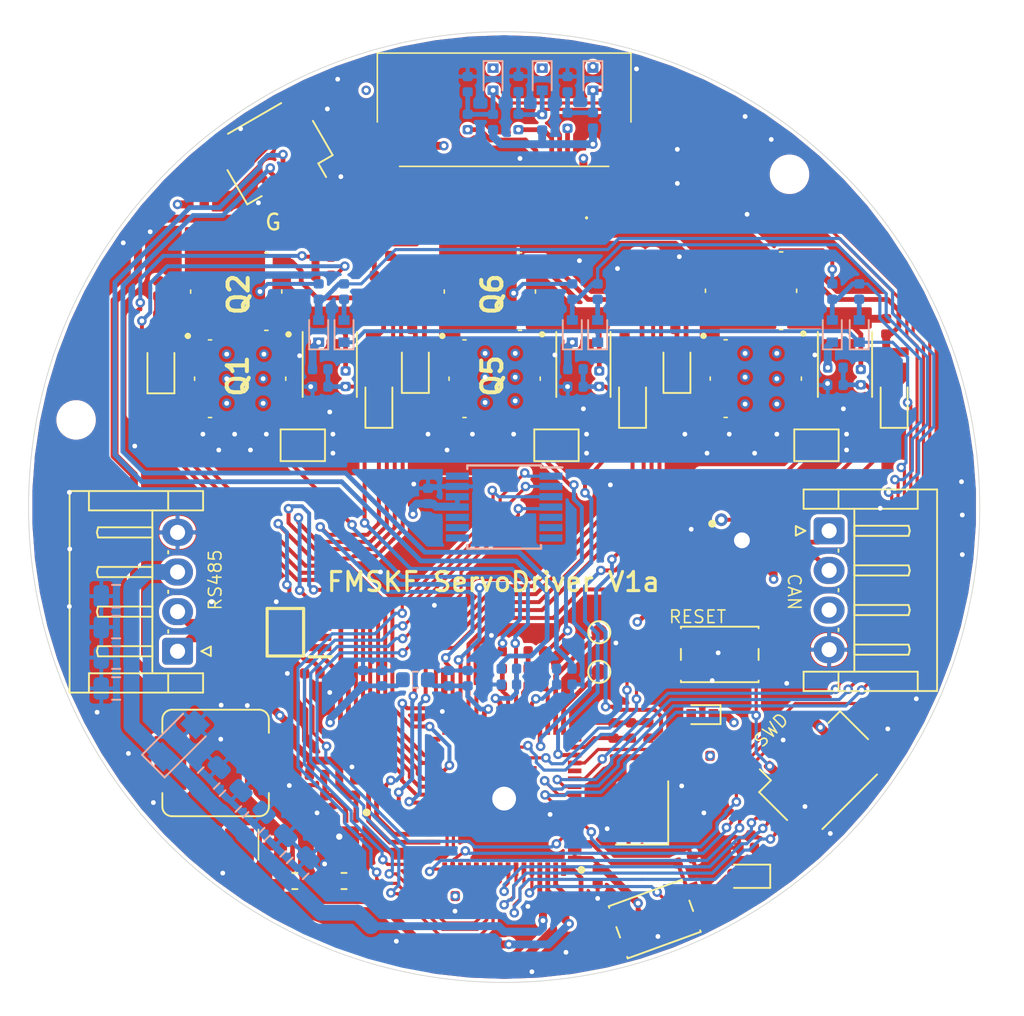
<source format=kicad_pcb>
(kicad_pcb (version 20171130) (host pcbnew "(5.1.5)-3")
  (layers (0 F.Cu signal) (1 In1_Gnd.Cu power) (2 In2_Pwd.Cu power) (31 B.Cu signal) (34 B.Paste user) (35 F.Paste user) (36 B.SilkS user) (37 F.SilkS user) (38 B.Mask user) (39 F.Mask user) (44 Edge.Cuts user))
  (net 0 "")
  (net 1 /subSch_mcu/HALL_U)
  (net 2 /subSch_mcu/HALL_V)
  (net 3 /subSch_mcu/HALL_W)
  (net 4 +3V3)
  (net 5 +5V)
  (net 6 +BATT)
  (net 7 "Net-(C16-Pad2)")
  (net 8 /subSch_mcu/MCU_SWD_BUS2)
  (net 9 "Net-(C25-Pad2)")
  (net 10 +3.3VA)
  (net 11 /subSch_3phasebridge/MotorD2)
  (net 12 /subSch_3phasebridge/MotorD0)
  (net 13 /subSch_3phasebridge/MotorD1)
  (net 14 /subSch_3phasebridge/VshuntU-)
  (net 15 /subSch_mcu/OP1O)
  (net 16 /subSch_mcu/OP3O)
  (net 17 /subSch_3phasebridge/VshuntV-)
  (net 18 /subSch_3phasebridge/VshuntW-)
  (net 19 /subSch_onboardsensing/BEMF0)
  (net 20 /subSch_onboardsensing/BEMF1)
  (net 21 /subSch_onboardsensing/BEMF2)
  (net 22 /subSch_mcu/MCU_VBAT_MON)
  (net 23 /subSch_onboardsensing/GPIO_BEMF)
  (net 24 "Net-(D6-Pad2)")
  (net 25 "Net-(D9-Pad2)")
  (net 26 "Net-(D10-Pad2)")
  (net 27 "Net-(D13-Pad1)")
  (net 28 /subSch_mcu/LED)
  (net 29 "Net-(IC3-Pad3)")
  (net 30 "Net-(IC3-Pad2)")
  (net 31 /subSch_extcon/COM_BUS4)
  (net 32 /subSch_extcon/USART_EN)
  (net 33 /subSch_extcon/COM_BUS3)
  (net 34 "Net-(IC5-Pad6)")
  (net 35 "Net-(IC5-Pad7)")
  (net 36 /subSch_mcu/CAN1_TX)
  (net 37 /subSch_mcu/CAN1_RX)
  (net 38 "Net-(IC6-Pad6)")
  (net 39 "Net-(IC6-Pad7)")
  (net 40 "Net-(IC6-Pad8)")
  (net 41 /subSch_extcon/CAN_EN)
  (net 42 /subSch_onboardsensing/CurFb+_0)
  (net 43 /subSch_extcon/ANALOG2)
  (net 44 /subSch_extcon/ANALOG3)
  (net 45 /subSch_onboardsensing/CurFb+_1)
  (net 46 /subSch_onboardsensing/CurFb+_2)
  (net 47 /subSch_extcon/ANALOG1)
  (net 48 /subSch_extcon/ANALOG0)
  (net 49 /subSch_mcu/MCU_SWD_BUS1)
  (net 50 /subSch_mcu/MCU_SWD_BUS0)
  (net 51 VCC)
  (net 52 /subSch_extcon/Hall_1)
  (net 53 /subSch_extcon/Hall_0)
  (net 54 /subSch_extcon/Hall_2)
  (net 55 "Net-(J4-PadMP1)")
  (net 56 "Net-(J4-PadMP2)")
  (net 57 "Net-(J5-Pad1)")
  (net 58 "Net-(Q1-Pad4)")
  (net 59 "Net-(Q2-Pad4)")
  (net 60 /subSch_3phasebridge/VshuntW+)
  (net 61 "Net-(Q3-Pad4)")
  (net 62 "Net-(Q4-Pad4)")
  (net 63 /subSch_3phasebridge/VshuntU+)
  (net 64 "Net-(Q5-Pad4)")
  (net 65 "Net-(Q6-Pad4)")
  (net 66 /subSch_3phasebridge/VshuntV+)
  (net 67 /subSch_mcu/HALL_AD_A)
  (net 68 /subSch_mcu/HALL_AD_B)
  (net 69 GND)
  (net 70 /subSch_mcu/USER_SW)
  (net 71 "Net-(C13-Pad1)")
  (net 72 /subSch_mcu/OP2M)
  (net 73 /subSch_mcu/OP2O)
  (net 74 /subSch_mcu/OP3M)
  (net 75 /subSch_3phasebridge/BOOT2)
  (net 76 /subSch_mcu/MCU_OUT2)
  (net 77 /subSch_3phasebridge/BOOT1)
  (net 78 /subSch_mcu/MCU_OUT1)
  (net 79 /subSch_3phasebridge/BOOT0)
  (net 80 /subSch_mcu/MCU_OUT0)
  (net 81 /subSch_mcu/OP1M)
  (net 82 /subSch_mcu/SW)
  (net 83 /subSch_3phasebridge/GHS2)
  (net 84 "Net-(D17-Pad2)")
  (net 85 "Net-(D18-Pad2)")
  (net 86 /subSch_3phasebridge/GLS2)
  (net 87 /subSch_3phasebridge/GHS0)
  (net 88 "Net-(D19-Pad2)")
  (net 89 "Net-(D20-Pad2)")
  (net 90 /subSch_3phasebridge/GHS1)
  (net 91 "Net-(D21-Pad2)")
  (net 92 /subSch_3phasebridge/GLS0)
  (net 93 /subSch_3phasebridge/GLS1)
  (net 94 "Net-(D22-Pad2)")
  (net 95 "Net-(IC1-Pad12)")
  (net 96 "Net-(IC1-Pad33)")
  (net 97 "Net-(IC1-Pad34)")
  (net 98 "Net-(IC1-Pad44)")
  (net 99 /subSch_mcu/SCREF)
  (net 100 /subSch_mcu/aaa)
  (net 101 "Net-(IC1-Pad64)")
  (net 102 /subSch_mcu/MCU_SPI_BUS0)
  (net 103 /subSch_mcu/MCU_SPI_BUS1)
  (net 104 /subSch_mcu/MCU_SPI_BUS2)
  (net 105 /subSch_mcu/MCU_SPI_BUS3)
  (net 106 "Net-(U1-Pad5)")
  (net 107 "Net-(U1-Pad6)")
  (net 108 "Net-(U1-Pad7)")
  (net 109 "Net-(U1-Pad8)")
  (net 110 "Net-(U1-Pad9)")
  (net 111 "Net-(U1-Pad10)")
  (net 112 "Net-(U1-Pad14)")
  (module Connector_JST:JST_EH_S4B-EH_1x04_P2.50mm_Horizontal (layer F.Cu) (at 120.5 101.5 270)
    (fp_text reference J3 hide)
    (fp_text value Conn_01x04 hide)
    (pad 4 thru_hole oval (at 7.5 0 270) (size 1.7 1.95) (drill 0.95) (layers *.Cu *.Mask) (net 69 GND))
    (pad 3 thru_hole oval (at 5 0 270) (size 1.7 1.95) (drill 0.95) (layers *.Cu *.Mask) (net 6 +BATT))
    (pad 2 thru_hole oval (at 2.5 0 270) (size 1.7 1.95) (drill 0.95) (layers *.Cu *.Mask) (net 38 "Net-(IC6-Pad6)"))
    (pad 1 thru_hole roundrect (at 0 0 270) (size 1.7 1.95) (drill 0.95) (layers *.Cu *.Mask) (roundrect_rratio 0.147059) (net 39 "Net-(IC6-Pad7)"))
  )
  (module Capacitor_SMD:C_0402_1005Metric (layer B.Cu) (at 100.9 73.3 90)
    (fp_text reference C1 hide)
    (fp_text value 10p hide)
    (pad 2 smd roundrect (at 0.485 0 90) (size 0.59 0.64) (layers B.Cu B.Paste B.Mask) (net 69 GND))
    (pad 1 smd roundrect (at -0.485 0 90) (size 0.59 0.64) (layers B.Cu B.Paste B.Mask) (net 1 /subSch_mcu/HALL_U))
  )
  (module Capacitor_SMD:C_0402_1005Metric (layer B.Cu) (at 97.7 73.315 90)
    (fp_text reference C2 hide)
    (fp_text value 10p hide)
    (pad 2 smd roundrect (at 0.485 0 90) (size 0.59 0.64) (layers B.Cu B.Paste B.Mask) (net 69 GND))
    (pad 1 smd roundrect (at -0.485 0 90) (size 0.59 0.64) (layers B.Cu B.Paste B.Mask) (net 2 /subSch_mcu/HALL_V))
  )
  (module Capacitor_SMD:C_0402_1005Metric (layer B.Cu) (at 104 73.315 90)
    (fp_text reference C3 hide)
    (fp_text value 10p hide)
    (pad 2 smd roundrect (at 0.485 0 90) (size 0.59 0.64) (layers B.Cu B.Paste B.Mask) (net 69 GND))
    (pad 1 smd roundrect (at -0.485 0 90) (size 0.59 0.64) (layers B.Cu B.Paste B.Mask) (net 3 /subSch_mcu/HALL_W))
  )
  (module Capacitor_SMD:C_0402_1005Metric (layer B.Cu) (at 95.2 99.3 90)
    (fp_text reference C4 hide)
    (fp_text value 0.1u)
    (pad 2 smd roundrect (at 0.485 0 90) (size 0.59 0.64) (layers B.Cu B.Paste B.Mask) (net 69 GND))
    (pad 1 smd roundrect (at -0.485 0 90) (size 0.59 0.64) (layers B.Cu B.Paste B.Mask) (net 4 +3V3))
  )
  (module Capacitor_SMD:C_0402_1005Metric (layer F.Cu) (at 90.6 117.7 90)
    (fp_text reference C7 hide)
    (fp_text value 2.2u hide)
    (pad 2 smd roundrect (at 0.485 0 90) (size 0.59 0.64) (layers F.Cu F.Paste F.Mask) (net 69 GND))
    (pad 1 smd roundrect (at -0.485 0 90) (size 0.59 0.64) (layers F.Cu F.Paste F.Mask) (net 5 +5V))
  )
  (module Capacitor_SMD:C_0603_1608Metric (layer F.Cu) (at 89.9 123.6 180)
    (fp_text reference C9 hide)
    (fp_text value 10u hide)
    (pad 2 smd roundrect (at 0.7875 0 180) (size 0.875 0.95) (layers F.Cu F.Paste F.Mask) (net 69 GND))
    (pad 1 smd roundrect (at -0.7875 0 180) (size 0.875 0.95) (layers F.Cu F.Paste F.Mask) (net 51 VCC))
  )
  (module Capacitor_SMD:C_0805_2012Metric (layer B.Cu) (at 86.977718 122.800903 45)
    (fp_text reference C12 hide)
    (fp_text value 22u hide)
    (pad 2 smd roundrect (at 0.9375 0 45) (size 0.975 1.4) (layers B.Cu B.Paste B.Mask) (net 69 GND))
    (pad 1 smd roundrect (at -0.9375 0 45) (size 0.975 1.4) (layers B.Cu B.Paste B.Mask) (net 6 +BATT))
  )
  (module Capacitor_SMD:C_0805_2012Metric (layer B.Cu) (at 85.563504 121.38669 45)
    (fp_text reference C14 hide)
    (fp_text value 22u hide)
    (pad 2 smd roundrect (at 0.9375 0 45) (size 0.975 1.4) (layers B.Cu B.Paste B.Mask) (net 69 GND))
    (pad 1 smd roundrect (at -0.9375 0 45) (size 0.975 1.4) (layers B.Cu B.Paste B.Mask) (net 6 +BATT))
  )
  (module Capacitor_SMD:C_0805_2012Metric (layer B.Cu) (at 84.193485 119.928282 45)
    (fp_text reference C15 hide)
    (fp_text value 22u hide)
    (pad 2 smd roundrect (at 0.9375 0 45) (size 0.975 1.4) (layers B.Cu B.Paste B.Mask) (net 69 GND))
    (pad 1 smd roundrect (at -0.9375 0 45) (size 0.975 1.4) (layers B.Cu B.Paste B.Mask) (net 6 +BATT))
  )
  (module Capacitor_SMD:C_0805_2012Metric (layer B.Cu) (at 82.735077 118.558263 45)
    (fp_text reference C17 hide)
    (fp_text value 22u hide)
    (pad 2 smd roundrect (at 0.9375 0 45) (size 0.975 1.4) (layers B.Cu B.Paste B.Mask) (net 69 GND))
    (pad 1 smd roundrect (at -0.9375 0 45) (size 0.975 1.4) (layers B.Cu B.Paste B.Mask) (net 6 +BATT))
  )
  (module Capacitor_SMD:C_0805_2012Metric (layer B.Cu) (at 81.365058 117.099855 45)
    (fp_text reference C19 hide)
    (fp_text value 22u hide)
    (pad 2 smd roundrect (at 0.9375 0 45) (size 0.975 1.4) (layers B.Cu B.Paste B.Mask) (net 69 GND))
    (pad 1 smd roundrect (at -0.9375 0 45) (size 0.975 1.4) (layers B.Cu B.Paste B.Mask) (net 6 +BATT))
  )
  (module Capacitor_SMD:C_0402_1005Metric (layer F.Cu) (at 84.7 110.5)
    (fp_text reference C22 hide)
    (fp_text value C hide)
    (pad 2 smd roundrect (at 0.485 0) (size 0.59 0.64) (layers F.Cu F.Paste F.Mask) (net 69 GND))
    (pad 1 smd roundrect (at -0.485 0) (size 0.59 0.64) (layers F.Cu F.Paste F.Mask) (net 5 +5V))
  )
  (module Capacitor_SMD:C_0402_1005Metric (layer F.Cu) (at 109.3 109.2 90)
    (fp_text reference C25 hide)
    (fp_text value 0.1u hide)
    (pad 2 smd roundrect (at 0.485 0 90) (size 0.59 0.64) (layers F.Cu F.Paste F.Mask) (net 9 "Net-(C25-Pad2)"))
    (pad 1 smd roundrect (at -0.485 0 90) (size 0.59 0.64) (layers F.Cu F.Paste F.Mask) (net 8 /subSch_mcu/MCU_SWD_BUS2))
  )
  (module Capacitor_SMD:C_0402_1005Metric (layer F.Cu) (at 108.915 85.35 180)
    (fp_text reference C42 hide)
    (fp_text value 1u hide)
    (pad 2 smd roundrect (at 0.485 0 180) (size 0.59 0.64) (layers F.Cu F.Paste F.Mask) (net 80 /subSch_mcu/MCU_OUT0))
    (pad 1 smd roundrect (at -0.485 0 180) (size 0.59 0.64) (layers F.Cu F.Paste F.Mask) (net 79 /subSch_3phasebridge/BOOT0))
  )
  (module Capacitor_SMD:C_0402_1005Metric (layer F.Cu) (at 108 114.1 90)
    (fp_text reference C46 hide)
    (fp_text value 100p hide)
    (pad 2 smd roundrect (at 0.485 0 90) (size 0.59 0.64) (layers F.Cu F.Paste F.Mask) (net 81 /subSch_mcu/OP1M))
    (pad 1 smd roundrect (at -0.485 0 90) (size 0.59 0.64) (layers F.Cu F.Paste F.Mask) (net 15 /subSch_mcu/OP1O))
  )
  (module Diode_SMD:D_SOD-523 (layer B.Cu) (at 120.7 88.9 90)
    (fp_text reference D1 hide)
    (fp_text value BAT30KFILM hide)
    (pad 1 smd rect (at -0.7 0 270) (size 0.6 0.7) (layers B.Cu B.Paste B.Mask) (net 4 +3V3))
    (pad 2 smd rect (at 0.7 0 270) (size 0.6 0.7) (layers B.Cu B.Paste B.Mask) (net 19 /subSch_onboardsensing/BEMF0))
  )
  (module Diode_SMD:D_SOD-523 (layer B.Cu) (at 104.3 88.9 90)
    (fp_text reference D2 hide)
    (fp_text value BAT30KFILM hide)
    (pad 1 smd rect (at -0.7 0 270) (size 0.6 0.7) (layers B.Cu B.Paste B.Mask) (net 4 +3V3))
    (pad 2 smd rect (at 0.7 0 270) (size 0.6 0.7) (layers B.Cu B.Paste B.Mask) (net 20 /subSch_onboardsensing/BEMF1))
  )
  (module Diode_SMD:D_SOD-523 (layer B.Cu) (at 88.3 88.9 90)
    (fp_text reference D3 hide)
    (fp_text value BAT30KFILM hide)
    (pad 1 smd rect (at -0.7 0 270) (size 0.6 0.7) (layers B.Cu B.Paste B.Mask) (net 4 +3V3))
    (pad 2 smd rect (at 0.7 0 270) (size 0.6 0.7) (layers B.Cu B.Paste B.Mask) (net 21 /subSch_onboardsensing/BEMF2))
  )
  (module Diode_SMD:D_SOD-523 (layer F.Cu) (at 112.5 113.1 180)
    (fp_text reference D4 hide)
    (fp_text value BAT30KFILM hide)
    (pad 1 smd rect (at -0.7 0) (size 0.6 0.7) (layers F.Cu F.Paste F.Mask) (net 4 +3V3))
    (pad 2 smd rect (at 0.7 0) (size 0.6 0.7) (layers F.Cu F.Paste F.Mask) (net 22 /subSch_mcu/MCU_VBAT_MON))
  )
  (module Diode_SMD:D_SOD-523 (layer B.Cu) (at 102.4 73 270)
    (fp_text reference D5 hide)
    (fp_text value BAT30KFILM hide)
    (pad 1 smd rect (at -0.7 0 90) (size 0.6 0.7) (layers B.Cu B.Paste B.Mask) (net 4 +3V3))
    (pad 2 smd rect (at 0.7 0 90) (size 0.6 0.7) (layers B.Cu B.Paste B.Mask) (net 1 /subSch_mcu/HALL_U))
  )
  (module Diode_SMD:D_SOD-523 (layer B.Cu) (at 122.4 88.9 90)
    (fp_text reference D6 hide)
    (fp_text value BAT30KFILM hide)
    (pad 1 smd rect (at -0.7 0 270) (size 0.6 0.7) (layers B.Cu B.Paste B.Mask) (net 23 /subSch_onboardsensing/GPIO_BEMF))
    (pad 2 smd rect (at 0.7 0 270) (size 0.6 0.7) (layers B.Cu B.Paste B.Mask) (net 24 "Net-(D6-Pad2)"))
  )
  (module Diode_SMD:D_SOD-523 (layer B.Cu) (at 99.3 73 270)
    (fp_text reference D7 hide)
    (fp_text value BAT30KFILM hide)
    (pad 1 smd rect (at -0.7 0 90) (size 0.6 0.7) (layers B.Cu B.Paste B.Mask) (net 4 +3V3))
    (pad 2 smd rect (at 0.7 0 90) (size 0.6 0.7) (layers B.Cu B.Paste B.Mask) (net 2 /subSch_mcu/HALL_V))
  )
  (module Diode_SMD:D_SOD-523 (layer B.Cu) (at 105.6 73 270)
    (fp_text reference D8 hide)
    (fp_text value BAT30KFILM hide)
    (pad 1 smd rect (at -0.7 0 90) (size 0.6 0.7) (layers B.Cu B.Paste B.Mask) (net 4 +3V3))
    (pad 2 smd rect (at 0.7 0 90) (size 0.6 0.7) (layers B.Cu B.Paste B.Mask) (net 3 /subSch_mcu/HALL_W))
  )
  (module Diode_SMD:D_SOD-523 (layer B.Cu) (at 105.9 88.9 90)
    (fp_text reference D9 hide)
    (fp_text value BAT30KFILM hide)
    (pad 1 smd rect (at -0.7 0 270) (size 0.6 0.7) (layers B.Cu B.Paste B.Mask) (net 23 /subSch_onboardsensing/GPIO_BEMF))
    (pad 2 smd rect (at 0.7 0 270) (size 0.6 0.7) (layers B.Cu B.Paste B.Mask) (net 25 "Net-(D9-Pad2)"))
  )
  (module Diode_SMD:D_SOD-523 (layer B.Cu) (at 89.9 88.9 90)
    (fp_text reference D10 hide)
    (fp_text value BAT30KFILM hide)
    (pad 1 smd rect (at -0.7 0 270) (size 0.6 0.7) (layers B.Cu B.Paste B.Mask) (net 23 /subSch_onboardsensing/GPIO_BEMF))
    (pad 2 smd rect (at 0.7 0 270) (size 0.6 0.7) (layers B.Cu B.Paste B.Mask) (net 26 "Net-(D10-Pad2)"))
  )
  (module Diode_SMD:D_SMF (layer B.Cu) (at 79.482386 114.739886 45)
    (fp_text reference D11 hide)
    (fp_text value SMM4F24A hide)
    (pad 2 smd rect (at 1.45 0 45) (size 1.3 1.4) (layers B.Cu B.Paste B.Mask) (net 69 GND))
    (pad 1 smd rect (at -1.45 0 45) (size 1.3 1.4) (layers B.Cu B.Paste B.Mask) (net 6 +BATT))
  )
  (module LED_SMD:LED_0603_1608Metric (layer F.Cu) (at 115.3 123.3 180)
    (fp_text reference D13 hide)
    (fp_text value LED hide)
    (pad 2 smd roundrect (at 0.7875 0 180) (size 0.875 0.95) (layers F.Cu F.Paste F.Mask) (net 28 /subSch_mcu/LED))
    (pad 1 smd roundrect (at -0.7875 0 180) (size 0.875 0.95) (layers F.Cu F.Paste F.Mask) (net 27 "Net-(D13-Pad1)"))
  )
  (module SamacSys_Parts:SON65P200X200X100-7N-D (layer F.Cu) (at 90 120.7 270)
    (fp_text reference IC3 hide)
    (fp_text value LDFMPVR hide)
    (pad 7 smd rect (at 0 0 270) (size 1.1 1.7) (layers F.Cu F.Paste F.Mask) (net 69 GND))
    (pad 6 smd rect (at 1.1 -0.65) (size 0.35 0.65) (layers F.Cu F.Paste F.Mask) (net 51 VCC))
    (pad 5 smd rect (at 1.1 0) (size 0.35 0.65) (layers F.Cu F.Paste F.Mask) (net 51 VCC))
    (pad 4 smd rect (at 1.1 0.65) (size 0.35 0.65) (layers F.Cu F.Paste F.Mask) (net 69 GND))
    (pad 3 smd rect (at -1.1 0.65) (size 0.35 0.65) (layers F.Cu F.Paste F.Mask) (net 29 "Net-(IC3-Pad3)"))
    (pad 2 smd rect (at -1.1 0) (size 0.35 0.65) (layers F.Cu F.Paste F.Mask) (net 30 "Net-(IC3-Pad2)"))
    (pad 1 smd rect (at -1.1 -0.65) (size 0.35 0.65) (layers F.Cu F.Paste F.Mask) (net 5 +5V))
  )
  (module SamacSys_Parts:SOP65P490X110-8N (layer F.Cu) (at 86.2 107.9 180)
    (fp_text reference IC5 hide)
    (fp_text value SN65HVD485EDGKR hide)
    (pad 8 smd rect (at 2.2 -0.975 270) (size 0.45 1.4) (layers F.Cu F.Paste F.Mask) (net 5 +5V))
    (pad 7 smd rect (at 2.2 -0.325 270) (size 0.45 1.4) (layers F.Cu F.Paste F.Mask) (net 35 "Net-(IC5-Pad7)"))
    (pad 6 smd rect (at 2.2 0.325 270) (size 0.45 1.4) (layers F.Cu F.Paste F.Mask) (net 34 "Net-(IC5-Pad6)"))
    (pad 5 smd rect (at 2.2 0.975 270) (size 0.45 1.4) (layers F.Cu F.Paste F.Mask) (net 69 GND))
    (pad 4 smd rect (at -2.2 0.975 270) (size 0.45 1.4) (layers F.Cu F.Paste F.Mask) (net 33 /subSch_extcon/COM_BUS3))
    (pad 3 smd rect (at -2.2 0.325 270) (size 0.45 1.4) (layers F.Cu F.Paste F.Mask) (net 32 /subSch_extcon/USART_EN))
    (pad 2 smd rect (at -2.2 -0.325 270) (size 0.45 1.4) (layers F.Cu F.Paste F.Mask) (net 32 /subSch_extcon/USART_EN))
    (pad 1 smd rect (at -2.2 -0.975 270) (size 0.45 1.4) (layers F.Cu F.Paste F.Mask) (net 31 /subSch_extcon/COM_BUS4))
  )
  (module SamacSys_Parts:SON65P300X300X110-9N (layer F.Cu) (at 115 102.7)
    (fp_text reference IC6 hide)
    (fp_text value TLT9251VLEXUMA1 hide)
    (pad 9 smd rect (at 0 0) (size 1.68 2.5) (layers F.Cu F.Paste F.Mask) (net 69 GND))
    (pad 8 smd rect (at 1.45 -0.975 90) (size 0.35 0.85) (layers F.Cu F.Paste F.Mask) (net 40 "Net-(IC6-Pad8)"))
    (pad 7 smd rect (at 1.45 -0.325 90) (size 0.35 0.85) (layers F.Cu F.Paste F.Mask) (net 39 "Net-(IC6-Pad7)"))
    (pad 6 smd rect (at 1.45 0.325 90) (size 0.35 0.85) (layers F.Cu F.Paste F.Mask) (net 38 "Net-(IC6-Pad6)"))
    (pad 5 smd rect (at 1.45 0.975 90) (size 0.35 0.85) (layers F.Cu F.Paste F.Mask) (net 4 +3V3))
    (pad 4 smd rect (at -1.45 0.975 90) (size 0.35 0.85) (layers F.Cu F.Paste F.Mask) (net 37 /subSch_mcu/CAN1_RX))
    (pad 3 smd rect (at -1.45 0.325 90) (size 0.35 0.85) (layers F.Cu F.Paste F.Mask) (net 5 +5V))
    (pad 2 smd rect (at -1.45 -0.325 90) (size 0.35 0.85) (layers F.Cu F.Paste F.Mask) (net 69 GND))
    (pad 1 smd rect (at -1.45 -0.975 90) (size 0.35 0.85) (layers F.Cu F.Paste F.Mask) (net 36 /subSch_mcu/CAN1_TX))
  )
  (module Connector_JST:JST_SH_SM05B-SRSS-TB_1x05-1MP_P1.00mm_Horizontal (layer F.Cu) (at 119.9 116.7 45)
    (fp_text reference J1 hide)
    (fp_text value Conn_01x05 hide)
    (pad MP smd roundrect (at 3.3 1.875 45) (size 1.2 1.8) (layers F.Cu F.Paste F.Mask) (roundrect_rratio 0.208333))
    (pad MP smd roundrect (at -3.3 1.875 45) (size 1.2 1.8) (layers F.Cu F.Paste F.Mask) (roundrect_rratio 0.208333))
    (pad 5 smd roundrect (at 2 -2 45) (size 0.6 1.55) (layers F.Cu F.Paste F.Mask) (net 4 +3V3))
    (pad 4 smd roundrect (at 1 -2 45) (size 0.6 1.55) (layers F.Cu F.Paste F.Mask) (net 50 /subSch_mcu/MCU_SWD_BUS0))
    (pad 3 smd roundrect (at 0 -2 45) (size 0.6 1.55) (layers F.Cu F.Paste F.Mask) (net 69 GND))
    (pad 2 smd roundrect (at -1 -2 45) (size 0.6 1.55) (layers F.Cu F.Paste F.Mask) (net 49 /subSch_mcu/MCU_SWD_BUS1))
    (pad 1 smd roundrect (at -2 -2 45) (size 0.6 1.55) (layers F.Cu F.Paste F.Mask) (net 8 /subSch_mcu/MCU_SWD_BUS2))
  )
  (module Connector_JST:JST_EH_S4B-EH_1x04_P2.50mm_Horizontal (layer F.Cu) (at 79.4 109.1 90)
    (fp_text reference J2 hide)
    (fp_text value Conn_01x04 hide)
    (pad 4 thru_hole oval (at 7.5 0 90) (size 1.7 1.95) (drill 0.95) (layers *.Cu *.Mask) (net 69 GND))
    (pad 3 thru_hole oval (at 5 0 90) (size 1.7 1.95) (drill 0.95) (layers *.Cu *.Mask) (net 6 +BATT))
    (pad 2 thru_hole oval (at 2.5 0 90) (size 1.7 1.95) (drill 0.95) (layers *.Cu *.Mask) (net 34 "Net-(IC5-Pad6)"))
    (pad 1 thru_hole roundrect (at 0 0 90) (size 1.7 1.95) (drill 0.95) (layers *.Cu *.Mask) (roundrect_rratio 0.147059) (net 35 "Net-(IC5-Pad7)"))
  )
  (module SamacSys_Parts:522711179 (layer F.Cu) (at 100 78.5 180)
    (fp_text reference J4 hide)
    (fp_text value 52271-1179 hide)
    (pad MP2 smd rect (at 8.15 1 180) (size 2.1 2.8) (layers F.Cu F.Paste F.Mask) (net 56 "Net-(J4-PadMP2)"))
    (pad MP1 smd rect (at -8.15 1 180) (size 2.1 2.8) (layers F.Cu F.Paste F.Mask) (net 55 "Net-(J4-PadMP1)"))
    (pad 11 smd rect (at 5 -1.35 180) (size 0.6 1.9) (layers F.Cu F.Paste F.Mask) (net 11 /subSch_3phasebridge/MotorD2))
    (pad 10 smd rect (at 4 -1.35 180) (size 0.6 1.9) (layers F.Cu F.Paste F.Mask) (net 11 /subSch_3phasebridge/MotorD2))
    (pad 9 smd rect (at 3 -1.35 180) (size 0.6 1.9) (layers F.Cu F.Paste F.Mask) (net 13 /subSch_3phasebridge/MotorD1))
    (pad 8 smd rect (at 2 -1.35 180) (size 0.6 1.9) (layers F.Cu F.Paste F.Mask) (net 13 /subSch_3phasebridge/MotorD1))
    (pad 7 smd rect (at 1 -1.35 180) (size 0.6 1.9) (layers F.Cu F.Paste F.Mask) (net 12 /subSch_3phasebridge/MotorD0))
    (pad 6 smd rect (at 0 -1.35 180) (size 0.6 1.9) (layers F.Cu F.Paste F.Mask) (net 12 /subSch_3phasebridge/MotorD0))
    (pad 5 smd rect (at -1 -1.35 180) (size 0.6 1.9) (layers F.Cu F.Paste F.Mask) (net 69 GND))
    (pad 4 smd rect (at -2 -1.35 180) (size 0.6 1.9) (layers F.Cu F.Paste F.Mask) (net 52 /subSch_extcon/Hall_1))
    (pad 3 smd rect (at -3 -1.35 180) (size 0.6 1.9) (layers F.Cu F.Paste F.Mask) (net 53 /subSch_extcon/Hall_0))
    (pad 2 smd rect (at -4 -1.35 180) (size 0.6 1.9) (layers F.Cu F.Paste F.Mask) (net 54 /subSch_extcon/Hall_2))
    (pad 1 smd rect (at -5 -1.35 180) (size 0.6 1.9) (layers F.Cu F.Paste F.Mask) (net 5 +5V))
  )
  (module Connector_JST:JST_SH_SM04B-SRSS-TB_1x04-1MP_P1.00mm_Horizontal (layer F.Cu) (at 85.6 77.8 210)
    (fp_text reference J5 hide)
    (fp_text value Conn_01x04 hide)
    (pad MP smd roundrect (at 2.8 1.875 210) (size 1.2 1.8) (layers F.Cu F.Paste F.Mask) (roundrect_rratio 0.208333))
    (pad MP smd roundrect (at -2.8 1.875 210) (size 1.2 1.8) (layers F.Cu F.Paste F.Mask) (roundrect_rratio 0.208333))
    (pad 4 smd roundrect (at 1.5 -2 210) (size 0.6 1.55) (layers F.Cu F.Paste F.Mask) (net 69 GND))
    (pad 3 smd roundrect (at 0.5 -2 210) (size 0.6 1.55) (layers F.Cu F.Paste F.Mask) (net 47 /subSch_extcon/ANALOG1))
    (pad 2 smd roundrect (at -0.5 -2 210) (size 0.6 1.55) (layers F.Cu F.Paste F.Mask) (net 48 /subSch_extcon/ANALOG0))
    (pad 1 smd roundrect (at -1.5 -2 210) (size 0.6 1.55) (layers F.Cu F.Paste F.Mask) (net 57 "Net-(J5-Pad1)"))
  )
  (module Jumper:SolderJumper-2_P1.3mm_Open_Pad1.0x1.5mm (layer F.Cu) (at 87.3 96.1 180)
    (fp_text reference JP1 hide)
    (fp_text value SolderJumper_2_Bridged hide)
    (pad 1 smd rect (at -0.65 0 180) (size 1 1.5) (layers F.Cu F.Mask) (net 69 GND))
    (pad 2 smd rect (at 0.65 0 180) (size 1 1.5) (layers F.Cu F.Mask) (net 18 /subSch_3phasebridge/VshuntW-))
  )
  (module Jumper:SolderJumper-2_P1.3mm_Open_Pad1.0x1.5mm (layer F.Cu) (at 119.7 96.1 180)
    (fp_text reference JP2 hide)
    (fp_text value SolderJumper_2_Bridged hide)
    (pad 1 smd rect (at -0.65 0 180) (size 1 1.5) (layers F.Cu F.Mask) (net 69 GND))
    (pad 2 smd rect (at 0.65 0 180) (size 1 1.5) (layers F.Cu F.Mask) (net 14 /subSch_3phasebridge/VshuntU-))
  )
  (module Jumper:SolderJumper-2_P1.3mm_Open_Pad1.0x1.5mm (layer F.Cu) (at 103.3 96.1 180)
    (fp_text reference JP3 hide)
    (fp_text value SolderJumper_2_Bridged hide)
    (pad 1 smd rect (at -0.65 0 180) (size 1 1.5) (layers F.Cu F.Mask) (net 69 GND))
    (pad 2 smd rect (at 0.65 0 180) (size 1 1.5) (layers F.Cu F.Mask) (net 17 /subSch_3phasebridge/VshuntV-))
  )
  (module SamacSys_Parts:STL140N6F7 (layer F.Cu) (at 115.875 91.895 270)
    (fp_text reference Q3 hide)
    (fp_text value STL180N6F7 hide)
    (pad 9 smd rect (at 0 -0.55) (size 4.1 4.6) (layers F.Cu F.Paste F.Mask) (net 6 +BATT))
    (pad 8 smd rect (at -1.938 -2.875) (size 0.55 0.725) (layers F.Cu F.Paste F.Mask) (net 6 +BATT))
    (pad 7 smd rect (at -0.635 -2.875) (size 0.55 0.63) (layers F.Cu F.Paste F.Mask) (net 6 +BATT))
    (pad 6 smd rect (at 0.635 -2.875) (size 0.55 0.63) (layers F.Cu F.Paste F.Mask) (net 6 +BATT))
    (pad 5 smd rect (at 1.938 -2.875) (size 0.55 0.725) (layers F.Cu F.Paste F.Mask) (net 6 +BATT))
    (pad 4 smd rect (at 1.905 2.875 270) (size 0.65 1.15) (layers F.Cu F.Paste F.Mask) (net 61 "Net-(Q3-Pad4)"))
    (pad 3 smd rect (at 0.635 2.875 270) (size 0.65 1.15) (layers F.Cu F.Paste F.Mask) (net 12 /subSch_3phasebridge/MotorD0))
    (pad 2 smd rect (at -0.635 2.875 270) (size 0.65 1.15) (layers F.Cu F.Paste F.Mask) (net 12 /subSch_3phasebridge/MotorD0))
    (pad 1 smd rect (at -1.905 2.875 270) (size 0.65 1.15) (layers F.Cu F.Paste F.Mask) (net 12 /subSch_3phasebridge/MotorD0))
  )
  (module SamacSys_Parts:STL140N6F7 (layer F.Cu) (at 83.35 91.9 270)
    (fp_text reference Q1 (at -0.175 0.15 90) (layer F.SilkS) (effects (font (size 1.27 1.27) (thickness 0.254))))
    (fp_text value STL180N6F7 hide)
    (pad 9 smd rect (at 0 -0.55) (size 4.1 4.6) (layers F.Cu F.Paste F.Mask) (net 6 +BATT))
    (pad 8 smd rect (at -1.938 -2.875) (size 0.55 0.725) (layers F.Cu F.Paste F.Mask) (net 6 +BATT))
    (pad 7 smd rect (at -0.635 -2.875) (size 0.55 0.63) (layers F.Cu F.Paste F.Mask) (net 6 +BATT))
    (pad 6 smd rect (at 0.635 -2.875) (size 0.55 0.63) (layers F.Cu F.Paste F.Mask) (net 6 +BATT))
    (pad 5 smd rect (at 1.938 -2.875) (size 0.55 0.725) (layers F.Cu F.Paste F.Mask) (net 6 +BATT))
    (pad 4 smd rect (at 1.905 2.875 270) (size 0.65 1.15) (layers F.Cu F.Paste F.Mask) (net 58 "Net-(Q1-Pad4)"))
    (pad 3 smd rect (at 0.635 2.875 270) (size 0.65 1.15) (layers F.Cu F.Paste F.Mask) (net 11 /subSch_3phasebridge/MotorD2))
    (pad 2 smd rect (at -0.635 2.875 270) (size 0.65 1.15) (layers F.Cu F.Paste F.Mask) (net 11 /subSch_3phasebridge/MotorD2))
    (pad 1 smd rect (at -1.905 2.875 270) (size 0.65 1.15) (layers F.Cu F.Paste F.Mask) (net 11 /subSch_3phasebridge/MotorD2))
  )
  (module SamacSys_Parts:STL140N6F7 (layer F.Cu) (at 83.1 86.4 90)
    (fp_text reference Q2 (at -0.175 0.15 90) (layer F.SilkS) (effects (font (size 1.27 1.27) (thickness 0.254))))
    (fp_text value STL180N6F7 hide)
    (pad 9 smd rect (at 0 -0.55 180) (size 4.1 4.6) (layers F.Cu F.Paste F.Mask) (net 11 /subSch_3phasebridge/MotorD2))
    (pad 8 smd rect (at -1.938 -2.875 180) (size 0.55 0.725) (layers F.Cu F.Paste F.Mask) (net 11 /subSch_3phasebridge/MotorD2))
    (pad 7 smd rect (at -0.635 -2.875 180) (size 0.55 0.63) (layers F.Cu F.Paste F.Mask) (net 11 /subSch_3phasebridge/MotorD2))
    (pad 6 smd rect (at 0.635 -2.875 180) (size 0.55 0.63) (layers F.Cu F.Paste F.Mask) (net 11 /subSch_3phasebridge/MotorD2))
    (pad 5 smd rect (at 1.938 -2.875 180) (size 0.55 0.725) (layers F.Cu F.Paste F.Mask) (net 11 /subSch_3phasebridge/MotorD2))
    (pad 4 smd rect (at 1.905 2.875 90) (size 0.65 1.15) (layers F.Cu F.Paste F.Mask) (net 59 "Net-(Q2-Pad4)"))
    (pad 3 smd rect (at 0.635 2.875 90) (size 0.65 1.15) (layers F.Cu F.Paste F.Mask) (net 60 /subSch_3phasebridge/VshuntW+))
    (pad 2 smd rect (at -0.635 2.875 90) (size 0.65 1.15) (layers F.Cu F.Paste F.Mask) (net 60 /subSch_3phasebridge/VshuntW+))
    (pad 1 smd rect (at -1.905 2.875 90) (size 0.65 1.15) (layers F.Cu F.Paste F.Mask) (net 60 /subSch_3phasebridge/VshuntW+))
  )
  (module SamacSys_Parts:STL140N6F7 (layer F.Cu) (at 115.575 86.35 90)
    (fp_text reference Q4 hide)
    (fp_text value STL180N6F7 hide)
    (pad 9 smd rect (at 0 -0.55 180) (size 4.1 4.6) (layers F.Cu F.Paste F.Mask) (net 12 /subSch_3phasebridge/MotorD0))
    (pad 8 smd rect (at -1.938 -2.875 180) (size 0.55 0.725) (layers F.Cu F.Paste F.Mask) (net 12 /subSch_3phasebridge/MotorD0))
    (pad 7 smd rect (at -0.635 -2.875 180) (size 0.55 0.63) (layers F.Cu F.Paste F.Mask) (net 12 /subSch_3phasebridge/MotorD0))
    (pad 6 smd rect (at 0.635 -2.875 180) (size 0.55 0.63) (layers F.Cu F.Paste F.Mask) (net 12 /subSch_3phasebridge/MotorD0))
    (pad 5 smd rect (at 1.938 -2.875 180) (size 0.55 0.725) (layers F.Cu F.Paste F.Mask) (net 12 /subSch_3phasebridge/MotorD0))
    (pad 4 smd rect (at 1.905 2.875 90) (size 0.65 1.15) (layers F.Cu F.Paste F.Mask) (net 62 "Net-(Q4-Pad4)"))
    (pad 3 smd rect (at 0.635 2.875 90) (size 0.65 1.15) (layers F.Cu F.Paste F.Mask) (net 63 /subSch_3phasebridge/VshuntU+))
    (pad 2 smd rect (at -0.635 2.875 90) (size 0.65 1.15) (layers F.Cu F.Paste F.Mask) (net 63 /subSch_3phasebridge/VshuntU+))
    (pad 1 smd rect (at -1.905 2.875 90) (size 0.65 1.15) (layers F.Cu F.Paste F.Mask) (net 63 /subSch_3phasebridge/VshuntU+))
  )
  (module SamacSys_Parts:STL140N6F7 (layer F.Cu) (at 99.4 91.9 270)
    (fp_text reference Q5 (at -0.175 0.15 90) (layer F.SilkS) (effects (font (size 1.27 1.27) (thickness 0.254))))
    (fp_text value STL180N6F7 hide)
    (pad 9 smd rect (at 0 -0.55) (size 4.1 4.6) (layers F.Cu F.Paste F.Mask) (net 6 +BATT))
    (pad 8 smd rect (at -1.938 -2.875) (size 0.55 0.725) (layers F.Cu F.Paste F.Mask) (net 6 +BATT))
    (pad 7 smd rect (at -0.635 -2.875) (size 0.55 0.63) (layers F.Cu F.Paste F.Mask) (net 6 +BATT))
    (pad 6 smd rect (at 0.635 -2.875) (size 0.55 0.63) (layers F.Cu F.Paste F.Mask) (net 6 +BATT))
    (pad 5 smd rect (at 1.938 -2.875) (size 0.55 0.725) (layers F.Cu F.Paste F.Mask) (net 6 +BATT))
    (pad 4 smd rect (at 1.905 2.875 270) (size 0.65 1.15) (layers F.Cu F.Paste F.Mask) (net 64 "Net-(Q5-Pad4)"))
    (pad 3 smd rect (at 0.635 2.875 270) (size 0.65 1.15) (layers F.Cu F.Paste F.Mask) (net 13 /subSch_3phasebridge/MotorD1))
    (pad 2 smd rect (at -0.635 2.875 270) (size 0.65 1.15) (layers F.Cu F.Paste F.Mask) (net 13 /subSch_3phasebridge/MotorD1))
    (pad 1 smd rect (at -1.905 2.875 270) (size 0.65 1.15) (layers F.Cu F.Paste F.Mask) (net 13 /subSch_3phasebridge/MotorD1))
  )
  (module SamacSys_Parts:STL140N6F7 (layer F.Cu) (at 99.1 86.4 90)
    (fp_text reference Q6 (at -0.175 0.15 90) (layer F.SilkS) (effects (font (size 1.27 1.27) (thickness 0.254))))
    (fp_text value STL180N6F7 hide)
    (pad 9 smd rect (at 0 -0.55 180) (size 4.1 4.6) (layers F.Cu F.Paste F.Mask) (net 13 /subSch_3phasebridge/MotorD1))
    (pad 8 smd rect (at -1.938 -2.875 180) (size 0.55 0.725) (layers F.Cu F.Paste F.Mask) (net 13 /subSch_3phasebridge/MotorD1))
    (pad 7 smd rect (at -0.635 -2.875 180) (size 0.55 0.63) (layers F.Cu F.Paste F.Mask) (net 13 /subSch_3phasebridge/MotorD1))
    (pad 6 smd rect (at 0.635 -2.875 180) (size 0.55 0.63) (layers F.Cu F.Paste F.Mask) (net 13 /subSch_3phasebridge/MotorD1))
    (pad 5 smd rect (at 1.938 -2.875 180) (size 0.55 0.725) (layers F.Cu F.Paste F.Mask) (net 13 /subSch_3phasebridge/MotorD1))
    (pad 4 smd rect (at 1.905 2.875 90) (size 0.65 1.15) (layers F.Cu F.Paste F.Mask) (net 65 "Net-(Q6-Pad4)"))
    (pad 3 smd rect (at 0.635 2.875 90) (size 0.65 1.15) (layers F.Cu F.Paste F.Mask) (net 66 /subSch_3phasebridge/VshuntV+))
    (pad 2 smd rect (at -0.635 2.875 90) (size 0.65 1.15) (layers F.Cu F.Paste F.Mask) (net 66 /subSch_3phasebridge/VshuntV+))
    (pad 1 smd rect (at -1.905 2.875 90) (size 0.65 1.15) (layers F.Cu F.Paste F.Mask) (net 66 /subSch_3phasebridge/VshuntV+))
  )
  (module Button_Switch_SMD:SW_SPST_EVQP2 (layer F.Cu) (at 113.6 109.3 180)
    (fp_text reference SW1 hide)
    (fp_text value SW_SPST hide)
    (pad 2 smd rect (at 2.58 1 180) (size 1.45 0.7) (layers F.Cu F.Paste F.Mask) (net 9 "Net-(C25-Pad2)"))
    (pad 2 smd rect (at -2.58 1 180) (size 1.45 0.7) (layers F.Cu F.Paste F.Mask) (net 9 "Net-(C25-Pad2)"))
    (pad 1 smd rect (at -2.58 -1 180) (size 1.45 0.7) (layers F.Cu F.Paste F.Mask) (net 8 /subSch_mcu/MCU_SWD_BUS2))
    (pad 1 smd rect (at 2.58 -1 180) (size 1.45 0.7) (layers F.Cu F.Paste F.Mask) (net 8 /subSch_mcu/MCU_SWD_BUS2))
  )
  (module TestPoint:TestPoint_Pad_D1.0mm (layer F.Cu) (at 106 110.4)
    (fp_text reference TP1 hide)
    (fp_text value TestPoint hide)
    (pad 1 smd circle (at 0 0) (size 1 1) (layers F.Cu F.Mask) (net 43 /subSch_extcon/ANALOG2))
  )
  (module TestPoint:TestPoint_Pad_D1.0mm (layer F.Cu) (at 106 107.9)
    (fp_text reference TP2 hide)
    (fp_text value TestPoint hide)
    (pad 1 smd circle (at 0 0) (size 1 1) (layers F.Cu F.Mask) (net 44 /subSch_extcon/ANALOG3))
  )
  (module Capacitor_SMD:C_0402_1005Metric (layer B.Cu) (at 100.3 111.2 180)
    (fp_text reference C23 hide)
    (fp_text value 0.001u hide)
    (pad 2 smd roundrect (at 0.485 0 180) (size 0.59 0.64) (layers B.Cu B.Paste B.Mask) (net 69 GND))
    (pad 1 smd roundrect (at -0.485 0 180) (size 0.59 0.64) (layers B.Cu B.Paste B.Mask) (net 67 /subSch_mcu/HALL_AD_A))
  )
  (module Capacitor_SMD:C_0402_1005Metric (layer B.Cu) (at 103.8 111.2)
    (fp_text reference C24 hide)
    (fp_text value 0.001u hide)
    (pad 2 smd roundrect (at 0.485 0) (size 0.59 0.64) (layers B.Cu B.Paste B.Mask) (net 69 GND))
    (pad 1 smd roundrect (at -0.485 0) (size 0.59 0.64) (layers B.Cu B.Paste B.Mask) (net 68 /subSch_mcu/HALL_AD_B))
  )
  (module Capacitor_SMD:C_0402_1005Metric (layer F.Cu) (at 105.9 123.3 270)
    (fp_text reference C50 hide)
    (fp_text value 0.1u hide)
    (pad 2 smd roundrect (at 0.485 0 270) (size 0.59 0.64) (layers F.Cu F.Paste F.Mask) (net 69 GND))
    (pad 1 smd roundrect (at -0.485 0 270) (size 0.59 0.64) (layers F.Cu F.Paste F.Mask) (net 4 +3V3))
  )
  (module Capacitor_SMD:C_0402_1005Metric (layer B.Cu) (at 91.1 110.8 90)
    (fp_text reference C52 hide)
    (fp_text value 0.1u hide)
    (pad 2 smd roundrect (at 0.485 0 90) (size 0.59 0.64) (layers B.Cu B.Paste B.Mask) (net 69 GND))
    (pad 1 smd roundrect (at -0.485 0 90) (size 0.59 0.64) (layers B.Cu B.Paste B.Mask) (net 4 +3V3))
  )
  (module Capacitor_SMD:C_0402_1005Metric (layer B.Cu) (at 92.3 110.8 90)
    (fp_text reference C53 hide)
    (fp_text value 4.7u hide)
    (pad 2 smd roundrect (at 0.485 0 90) (size 0.59 0.64) (layers B.Cu B.Paste B.Mask) (net 69 GND))
    (pad 1 smd roundrect (at -0.485 0 90) (size 0.59 0.64) (layers B.Cu B.Paste B.Mask) (net 4 +3V3))
  )
  (module Capacitor_SMD:C_0402_1005Metric (layer F.Cu) (at 105.2 127.6 110)
    (fp_text reference C8 hide)
    (fp_text value 0.1u hide)
    (pad 2 smd roundrect (at 0.485 0 110) (size 0.59 0.64) (layers F.Cu F.Paste F.Mask) (net 70 /subSch_mcu/USER_SW))
    (pad 1 smd roundrect (at -0.485 0 110) (size 0.59 0.64) (layers F.Cu F.Paste F.Mask) (net 4 +3V3))
  )
  (module Capacitor_SMD:C_0402_1005Metric (layer B.Cu) (at 97.7 110.8 270)
    (fp_text reference C10 hide)
    (fp_text value 1u hide)
    (pad 2 smd roundrect (at 0.485 0 270) (size 0.59 0.64) (layers B.Cu B.Paste B.Mask) (net 10 +3.3VA))
    (pad 1 smd roundrect (at -0.485 0 270) (size 0.59 0.64) (layers B.Cu B.Paste B.Mask) (net 69 GND))
  )
  (module Capacitor_SMD:C_0402_1005Metric (layer B.Cu) (at 96.5 110.8 270)
    (fp_text reference C11 hide)
    (fp_text value 0.01u hide)
    (pad 2 smd roundrect (at 0.485 0 270) (size 0.59 0.64) (layers B.Cu B.Paste B.Mask) (net 10 +3.3VA))
    (pad 1 smd roundrect (at -0.485 0 270) (size 0.59 0.64) (layers B.Cu B.Paste B.Mask) (net 69 GND))
  )
  (module Capacitor_SMD:C_0402_1005Metric (layer F.Cu) (at 111.2 119.3 90)
    (fp_text reference C13 hide)
    (fp_text value C hide)
    (pad 2 smd roundrect (at 0.485 0 90) (size 0.59 0.64) (layers F.Cu F.Paste F.Mask) (net 69 GND))
    (pad 1 smd roundrect (at -0.485 0 90) (size 0.59 0.64) (layers F.Cu F.Paste F.Mask) (net 71 "Net-(C13-Pad1)"))
  )
  (module Capacitor_SMD:C_0402_1005Metric (layer F.Cu) (at 108.7 116.5 180)
    (fp_text reference C16 hide)
    (fp_text value C hide)
    (pad 2 smd roundrect (at 0.485 0 180) (size 0.59 0.64) (layers F.Cu F.Paste F.Mask) (net 7 "Net-(C16-Pad2)"))
    (pad 1 smd roundrect (at -0.485 0 180) (size 0.59 0.64) (layers F.Cu F.Paste F.Mask) (net 69 GND))
  )
  (module Capacitor_SMD:C_0402_1005Metric (layer F.Cu) (at 102 110.2 180)
    (fp_text reference C18 hide)
    (fp_text value 100p hide)
    (pad 2 smd roundrect (at 0.485 0 180) (size 0.59 0.64) (layers F.Cu F.Paste F.Mask) (net 72 /subSch_mcu/OP2M))
    (pad 1 smd roundrect (at -0.485 0 180) (size 0.59 0.64) (layers F.Cu F.Paste F.Mask) (net 73 /subSch_mcu/OP2O))
  )
  (module Capacitor_SMD:C_0402_1005Metric (layer F.Cu) (at 102 125.25 180)
    (fp_text reference C20 hide)
    (fp_text value 0.1u hide)
    (pad 2 smd roundrect (at 0.485 0 180) (size 0.59 0.64) (layers F.Cu F.Paste F.Mask) (net 69 GND))
    (pad 1 smd roundrect (at -0.485 0 180) (size 0.59 0.64) (layers F.Cu F.Paste F.Mask) (net 6 +BATT))
  )
  (module Capacitor_SMD:C_0402_1005Metric (layer F.Cu) (at 99.4 110.2 180)
    (fp_text reference C21 hide)
    (fp_text value 100p hide)
    (pad 2 smd roundrect (at 0.485 0 180) (size 0.59 0.64) (layers F.Cu F.Paste F.Mask) (net 74 /subSch_mcu/OP3M))
    (pad 1 smd roundrect (at -0.485 0 180) (size 0.59 0.64) (layers F.Cu F.Paste F.Mask) (net 16 /subSch_mcu/OP3O))
  )
  (module Capacitor_SMD:C_0603_1608Metric (layer F.Cu) (at 86.8 123.6 180)
    (fp_text reference C26 hide)
    (fp_text value 10u hide)
    (pad 2 smd roundrect (at 0.7875 0 180) (size 0.875 0.95) (layers F.Cu F.Paste F.Mask) (net 69 GND))
    (pad 1 smd roundrect (at -0.7875 0 180) (size 0.875 0.95) (layers F.Cu F.Paste F.Mask) (net 51 VCC))
  )
  (module Capacitor_SMD:C_0402_1005Metric (layer F.Cu) (at 88.6 85.4 180)
    (fp_text reference C27 hide)
    (fp_text value 1u hide)
    (pad 2 smd roundrect (at 0.485 0 180) (size 0.59 0.64) (layers F.Cu F.Paste F.Mask) (net 76 /subSch_mcu/MCU_OUT2))
    (pad 1 smd roundrect (at -0.485 0 180) (size 0.59 0.64) (layers F.Cu F.Paste F.Mask) (net 75 /subSch_3phasebridge/BOOT2))
  )
  (module Capacitor_SMD:C_0402_1005Metric (layer F.Cu) (at 92.3 85.4 180)
    (fp_text reference C28 hide)
    (fp_text value 1u hide)
    (pad 2 smd roundrect (at 0.485 0 180) (size 0.59 0.64) (layers F.Cu F.Paste F.Mask) (net 78 /subSch_mcu/MCU_OUT1))
    (pad 1 smd roundrect (at -0.485 0 180) (size 0.59 0.64) (layers F.Cu F.Paste F.Mask) (net 77 /subSch_3phasebridge/BOOT1))
  )
  (module SamacSys_Parts:STPS1L40M (layer F.Cu) (at 84.1 121.3)
    (fp_text reference D12 hide)
    (fp_text value STPS1L40M hide)
    (pad 3 smd rect (at 1.515 0 90) (size 0.75 1.38) (layers F.Cu F.Paste F.Mask) (net 69 GND))
    (pad 2 smd rect (at -0.795 0) (size 1.82 2.03) (layers F.Cu F.Paste F.Mask) (net 82 /subSch_mcu/SW))
    (pad 1 smd rect (at -1.955 0) (size 0.5 1.1) (layers F.Cu F.Paste F.Mask) (net 82 /subSch_mcu/SW))
  )
  (module Diode_SMD:D_SOD-323 (layer F.Cu) (at 78.35 91.325 90)
    (fp_text reference D17 hide)
    (fp_text value BAT48JFILM hide)
    (pad 2 smd rect (at 1.05 0 90) (size 0.6 0.45) (layers F.Cu F.Paste F.Mask) (net 84 "Net-(D17-Pad2)"))
    (pad 1 smd rect (at -1.05 0 90) (size 0.6 0.45) (layers F.Cu F.Paste F.Mask) (net 83 /subSch_3phasebridge/GHS2))
  )
  (module Diode_SMD:D_SOD-323 (layer F.Cu) (at 92.1 93.5 90)
    (fp_text reference D18 hide)
    (fp_text value BAT48JFILM hide)
    (pad 2 smd rect (at 1.05 0 90) (size 0.6 0.45) (layers F.Cu F.Paste F.Mask) (net 85 "Net-(D18-Pad2)"))
    (pad 1 smd rect (at -1.05 0 90) (size 0.6 0.45) (layers F.Cu F.Paste F.Mask) (net 86 /subSch_3phasebridge/GLS2))
  )
  (module Diode_SMD:D_SOD-323 (layer F.Cu) (at 110.9 91.3 90)
    (fp_text reference D19 hide)
    (fp_text value BAT48JFILM hide)
    (pad 2 smd rect (at 1.05 0 90) (size 0.6 0.45) (layers F.Cu F.Paste F.Mask) (net 88 "Net-(D19-Pad2)"))
    (pad 1 smd rect (at -1.05 0 90) (size 0.6 0.45) (layers F.Cu F.Paste F.Mask) (net 87 /subSch_3phasebridge/GHS0))
  )
  (module Diode_SMD:D_SOD-323 (layer F.Cu) (at 94.4 91.3 90)
    (fp_text reference D20 hide)
    (fp_text value BAT48JFILM hide)
    (pad 2 smd rect (at 1.05 0 90) (size 0.6 0.45) (layers F.Cu F.Paste F.Mask) (net 89 "Net-(D20-Pad2)"))
    (pad 1 smd rect (at -1.05 0 90) (size 0.6 0.45) (layers F.Cu F.Paste F.Mask) (net 90 /subSch_3phasebridge/GHS1))
  )
  (module Diode_SMD:D_SOD-323 (layer F.Cu) (at 124.6 93.5 90)
    (fp_text reference D21 hide)
    (fp_text value BAT48JFILM hide)
    (pad 2 smd rect (at 1.05 0 90) (size 0.6 0.45) (layers F.Cu F.Paste F.Mask) (net 91 "Net-(D21-Pad2)"))
    (pad 1 smd rect (at -1.05 0 90) (size 0.6 0.45) (layers F.Cu F.Paste F.Mask) (net 92 /subSch_3phasebridge/GLS0))
  )
  (module Diode_SMD:D_SOD-323 (layer F.Cu) (at 108.1 93.5 90)
    (fp_text reference D22 hide)
    (fp_text value BAT48JFILM hide)
    (pad 2 smd rect (at 1.05 0 90) (size 0.6 0.45) (layers F.Cu F.Paste F.Mask) (net 94 "Net-(D22-Pad2)"))
    (pad 1 smd rect (at -1.05 0 90) (size 0.6 0.45) (layers F.Cu F.Paste F.Mask) (net 93 /subSch_3phasebridge/GLS1))
  )
  (module SamacSys_Parts:QFN50P900X900X100-65N-D (layer F.Cu) (at 100 118.4 180)
    (fp_text reference IC1 hide)
    (fp_text value STSPIN32G4 hide)
    (pad 65 smd rect (at 0 0 180) (size 4.1 4.1) (layers F.Cu F.Paste F.Mask) (net 69 GND))
    (pad 64 smd rect (at -3.75 -4.45 180) (size 0.3 0.85) (layers F.Cu F.Paste F.Mask) (net 101 "Net-(IC1-Pad64)"))
    (pad 63 smd rect (at -3.25 -4.45 180) (size 0.3 0.85) (layers F.Cu F.Paste F.Mask) (net 51 VCC))
    (pad 62 smd rect (at -2.75 -4.45 180) (size 0.3 0.85) (layers F.Cu F.Paste F.Mask) (net 82 /subSch_mcu/SW))
    (pad 61 smd rect (at -2.25 -4.45 180) (size 0.3 0.85) (layers F.Cu F.Paste F.Mask) (net 6 +BATT))
    (pad 60 smd rect (at -1.75 -4.45 180) (size 0.3 0.85) (layers F.Cu F.Paste F.Mask) (net 28 /subSch_mcu/LED))
    (pad 59 smd rect (at -1.25 -4.45 180) (size 0.3 0.85) (layers F.Cu F.Paste F.Mask) (net 3 /subSch_mcu/HALL_W))
    (pad 58 smd rect (at -0.75 -4.45 180) (size 0.3 0.85) (layers F.Cu F.Paste F.Mask) (net 2 /subSch_mcu/HALL_V))
    (pad 57 smd rect (at -0.25 -4.45 180) (size 0.3 0.85) (layers F.Cu F.Paste F.Mask) (net 1 /subSch_mcu/HALL_U))
    (pad 56 smd rect (at 0.25 -4.45 180) (size 0.3 0.85) (layers F.Cu F.Paste F.Mask) (net 102 /subSch_mcu/MCU_SPI_BUS0))
    (pad 55 smd rect (at 0.75 -4.45 180) (size 0.3 0.85) (layers F.Cu F.Paste F.Mask) (net 103 /subSch_mcu/MCU_SPI_BUS1))
    (pad 54 smd rect (at 1.25 -4.45 180) (size 0.3 0.85) (layers F.Cu F.Paste F.Mask) (net 104 /subSch_mcu/MCU_SPI_BUS2))
    (pad 53 smd rect (at 1.75 -4.45 180) (size 0.3 0.85) (layers F.Cu F.Paste F.Mask) (net 100 /subSch_mcu/aaa))
    (pad 52 smd rect (at 2.25 -4.45 180) (size 0.3 0.85) (layers F.Cu F.Paste F.Mask) (net 99 /subSch_mcu/SCREF))
    (pad 51 smd rect (at 2.75 -4.45 180) (size 0.3 0.85) (layers F.Cu F.Paste F.Mask) (net 105 /subSch_mcu/MCU_SPI_BUS3))
    (pad 50 smd rect (at 3.25 -4.45 180) (size 0.3 0.85) (layers F.Cu F.Paste F.Mask) (net 50 /subSch_mcu/MCU_SWD_BUS0))
    (pad 49 smd rect (at 3.75 -4.45 180) (size 0.3 0.85) (layers F.Cu F.Paste F.Mask) (net 49 /subSch_mcu/MCU_SWD_BUS1))
    (pad 48 smd rect (at 4.45 -3.75 270) (size 0.3 0.85) (layers F.Cu F.Paste F.Mask) (net 36 /subSch_mcu/CAN1_TX))
    (pad 47 smd rect (at 4.45 -3.25 270) (size 0.3 0.85) (layers F.Cu F.Paste F.Mask) (net 37 /subSch_mcu/CAN1_RX))
    (pad 46 smd rect (at 4.45 -2.75 270) (size 0.3 0.85) (layers F.Cu F.Paste F.Mask) (net 31 /subSch_extcon/COM_BUS4))
    (pad 45 smd rect (at 4.45 -2.25 270) (size 0.3 0.85) (layers F.Cu F.Paste F.Mask) (net 33 /subSch_extcon/COM_BUS3))
    (pad 44 smd rect (at 4.45 -1.75 270) (size 0.3 0.85) (layers F.Cu F.Paste F.Mask) (net 98 "Net-(IC1-Pad44)"))
    (pad 43 smd rect (at 4.45 -1.25 270) (size 0.3 0.85) (layers F.Cu F.Paste F.Mask) (net 87 /subSch_3phasebridge/GHS0))
    (pad 42 smd rect (at 4.45 -0.75 270) (size 0.3 0.85) (layers F.Cu F.Paste F.Mask) (net 80 /subSch_mcu/MCU_OUT0))
    (pad 41 smd rect (at 4.45 -0.25 270) (size 0.3 0.85) (layers F.Cu F.Paste F.Mask) (net 79 /subSch_3phasebridge/BOOT0))
    (pad 40 smd rect (at 4.45 0.25 270) (size 0.3 0.85) (layers F.Cu F.Paste F.Mask) (net 90 /subSch_3phasebridge/GHS1))
    (pad 39 smd rect (at 4.45 0.75 270) (size 0.3 0.85) (layers F.Cu F.Paste F.Mask) (net 78 /subSch_mcu/MCU_OUT1))
    (pad 38 smd rect (at 4.45 1.25 270) (size 0.3 0.85) (layers F.Cu F.Paste F.Mask) (net 77 /subSch_3phasebridge/BOOT1))
    (pad 37 smd rect (at 4.45 1.75 270) (size 0.3 0.85) (layers F.Cu F.Paste F.Mask) (net 83 /subSch_3phasebridge/GHS2))
    (pad 36 smd rect (at 4.45 2.25 270) (size 0.3 0.85) (layers F.Cu F.Paste F.Mask) (net 76 /subSch_mcu/MCU_OUT2))
    (pad 35 smd rect (at 4.45 2.75 270) (size 0.3 0.85) (layers F.Cu F.Paste F.Mask) (net 75 /subSch_3phasebridge/BOOT2))
    (pad 34 smd rect (at 4.45 3.25 270) (size 0.3 0.85) (layers F.Cu F.Paste F.Mask) (net 97 "Net-(IC1-Pad34)"))
    (pad 33 smd rect (at 4.45 3.75 270) (size 0.3 0.85) (layers F.Cu F.Paste F.Mask) (net 96 "Net-(IC1-Pad33)"))
    (pad 32 smd rect (at 3.75 4.45 180) (size 0.3 0.85) (layers F.Cu F.Paste F.Mask) (net 69 GND))
    (pad 31 smd rect (at 3.25 4.45 180) (size 0.3 0.85) (layers F.Cu F.Paste F.Mask) (net 86 /subSch_3phasebridge/GLS2))
    (pad 30 smd rect (at 2.75 4.45 180) (size 0.3 0.85) (layers F.Cu F.Paste F.Mask) (net 93 /subSch_3phasebridge/GLS1))
    (pad 29 smd rect (at 2.25 4.45 180) (size 0.3 0.85) (layers F.Cu F.Paste F.Mask) (net 92 /subSch_3phasebridge/GLS0))
    (pad 28 smd rect (at 1.75 4.45 180) (size 0.3 0.85) (layers F.Cu F.Paste F.Mask) (net 74 /subSch_mcu/OP3M))
    (pad 27 smd rect (at 1.25 4.45 180) (size 0.3 0.85) (layers F.Cu F.Paste F.Mask) (net 10 +3.3VA))
    (pad 26 smd rect (at 0.75 4.45 180) (size 0.3 0.85) (layers F.Cu F.Paste F.Mask) (net 10 +3.3VA))
    (pad 25 smd rect (at 0.25 4.45 180) (size 0.3 0.85) (layers F.Cu F.Paste F.Mask) (net 67 /subSch_mcu/HALL_AD_A))
    (pad 24 smd rect (at -0.25 4.45 180) (size 0.3 0.85) (layers F.Cu F.Paste F.Mask) (net 16 /subSch_mcu/OP3O))
    (pad 23 smd rect (at -0.75 4.45 180) (size 0.3 0.85) (layers F.Cu F.Paste F.Mask) (net 46 /subSch_onboardsensing/CurFb+_2))
    (pad 22 smd rect (at -1.25 4.45 180) (size 0.3 0.85) (layers F.Cu F.Paste F.Mask) (net 72 /subSch_mcu/OP2M))
    (pad 21 smd rect (at -1.75 4.45 180) (size 0.3 0.85) (layers F.Cu F.Paste F.Mask) (net 68 /subSch_mcu/HALL_AD_B))
    (pad 20 smd rect (at -2.25 4.45 180) (size 0.3 0.85) (layers F.Cu F.Paste F.Mask) (net 45 /subSch_onboardsensing/CurFb+_1))
    (pad 19 smd rect (at -2.75 4.45 180) (size 0.3 0.85) (layers F.Cu F.Paste F.Mask) (net 73 /subSch_mcu/OP2O))
    (pad 18 smd rect (at -3.25 4.45 180) (size 0.3 0.85) (layers F.Cu F.Paste F.Mask) (net 44 /subSch_extcon/ANALOG3))
    (pad 17 smd rect (at -3.75 4.45 180) (size 0.3 0.85) (layers F.Cu F.Paste F.Mask) (net 43 /subSch_extcon/ANALOG2))
    (pad 16 smd rect (at -4.45 3.75 270) (size 0.3 0.85) (layers F.Cu F.Paste F.Mask) (net 81 /subSch_mcu/OP1M))
    (pad 15 smd rect (at -4.45 3.25 270) (size 0.3 0.85) (layers F.Cu F.Paste F.Mask) (net 15 /subSch_mcu/OP1O))
    (pad 14 smd rect (at -4.45 2.75 270) (size 0.3 0.85) (layers F.Cu F.Paste F.Mask) (net 42 /subSch_onboardsensing/CurFb+_0))
    (pad 13 smd rect (at -4.45 2.25 270) (size 0.3 0.85) (layers F.Cu F.Paste F.Mask) (net 22 /subSch_mcu/MCU_VBAT_MON))
    (pad 12 smd rect (at -4.45 1.75 270) (size 0.3 0.85) (layers F.Cu F.Paste F.Mask) (net 95 "Net-(IC1-Pad12)"))
    (pad 11 smd rect (at -4.45 1.25 270) (size 0.3 0.85) (layers F.Cu F.Paste F.Mask) (net 21 /subSch_onboardsensing/BEMF2))
    (pad 10 smd rect (at -4.45 0.75 270) (size 0.3 0.85) (layers F.Cu F.Paste F.Mask) (net 20 /subSch_onboardsensing/BEMF1))
    (pad 9 smd rect (at -4.45 0.25 270) (size 0.3 0.85) (layers F.Cu F.Paste F.Mask) (net 19 /subSch_onboardsensing/BEMF0))
    (pad 8 smd rect (at -4.45 -0.25 270) (size 0.3 0.85) (layers F.Cu F.Paste F.Mask) (net 8 /subSch_mcu/MCU_SWD_BUS2))
    (pad 7 smd rect (at -4.45 -0.75 270) (size 0.3 0.85) (layers F.Cu F.Paste F.Mask) (net 7 "Net-(C16-Pad2)"))
    (pad 6 smd rect (at -4.45 -1.25 270) (size 0.3 0.85) (layers F.Cu F.Paste F.Mask) (net 71 "Net-(C13-Pad1)"))
    (pad 5 smd rect (at -4.45 -1.75 270) (size 0.3 0.85) (layers F.Cu F.Paste F.Mask) (net 23 /subSch_onboardsensing/GPIO_BEMF))
    (pad 4 smd rect (at -4.45 -2.25 270) (size 0.3 0.85) (layers F.Cu F.Paste F.Mask) (net 41 /subSch_extcon/CAN_EN))
    (pad 3 smd rect (at -4.45 -2.75 270) (size 0.3 0.85) (layers F.Cu F.Paste F.Mask) (net 70 /subSch_mcu/USER_SW))
    (pad 2 smd rect (at -4.45 -3.25 270) (size 0.3 0.85) (layers F.Cu F.Paste F.Mask) (net 4 +3V3))
    (pad 1 smd rect (at -4.45 -3.75 270) (size 0.3 0.85) (layers F.Cu F.Paste F.Mask) (net 4 +3V3))
  )
  (module Inductor_SMD:L_0603_1608Metric (layer B.Cu) (at 94.4 110.9)
    (fp_text reference L1 hide)
    (fp_text value L hide)
    (pad 2 smd roundrect (at 0.7875 0) (size 0.875 0.95) (layers B.Cu B.Paste B.Mask) (net 10 +3.3VA))
    (pad 1 smd roundrect (at -0.7875 0) (size 0.875 0.95) (layers B.Cu B.Paste B.Mask) (net 4 +3V3))
  )
  (module Inductor_SMD:L_Sumida_CDMC6D28_7.25x6.5mm (layer F.Cu) (at 81.8 116.15 180)
    (fp_text reference L2 hide)
    (fp_text value 33u hide)
    (pad 2 smd rect (at 2.85 0 180) (size 2 3.4) (layers F.Cu F.Paste F.Mask) (net 82 /subSch_mcu/SW))
    (pad 1 smd rect (at -2.85 0 180) (size 2 3.4) (layers F.Cu F.Paste F.Mask) (net 51 VCC))
  )
  (module Resistor_SMD:R_0402_1005Metric (layer B.Cu) (at 100.9 75.7 90)
    (fp_text reference R1 hide)
    (fp_text value 1.8k hide)
    (pad 2 smd roundrect (at 0.485 0 90) (size 0.59 0.64) (layers B.Cu B.Paste B.Mask) (net 1 /subSch_mcu/HALL_U))
    (pad 1 smd roundrect (at -0.485 0 90) (size 0.59 0.64) (layers B.Cu B.Paste B.Mask) (net 53 /subSch_extcon/Hall_0))
  )
  (module Resistor_SMD:R_0402_1005Metric (layer B.Cu) (at 120.7 86.4 270)
    (fp_text reference R2 hide)
    (fp_text value 10k hide)
    (pad 2 smd roundrect (at 0.485 0 270) (size 0.59 0.64) (layers B.Cu B.Paste B.Mask) (net 19 /subSch_onboardsensing/BEMF0))
    (pad 1 smd roundrect (at -0.485 0 270) (size 0.59 0.64) (layers B.Cu B.Paste B.Mask) (net 12 /subSch_3phasebridge/MotorD0))
  )
  (module Resistor_SMD:R_0402_1005Metric (layer B.Cu) (at 104.3 86.4 270)
    (fp_text reference R3 hide)
    (fp_text value 10k hide)
    (pad 2 smd roundrect (at 0.485 0 270) (size 0.59 0.64) (layers B.Cu B.Paste B.Mask) (net 20 /subSch_onboardsensing/BEMF1))
    (pad 1 smd roundrect (at -0.485 0 270) (size 0.59 0.64) (layers B.Cu B.Paste B.Mask) (net 13 /subSch_3phasebridge/MotorD1))
  )
  (module Resistor_SMD:R_0402_1005Metric (layer B.Cu) (at 88.3 86.4 270)
    (fp_text reference R4 hide)
    (fp_text value 10k hide)
    (pad 2 smd roundrect (at 0.485 0 270) (size 0.59 0.64) (layers B.Cu B.Paste B.Mask) (net 21 /subSch_onboardsensing/BEMF2))
    (pad 1 smd roundrect (at -0.485 0 270) (size 0.59 0.64) (layers B.Cu B.Paste B.Mask) (net 11 /subSch_3phasebridge/MotorD2))
  )
  (module Resistor_SMD:R_0402_1005Metric (layer B.Cu) (at 97.7 75.7 90)
    (fp_text reference R5 hide)
    (fp_text value 1.8k hide)
    (pad 2 smd roundrect (at 0.485 0 90) (size 0.59 0.64) (layers B.Cu B.Paste B.Mask) (net 2 /subSch_mcu/HALL_V))
    (pad 1 smd roundrect (at -0.485 0 90) (size 0.59 0.64) (layers B.Cu B.Paste B.Mask) (net 52 /subSch_extcon/Hall_1))
  )
  (module Resistor_SMD:R_0402_1005Metric (layer B.Cu) (at 102.4 75.715 270)
    (fp_text reference R6 hide)
    (fp_text value 10k hide)
    (pad 2 smd roundrect (at 0.485 0 270) (size 0.59 0.64) (layers B.Cu B.Paste B.Mask) (net 4 +3V3))
    (pad 1 smd roundrect (at -0.485 0 270) (size 0.59 0.64) (layers B.Cu B.Paste B.Mask) (net 1 /subSch_mcu/HALL_U))
  )
  (module Resistor_SMD:R_0402_1005Metric (layer B.Cu) (at 104 75.615 90)
    (fp_text reference R7 hide)
    (fp_text value 1.8k hide)
    (pad 2 smd roundrect (at 0.485 0 90) (size 0.59 0.64) (layers B.Cu B.Paste B.Mask) (net 3 /subSch_mcu/HALL_W))
    (pad 1 smd roundrect (at -0.485 0 90) (size 0.59 0.64) (layers B.Cu B.Paste B.Mask) (net 54 /subSch_extcon/Hall_2))
  )
  (module Resistor_SMD:R_0402_1005Metric (layer F.Cu) (at 112.5 115.7)
    (fp_text reference R8 hide)
    (fp_text value 470k hide)
    (pad 2 smd roundrect (at 0.485 0) (size 0.59 0.64) (layers F.Cu F.Paste F.Mask) (net 6 +BATT))
    (pad 1 smd roundrect (at -0.485 0) (size 0.59 0.64) (layers F.Cu F.Paste F.Mask) (net 22 /subSch_mcu/MCU_VBAT_MON))
  )
  (module Resistor_SMD:R_0402_1005Metric (layer F.Cu) (at 112.5 114.5 180)
    (fp_text reference R9 hide)
    (fp_text value 33k hide)
    (pad 2 smd roundrect (at 0.485 0 180) (size 0.59 0.64) (layers F.Cu F.Paste F.Mask) (net 22 /subSch_mcu/MCU_VBAT_MON))
    (pad 1 smd roundrect (at -0.485 0 180) (size 0.59 0.64) (layers F.Cu F.Paste F.Mask) (net 69 GND))
  )
  (module Resistor_SMD:R_0402_1005Metric (layer B.Cu) (at 99.3 75.7 270)
    (fp_text reference R10 hide)
    (fp_text value 10k hide)
    (pad 2 smd roundrect (at 0.485 0 270) (size 0.59 0.64) (layers B.Cu B.Paste B.Mask) (net 4 +3V3))
    (pad 1 smd roundrect (at -0.485 0 270) (size 0.59 0.64) (layers B.Cu B.Paste B.Mask) (net 2 /subSch_mcu/HALL_V))
  )
  (module Resistor_SMD:R_0402_1005Metric (layer B.Cu) (at 105.6 75.6 270)
    (fp_text reference R11 hide)
    (fp_text value 10k hide)
    (pad 2 smd roundrect (at 0.485 0 270) (size 0.59 0.64) (layers B.Cu B.Paste B.Mask) (net 4 +3V3))
    (pad 1 smd roundrect (at -0.485 0 270) (size 0.59 0.64) (layers B.Cu B.Paste B.Mask) (net 3 /subSch_mcu/HALL_W))
  )
  (module Resistor_SMD:R_0402_1005Metric (layer B.Cu) (at 122.4 86.4 270)
    (fp_text reference R12 hide)
    (fp_text value 2.2k hide)
    (pad 2 smd roundrect (at 0.485 0 270) (size 0.59 0.64) (layers B.Cu B.Paste B.Mask) (net 24 "Net-(D6-Pad2)"))
    (pad 1 smd roundrect (at -0.485 0 270) (size 0.59 0.64) (layers B.Cu B.Paste B.Mask) (net 19 /subSch_onboardsensing/BEMF0))
  )
  (module Resistor_SMD:R_0402_1005Metric (layer B.Cu) (at 105.9 86.4 270)
    (fp_text reference R13 hide)
    (fp_text value 2.2k hide)
    (pad 2 smd roundrect (at 0.485 0 270) (size 0.59 0.64) (layers B.Cu B.Paste B.Mask) (net 25 "Net-(D9-Pad2)"))
    (pad 1 smd roundrect (at -0.485 0 270) (size 0.59 0.64) (layers B.Cu B.Paste B.Mask) (net 20 /subSch_onboardsensing/BEMF1))
  )
  (module Resistor_SMD:R_0402_1005Metric (layer B.Cu) (at 89.9 86.4 270)
    (fp_text reference R14 hide)
    (fp_text value 2.2k hide)
    (pad 2 smd roundrect (at 0.485 0 270) (size 0.59 0.64) (layers B.Cu B.Paste B.Mask) (net 26 "Net-(D10-Pad2)"))
    (pad 1 smd roundrect (at -0.485 0 270) (size 0.59 0.64) (layers B.Cu B.Paste B.Mask) (net 21 /subSch_onboardsensing/BEMF2))
  )
  (module Resistor_SMD:R_0402_1005Metric (layer B.Cu) (at 120.9 91.2)
    (fp_text reference R15 hide)
    (fp_text value 22k hide)
    (pad 2 smd roundrect (at 0.485 0) (size 0.59 0.64) (layers B.Cu B.Paste B.Mask) (net 42 /subSch_onboardsensing/CurFb+_0))
    (pad 1 smd roundrect (at -0.485 0) (size 0.59 0.64) (layers B.Cu B.Paste B.Mask) (net 4 +3V3))
  )
  (module Resistor_SMD:R_0402_1005Metric (layer B.Cu) (at 120.9 92.3 180)
    (fp_text reference R16 hide)
    (fp_text value 22k hide)
    (pad 2 smd roundrect (at 0.485 0 180) (size 0.59 0.64) (layers B.Cu B.Paste B.Mask) (net 69 GND))
    (pad 1 smd roundrect (at -0.485 0 180) (size 0.59 0.64) (layers B.Cu B.Paste B.Mask) (net 42 /subSch_onboardsensing/CurFb+_0))
  )
  (module Resistor_SMD:R_0402_1005Metric (layer B.Cu) (at 104.5 91.3)
    (fp_text reference R17 hide)
    (fp_text value 22k hide)
    (pad 2 smd roundrect (at 0.485 0) (size 0.59 0.64) (layers B.Cu B.Paste B.Mask) (net 45 /subSch_onboardsensing/CurFb+_1))
    (pad 1 smd roundrect (at -0.485 0) (size 0.59 0.64) (layers B.Cu B.Paste B.Mask) (net 4 +3V3))
  )
  (module Resistor_SMD:R_0402_1005Metric (layer B.Cu) (at 104.5 92.4 180)
    (fp_text reference R18 hide)
    (fp_text value 22k hide)
    (pad 2 smd roundrect (at 0.485 0 180) (size 0.59 0.64) (layers B.Cu B.Paste B.Mask) (net 69 GND))
    (pad 1 smd roundrect (at -0.485 0 180) (size 0.59 0.64) (layers B.Cu B.Paste B.Mask) (net 45 /subSch_onboardsensing/CurFb+_1))
  )
  (module Resistor_SMD:R_0402_1005Metric (layer B.Cu) (at 88.4 91.3)
    (fp_text reference R19 hide)
    (fp_text value 22k hide)
    (pad 2 smd roundrect (at 0.485 0) (size 0.59 0.64) (layers B.Cu B.Paste B.Mask) (net 46 /subSch_onboardsensing/CurFb+_2))
    (pad 1 smd roundrect (at -0.485 0) (size 0.59 0.64) (layers B.Cu B.Paste B.Mask) (net 4 +3V3))
  )
  (module Resistor_SMD:R_0402_1005Metric (layer B.Cu) (at 88.4 92.4 180)
    (fp_text reference R20 hide)
    (fp_text value 22k hide)
    (pad 2 smd roundrect (at 0.485 0 180) (size 0.59 0.64) (layers B.Cu B.Paste B.Mask) (net 69 GND))
    (pad 1 smd roundrect (at -0.485 0 180) (size 0.59 0.64) (layers B.Cu B.Paste B.Mask) (net 46 /subSch_onboardsensing/CurFb+_2))
  )
  (module Resistor_SMD:R_0402_1005Metric (layer B.Cu) (at 122.5 91.8 90)
    (fp_text reference R21 hide)
    (fp_text value 1.5k hide)
    (pad 2 smd roundrect (at 0.485 0 90) (size 0.59 0.64) (layers B.Cu B.Paste B.Mask) (net 63 /subSch_3phasebridge/VshuntU+))
    (pad 1 smd roundrect (at -0.485 0 90) (size 0.59 0.64) (layers B.Cu B.Paste B.Mask) (net 42 /subSch_onboardsensing/CurFb+_0))
  )
  (module Resistor_SMD:R_0402_1005Metric (layer B.Cu) (at 106 91.9 90)
    (fp_text reference R22 hide)
    (fp_text value 1.5k hide)
    (pad 2 smd roundrect (at 0.485 0 90) (size 0.59 0.64) (layers B.Cu B.Paste B.Mask) (net 66 /subSch_3phasebridge/VshuntV+))
    (pad 1 smd roundrect (at -0.485 0 90) (size 0.59 0.64) (layers B.Cu B.Paste B.Mask) (net 45 /subSch_onboardsensing/CurFb+_1))
  )
  (module Resistor_SMD:R_0402_1005Metric (layer B.Cu) (at 90 91.9 90)
    (fp_text reference R23 hide)
    (fp_text value 1.5k hide)
    (pad 2 smd roundrect (at 0.485 0 90) (size 0.59 0.64) (layers B.Cu B.Paste B.Mask) (net 60 /subSch_3phasebridge/VshuntW+))
    (pad 1 smd roundrect (at -0.485 0 90) (size 0.59 0.64) (layers B.Cu B.Paste B.Mask) (net 46 /subSch_onboardsensing/CurFb+_2))
  )
  (module Resistor_SMD:R_0402_1005Metric (layer F.Cu) (at 88.2 116.9 180)
    (fp_text reference R24 hide)
    (fp_text value 52.3k hide)
    (pad 2 smd roundrect (at 0.485 0 180) (size 0.59 0.64) (layers F.Cu F.Paste F.Mask) (net 5 +5V))
    (pad 1 smd roundrect (at -0.485 0 180) (size 0.59 0.64) (layers F.Cu F.Paste F.Mask) (net 30 "Net-(IC3-Pad2)"))
  )
  (module Resistor_SMD:R_0402_1005Metric (layer F.Cu) (at 88.2 118.2)
    (fp_text reference R25 hide)
    (fp_text value 10k hide)
    (pad 2 smd roundrect (at 0.485 0) (size 0.59 0.64) (layers F.Cu F.Paste F.Mask) (net 30 "Net-(IC3-Pad2)"))
    (pad 1 smd roundrect (at -0.485 0) (size 0.59 0.64) (layers F.Cu F.Paste F.Mask) (net 69 GND))
  )
  (module Resistor_SMD:R_0402_1005Metric (layer F.Cu) (at 111.4 122.3 20)
    (fp_text reference R26 hide)
    (fp_text value 1k hide)
    (pad 2 smd roundrect (at 0.485 0 20) (size 0.59 0.64) (layers F.Cu F.Paste F.Mask) (net 69 GND))
    (pad 1 smd roundrect (at -0.485 0 20) (size 0.59 0.64) (layers F.Cu F.Paste F.Mask) (net 70 /subSch_mcu/USER_SW))
  )
  (module Resistor_SMD:R_0402_1005Metric (layer F.Cu) (at 106.9 114.1 90)
    (fp_text reference R27 hide)
    (fp_text value 11k hide)
    (pad 2 smd roundrect (at 0.485 0 90) (size 0.59 0.64) (layers F.Cu F.Paste F.Mask) (net 81 /subSch_mcu/OP1M))
    (pad 1 smd roundrect (at -0.485 0 90) (size 0.59 0.64) (layers F.Cu F.Paste F.Mask) (net 15 /subSch_mcu/OP1O))
  )
  (module Resistor_SMD:R_0402_1005Metric (layer F.Cu) (at 109.1 114.1 270)
    (fp_text reference R28 hide)
    (fp_text value 1.5k hide)
    (pad 2 smd roundrect (at 0.485 0 270) (size 0.59 0.64) (layers F.Cu F.Paste F.Mask) (net 14 /subSch_3phasebridge/VshuntU-))
    (pad 1 smd roundrect (at -0.485 0 270) (size 0.59 0.64) (layers F.Cu F.Paste F.Mask) (net 81 /subSch_mcu/OP1M))
  )
  (module Resistor_SMD:R_0402_1005Metric (layer F.Cu) (at 102 111.3 180)
    (fp_text reference R29 hide)
    (fp_text value 11k hide)
    (pad 2 smd roundrect (at 0.485 0 180) (size 0.59 0.64) (layers F.Cu F.Paste F.Mask) (net 72 /subSch_mcu/OP2M))
    (pad 1 smd roundrect (at -0.485 0 180) (size 0.59 0.64) (layers F.Cu F.Paste F.Mask) (net 73 /subSch_mcu/OP2O))
  )
  (module Resistor_SMD:R_0402_1005Metric (layer F.Cu) (at 104.35 125.2)
    (fp_text reference R30 hide)
    (fp_text value 0 hide)
    (pad 2 smd roundrect (at 0.485 0) (size 0.59 0.64) (layers F.Cu F.Paste F.Mask) (net 101 "Net-(IC1-Pad64)"))
    (pad 1 smd roundrect (at -0.485 0) (size 0.59 0.64) (layers F.Cu F.Paste F.Mask) (net 51 VCC))
  )
  (module Resistor_SMD:R_0402_1005Metric (layer F.Cu) (at 102 109.1)
    (fp_text reference R31 hide)
    (fp_text value 1.5k hide)
    (pad 2 smd roundrect (at 0.485 0) (size 0.59 0.64) (layers F.Cu F.Paste F.Mask) (net 17 /subSch_3phasebridge/VshuntV-))
    (pad 1 smd roundrect (at -0.485 0) (size 0.59 0.64) (layers F.Cu F.Paste F.Mask) (net 72 /subSch_mcu/OP2M))
  )
  (module Resistor_SMD:R_0402_1005Metric (layer F.Cu) (at 99.4 111.3 180)
    (fp_text reference R32 hide)
    (fp_text value 11k hide)
    (pad 2 smd roundrect (at 0.485 0 180) (size 0.59 0.64) (layers F.Cu F.Paste F.Mask) (net 74 /subSch_mcu/OP3M))
    (pad 1 smd roundrect (at -0.485 0 180) (size 0.59 0.64) (layers F.Cu F.Paste F.Mask) (net 16 /subSch_mcu/OP3O))
  )
  (module Resistor_SMD:R_0402_1005Metric (layer F.Cu) (at 99.4 109.1)
    (fp_text reference R33 hide)
    (fp_text value 1.5k hide)
    (pad 2 smd roundrect (at 0.485 0) (size 0.59 0.64) (layers F.Cu F.Paste F.Mask) (net 18 /subSch_3phasebridge/VshuntW-))
    (pad 1 smd roundrect (at -0.485 0) (size 0.59 0.64) (layers F.Cu F.Paste F.Mask) (net 74 /subSch_mcu/OP3M))
  )
  (module Resistor_SMD:R_0402_1005Metric (layer F.Cu) (at 87.9 110.5)
    (fp_text reference R34 hide)
    (fp_text value 0 hide)
    (pad 2 smd roundrect (at 0.485 0) (size 0.59 0.64) (layers F.Cu F.Paste F.Mask) (net 32 /subSch_extcon/USART_EN))
    (pad 1 smd roundrect (at -0.485 0) (size 0.59 0.64) (layers F.Cu F.Paste F.Mask) (net 41 /subSch_extcon/CAN_EN))
  )
  (module Resistor_SMD:R_0402_1005Metric (layer F.Cu) (at 115.8 100.2 180)
    (fp_text reference R35 hide)
    (fp_text value 0 hide)
    (pad 2 smd roundrect (at 0.485 0 180) (size 0.59 0.64) (layers F.Cu F.Paste F.Mask) (net 41 /subSch_extcon/CAN_EN))
    (pad 1 smd roundrect (at -0.485 0 180) (size 0.59 0.64) (layers F.Cu F.Paste F.Mask) (net 40 "Net-(IC6-Pad8)"))
  )
  (module Resistor_SMD:R_0402_1005Metric (layer F.Cu) (at 82.3 107.8 90)
    (fp_text reference R36 hide)
    (fp_text value 60 hide)
    (pad 2 smd roundrect (at 0.485 0 90) (size 0.59 0.64) (layers F.Cu F.Paste F.Mask) (net 34 "Net-(IC5-Pad6)"))
    (pad 1 smd roundrect (at -0.485 0 90) (size 0.59 0.64) (layers F.Cu F.Paste F.Mask) (net 35 "Net-(IC5-Pad7)"))
  )
  (module Resistor_SMD:R_0402_1005Metric (layer F.Cu) (at 117.9 102.7 90)
    (fp_text reference R37 hide)
    (fp_text value 120 hide)
    (pad 2 smd roundrect (at 0.485 0 90) (size 0.59 0.64) (layers F.Cu F.Paste F.Mask) (net 39 "Net-(IC6-Pad7)"))
    (pad 1 smd roundrect (at -0.485 0 90) (size 0.59 0.64) (layers F.Cu F.Paste F.Mask) (net 38 "Net-(IC6-Pad6)"))
  )
  (module Resistor_SMD:R_0402_1005Metric (layer F.Cu) (at 80.6 79.7)
    (fp_text reference R40 hide)
    (fp_text value 0 hide)
    (pad 2 smd roundrect (at 0.485 0) (size 0.59 0.64) (layers F.Cu F.Paste F.Mask) (net 57 "Net-(J5-Pad1)"))
    (pad 1 smd roundrect (at -0.485 0) (size 0.59 0.64) (layers F.Cu F.Paste F.Mask) (net 5 +5V))
  )
  (module Resistor_SMD:R_0402_1005Metric (layer F.Cu) (at 80.6 80.9)
    (fp_text reference R41 hide)
    (fp_text value 0 hide)
    (pad 2 smd roundrect (at 0.485 0) (size 0.59 0.64) (layers F.Cu F.Paste F.Mask) (net 57 "Net-(J5-Pad1)"))
    (pad 1 smd roundrect (at -0.485 0) (size 0.59 0.64) (layers F.Cu F.Paste F.Mask) (net 4 +3V3))
  )
  (module Resistor_SMD:R_0402_1005Metric (layer F.Cu) (at 115.7 106.4 180)
    (fp_text reference R42 hide)
    (fp_text value 1k hide)
    (pad 2 smd roundrect (at 0.485 0 180) (size 0.59 0.64) (layers F.Cu F.Paste F.Mask) (net 69 GND))
    (pad 1 smd roundrect (at -0.485 0 180) (size 0.59 0.64) (layers F.Cu F.Paste F.Mask) (net 9 "Net-(C25-Pad2)"))
  )
  (module Resistor_SMD:R_0402_1005Metric (layer F.Cu) (at 115.3 121.5 180)
    (fp_text reference R43 hide)
    (fp_text value 330 hide)
    (pad 2 smd roundrect (at 0.485 0 180) (size 0.59 0.64) (layers F.Cu F.Paste F.Mask) (net 69 GND))
    (pad 1 smd roundrect (at -0.485 0 180) (size 0.59 0.64) (layers F.Cu F.Paste F.Mask) (net 27 "Net-(D13-Pad1)"))
  )
  (module Resistor_SMD:R_0402_1005Metric (layer F.Cu) (at 88.585 84.2 180)
    (fp_text reference R44 hide)
    (fp_text value 0 hide)
    (pad 2 smd roundrect (at 0.485 0 180) (size 0.59 0.64) (layers F.Cu F.Paste F.Mask) (net 76 /subSch_mcu/MCU_OUT2))
    (pad 1 smd roundrect (at -0.485 0 180) (size 0.59 0.64) (layers F.Cu F.Paste F.Mask) (net 11 /subSch_3phasebridge/MotorD2))
  )
  (module Resistor_SMD:R_0402_1005Metric (layer F.Cu) (at 78.175 88.35 270)
    (fp_text reference R45 hide)
    (fp_text value 0 hide)
    (pad 2 smd roundrect (at 0.485 0 270) (size 0.59 0.64) (layers F.Cu F.Paste F.Mask) (net 84 "Net-(D17-Pad2)"))
    (pad 1 smd roundrect (at -0.485 0 270) (size 0.59 0.64) (layers F.Cu F.Paste F.Mask) (net 58 "Net-(Q1-Pad4)"))
  )
  (module Resistor_SMD:R_0402_1005Metric (layer F.Cu) (at 78.375 93.8 180)
    (fp_text reference R46 hide)
    (fp_text value 33 hide)
    (pad 2 smd roundrect (at 0.485 0 180) (size 0.59 0.64) (layers F.Cu F.Paste F.Mask) (net 83 /subSch_3phasebridge/GHS2))
    (pad 1 smd roundrect (at -0.485 0 180) (size 0.59 0.64) (layers F.Cu F.Paste F.Mask) (net 58 "Net-(Q1-Pad4)"))
  )
  (module Resistor_SMD:R_0402_1005Metric (layer F.Cu) (at 92.7 90.7 270)
    (fp_text reference R47 hide)
    (fp_text value 0 hide)
    (pad 2 smd roundrect (at 0.485 0 270) (size 0.59 0.64) (layers F.Cu F.Paste F.Mask) (net 85 "Net-(D18-Pad2)"))
    (pad 1 smd roundrect (at -0.485 0 270) (size 0.59 0.64) (layers F.Cu F.Paste F.Mask) (net 59 "Net-(Q2-Pad4)"))
  )
  (module Resistor_SMD:R_2512_6332Metric (layer F.Cu) (at 89 91 270)
    (fp_text reference R48 hide)
    (fp_text value 0.003 hide)
    (pad 2 smd roundrect (at 2.9 0 270) (size 1.35 3.35) (layers F.Cu F.Paste F.Mask) (roundrect_rratio 0.185185) (net 69 GND))
    (pad 1 smd roundrect (at -2.9 0 270) (size 1.35 3.35) (layers F.Cu F.Paste F.Mask) (roundrect_rratio 0.185185) (net 60 /subSch_3phasebridge/VshuntW+))
  )
  (module Resistor_SMD:R_0402_1005Metric (layer F.Cu) (at 91.6 90.685 270)
    (fp_text reference R49 hide)
    (fp_text value 33 hide)
    (pad 2 smd roundrect (at 0.485 0 270) (size 0.59 0.64) (layers F.Cu F.Paste F.Mask) (net 86 /subSch_3phasebridge/GLS2))
    (pad 1 smd roundrect (at -0.485 0 270) (size 0.59 0.64) (layers F.Cu F.Paste F.Mask) (net 59 "Net-(Q2-Pad4)"))
  )
  (module Resistor_SMD:R_0402_1005Metric (layer F.Cu) (at 110.9 93.8 180)
    (fp_text reference R50 hide)
    (fp_text value 33 hide)
    (pad 2 smd roundrect (at 0.485 0 180) (size 0.59 0.64) (layers F.Cu F.Paste F.Mask) (net 87 /subSch_3phasebridge/GHS0))
    (pad 1 smd roundrect (at -0.485 0 180) (size 0.59 0.64) (layers F.Cu F.Paste F.Mask) (net 61 "Net-(Q3-Pad4)"))
  )
  (module Resistor_SMD:R_0402_1005Metric (layer F.Cu) (at 78.175 86.2 90)
    (fp_text reference R51 hide)
    (fp_text value 10k hide)
    (pad 2 smd roundrect (at 0.485 0 90) (size 0.59 0.64) (layers F.Cu F.Paste F.Mask) (net 11 /subSch_3phasebridge/MotorD2))
    (pad 1 smd roundrect (at -0.485 0 90) (size 0.59 0.64) (layers F.Cu F.Paste F.Mask) (net 58 "Net-(Q1-Pad4)"))
  )
  (module Resistor_SMD:R_0402_1005Metric (layer F.Cu) (at 124.1 90.7 270)
    (fp_text reference R52 hide)
    (fp_text value 33 hide)
    (pad 2 smd roundrect (at 0.485 0 270) (size 0.59 0.64) (layers F.Cu F.Paste F.Mask) (net 92 /subSch_3phasebridge/GLS0))
    (pad 1 smd roundrect (at -0.485 0 270) (size 0.59 0.64) (layers F.Cu F.Paste F.Mask) (net 62 "Net-(Q4-Pad4)"))
  )
  (module Resistor_SMD:R_0402_1005Metric (layer F.Cu) (at 91.6 88.615 90)
    (fp_text reference R53 hide)
    (fp_text value 10k hide)
    (pad 2 smd roundrect (at 0.485 0 90) (size 0.59 0.64) (layers F.Cu F.Paste F.Mask) (net 60 /subSch_3phasebridge/VshuntW+))
    (pad 1 smd roundrect (at -0.485 0 90) (size 0.59 0.64) (layers F.Cu F.Paste F.Mask) (net 59 "Net-(Q2-Pad4)"))
  )
  (module Resistor_SMD:R_0402_1005Metric (layer F.Cu) (at 110.8 86.2 90)
    (fp_text reference R54 hide)
    (fp_text value 10k hide)
    (pad 2 smd roundrect (at 0.485 0 90) (size 0.59 0.64) (layers F.Cu F.Paste F.Mask) (net 12 /subSch_3phasebridge/MotorD0))
    (pad 1 smd roundrect (at -0.485 0 90) (size 0.59 0.64) (layers F.Cu F.Paste F.Mask) (net 61 "Net-(Q3-Pad4)"))
  )
  (module Resistor_SMD:R_0402_1005Metric (layer F.Cu) (at 108.9 84.1 180)
    (fp_text reference R55 hide)
    (fp_text value 0 hide)
    (pad 2 smd roundrect (at 0.485 0 180) (size 0.59 0.64) (layers F.Cu F.Paste F.Mask) (net 80 /subSch_mcu/MCU_OUT0))
    (pad 1 smd roundrect (at -0.485 0 180) (size 0.59 0.64) (layers F.Cu F.Paste F.Mask) (net 12 /subSch_3phasebridge/MotorD0))
  )
  (module Resistor_SMD:R_0402_1005Metric (layer F.Cu) (at 124.1 88.6 90)
    (fp_text reference R56 hide)
    (fp_text value 10k hide)
    (pad 2 smd roundrect (at 0.485 0 90) (size 0.59 0.64) (layers F.Cu F.Paste F.Mask) (net 63 /subSch_3phasebridge/VshuntU+))
    (pad 1 smd roundrect (at -0.485 0 90) (size 0.59 0.64) (layers F.Cu F.Paste F.Mask) (net 62 "Net-(Q4-Pad4)"))
  )
  (module Resistor_SMD:R_0402_1005Metric (layer F.Cu) (at 92.3 84.15 180)
    (fp_text reference R57 hide)
    (fp_text value 0 hide)
    (pad 2 smd roundrect (at 0.485 0 180) (size 0.59 0.64) (layers F.Cu F.Paste F.Mask) (net 78 /subSch_mcu/MCU_OUT1))
    (pad 1 smd roundrect (at -0.485 0 180) (size 0.59 0.64) (layers F.Cu F.Paste F.Mask) (net 13 /subSch_3phasebridge/MotorD1))
  )
  (module Resistor_SMD:R_2512_6332Metric (layer F.Cu) (at 121.5 91 270)
    (fp_text reference R58 hide)
    (fp_text value 0.003)
    (pad 2 smd roundrect (at 2.9 0 270) (size 1.35 3.35) (layers F.Cu F.Paste F.Mask) (roundrect_rratio 0.185185) (net 69 GND))
    (pad 1 smd roundrect (at -2.9 0 270) (size 1.35 3.35) (layers F.Cu F.Paste F.Mask) (roundrect_rratio 0.185185) (net 63 /subSch_3phasebridge/VshuntU+))
  )
  (module Resistor_SMD:R_2512_6332Metric (layer F.Cu) (at 105 91 270)
    (fp_text reference R59 hide)
    (fp_text value 0.003 hide)
    (pad 2 smd roundrect (at 2.9 0 270) (size 1.35 3.35) (layers F.Cu F.Paste F.Mask) (roundrect_rratio 0.185185) (net 69 GND))
    (pad 1 smd roundrect (at -2.9 0 270) (size 1.35 3.35) (layers F.Cu F.Paste F.Mask) (roundrect_rratio 0.185185) (net 66 /subSch_3phasebridge/VshuntV+))
  )
  (module Resistor_SMD:R_0402_1005Metric (layer F.Cu) (at 110.8 88.3 270)
    (fp_text reference R60 hide)
    (fp_text value 0 hide)
    (pad 2 smd roundrect (at 0.485 0 270) (size 0.59 0.64) (layers F.Cu F.Paste F.Mask) (net 88 "Net-(D19-Pad2)"))
    (pad 1 smd roundrect (at -0.485 0 270) (size 0.59 0.64) (layers F.Cu F.Paste F.Mask) (net 61 "Net-(Q3-Pad4)"))
  )
  (module Resistor_SMD:R_0402_1005Metric (layer F.Cu) (at 94.2 88.3 270)
    (fp_text reference R61 hide)
    (fp_text value 0 hide)
    (pad 2 smd roundrect (at 0.485 0 270) (size 0.59 0.64) (layers F.Cu F.Paste F.Mask) (net 89 "Net-(D20-Pad2)"))
    (pad 1 smd roundrect (at -0.485 0 270) (size 0.59 0.64) (layers F.Cu F.Paste F.Mask) (net 64 "Net-(Q5-Pad4)"))
  )
  (module Resistor_SMD:R_0402_1005Metric (layer B.Cu) (at 100.3 110.2)
    (fp_text reference R62 hide)
    (fp_text value 1.6k hide)
    (pad 2 smd roundrect (at 0.485 0) (size 0.59 0.64) (layers B.Cu B.Paste B.Mask) (net 67 /subSch_mcu/HALL_AD_A))
    (pad 1 smd roundrect (at -0.485 0) (size 0.59 0.64) (layers B.Cu B.Paste B.Mask) (net 48 /subSch_extcon/ANALOG0))
  )
  (module Resistor_SMD:R_0402_1005Metric (layer B.Cu) (at 103.8 110.2 180)
    (fp_text reference R63 hide)
    (fp_text value 1.6k hide)
    (pad 2 smd roundrect (at 0.485 0 180) (size 0.59 0.64) (layers B.Cu B.Paste B.Mask) (net 68 /subSch_mcu/HALL_AD_B))
    (pad 1 smd roundrect (at -0.485 0 180) (size 0.59 0.64) (layers B.Cu B.Paste B.Mask) (net 47 /subSch_extcon/ANALOG1))
  )
  (module Resistor_SMD:R_0402_1005Metric (layer F.Cu) (at 94.385 93.8 180)
    (fp_text reference R64 hide)
    (fp_text value 33 hide)
    (pad 2 smd roundrect (at 0.485 0 180) (size 0.59 0.64) (layers F.Cu F.Paste F.Mask) (net 90 /subSch_3phasebridge/GHS1))
    (pad 1 smd roundrect (at -0.485 0 180) (size 0.59 0.64) (layers F.Cu F.Paste F.Mask) (net 64 "Net-(Q5-Pad4)"))
  )
  (module Resistor_SMD:R_0402_1005Metric (layer F.Cu) (at 125.2 90.7 270)
    (fp_text reference R65 hide)
    (fp_text value 0 hide)
    (pad 2 smd roundrect (at 0.485 0 270) (size 0.59 0.64) (layers F.Cu F.Paste F.Mask) (net 91 "Net-(D21-Pad2)"))
    (pad 1 smd roundrect (at -0.485 0 270) (size 0.59 0.64) (layers F.Cu F.Paste F.Mask) (net 62 "Net-(Q4-Pad4)"))
  )
  (module Resistor_SMD:R_0402_1005Metric (layer F.Cu) (at 108.7 90.715 270)
    (fp_text reference R66 hide)
    (fp_text value 0 hide)
    (pad 2 smd roundrect (at 0.485 0 270) (size 0.59 0.64) (layers F.Cu F.Paste F.Mask) (net 94 "Net-(D22-Pad2)"))
    (pad 1 smd roundrect (at -0.485 0 270) (size 0.59 0.64) (layers F.Cu F.Paste F.Mask) (net 65 "Net-(Q6-Pad4)"))
  )
  (module Resistor_SMD:R_0402_1005Metric (layer F.Cu) (at 107.6 90.715 270)
    (fp_text reference R67 hide)
    (fp_text value 33 hide)
    (pad 2 smd roundrect (at 0.485 0 270) (size 0.59 0.64) (layers F.Cu F.Paste F.Mask) (net 93 /subSch_3phasebridge/GLS1))
    (pad 1 smd roundrect (at -0.485 0 270) (size 0.59 0.64) (layers F.Cu F.Paste F.Mask) (net 65 "Net-(Q6-Pad4)"))
  )
  (module Resistor_SMD:R_0402_1005Metric (layer F.Cu) (at 94.2 86.2 90)
    (fp_text reference R68 hide)
    (fp_text value 10k hide)
    (pad 2 smd roundrect (at 0.485 0 90) (size 0.59 0.64) (layers F.Cu F.Paste F.Mask) (net 13 /subSch_3phasebridge/MotorD1))
    (pad 1 smd roundrect (at -0.485 0 90) (size 0.59 0.64) (layers F.Cu F.Paste F.Mask) (net 64 "Net-(Q5-Pad4)"))
  )
  (module Resistor_SMD:R_0402_1005Metric (layer F.Cu) (at 107.6 88.6 90)
    (fp_text reference R69 hide)
    (fp_text value 10k hide)
    (pad 2 smd roundrect (at 0.485 0 90) (size 0.59 0.64) (layers F.Cu F.Paste F.Mask) (net 66 /subSch_3phasebridge/VshuntV+))
    (pad 1 smd roundrect (at -0.485 0 90) (size 0.59 0.64) (layers F.Cu F.Paste F.Mask) (net 65 "Net-(Q6-Pad4)"))
  )
  (module Resistor_SMD:R_0402_1005Metric (layer F.Cu) (at 97.4 124.55)
    (fp_text reference R70 hide)
    (fp_text value 22k hide)
    (pad 2 smd roundrect (at 0.485 0) (size 0.59 0.64) (layers F.Cu F.Paste F.Mask) (net 99 /subSch_mcu/SCREF))
    (pad 1 smd roundrect (at -0.485 0) (size 0.59 0.64) (layers F.Cu F.Paste F.Mask) (net 4 +3V3))
  )
  (module Resistor_SMD:R_0402_1005Metric (layer F.Cu) (at 97.4 125.55 180)
    (fp_text reference R71 hide)
    (fp_text value 10k hide)
    (pad 2 smd roundrect (at 0.485 0 180) (size 0.59 0.64) (layers F.Cu F.Paste F.Mask) (net 69 GND))
    (pad 1 smd roundrect (at -0.485 0 180) (size 0.59 0.64) (layers F.Cu F.Paste F.Mask) (net 99 /subSch_mcu/SCREF))
  )
  (module Button_Switch_SMD:SW_SPST_EVQP2 (layer F.Cu) (at 109.5 126 200)
    (fp_text reference SW2 hide)
    (fp_text value SW_SPST hide)
    (pad 2 smd rect (at 2.58 1 200) (size 1.45 0.7) (layers F.Cu F.Paste F.Mask) (net 70 /subSch_mcu/USER_SW))
    (pad 2 smd rect (at -2.58 1 200) (size 1.45 0.7) (layers F.Cu F.Paste F.Mask) (net 70 /subSch_mcu/USER_SW))
    (pad 1 smd rect (at -2.58 -1 200) (size 1.45 0.7) (layers F.Cu F.Paste F.Mask) (net 4 +3V3))
    (pad 1 smd rect (at 2.58 -1 200) (size 1.45 0.7) (layers F.Cu F.Paste F.Mask) (net 4 +3V3))
  )
  (module Crystal:Crystal_SMD_Abracon_ABM8G-4Pin_3.2x2.5mm (layer F.Cu) (at 108.7 119.3 90)
    (fp_text reference Y1 hide)
    (fp_text value ABM8G-25MHZ-18-D2Y-T hide)
    (pad 4 smd rect (at -1.1 -0.85 90) (size 1.4 1.2) (layers F.Cu F.Paste F.Mask) (net 69 GND))
    (pad 3 smd rect (at 1.1 -0.85 90) (size 1.4 1.2) (layers F.Cu F.Paste F.Mask) (net 7 "Net-(C16-Pad2)"))
    (pad 2 smd rect (at 1.1 0.85 90) (size 1.4 1.2) (layers F.Cu F.Paste F.Mask) (net 69 GND))
    (pad 1 smd rect (at -1.1 0.85 90) (size 1.4 1.2) (layers F.Cu F.Paste F.Mask) (net 71 "Net-(C13-Pad1)"))
  )
  (module MountingHole:MountingHole_2.1mm (layer F.Cu) (at 73 94.5)
    (fp_text reference H1 hide)
    (fp_text value MountingHole hide)
    (pad "" np_thru_hole circle (at 0 0) (size 2.1 2.1) (drill 2.1) (layers *.Cu *.Mask))
  )
  (module MountingHole:MountingHole_2.1mm (layer F.Cu) (at 118 79)
    (fp_text reference H2 hide)
    (fp_text value MountingHole hide)
    (pad "" np_thru_hole circle (at 0 0) (size 2.1 2.1) (drill 2.1) (layers *.Cu *.Mask))
  )
  (module Capacitor_SMD:C_0805_2012Metric (layer B.Cu) (at 75.525 111.45 180)
    (fp_text reference C29 hide)
    (fp_text value 22u hide)
    (pad 1 smd roundrect (at -0.9375 0 180) (size 0.975 1.4) (layers B.Cu B.Paste B.Mask) (net 6 +BATT))
    (pad 2 smd roundrect (at 0.9375 0 180) (size 0.975 1.4) (layers B.Cu B.Paste B.Mask) (net 69 GND))
  )
  (module Capacitor_SMD:C_0805_2012Metric (layer B.Cu) (at 75.525 105.625 180)
    (fp_text reference C30 hide)
    (fp_text value 22u hide)
    (pad 2 smd roundrect (at 0.9375 0 180) (size 0.975 1.4) (layers B.Cu B.Paste B.Mask) (net 69 GND))
    (pad 1 smd roundrect (at -0.9375 0 180) (size 0.975 1.4) (layers B.Cu B.Paste B.Mask) (net 6 +BATT))
  )
  (module Capacitor_SMD:C_0805_2012Metric (layer B.Cu) (at 75.525 107.575 180)
    (fp_text reference C31 hide)
    (fp_text value 22u hide)
    (pad 1 smd roundrect (at -0.9375 0 180) (size 0.975 1.4) (layers B.Cu B.Paste B.Mask) (net 6 +BATT))
    (pad 2 smd roundrect (at 0.9375 0 180) (size 0.975 1.4) (layers B.Cu B.Paste B.Mask) (net 69 GND))
  )
  (module Capacitor_SMD:C_0805_2012Metric (layer B.Cu) (at 75.525 109.5 180)
    (fp_text reference C32 hide)
    (fp_text value 22u hide)
    (pad 2 smd roundrect (at 0.9375 0 180) (size 0.975 1.4) (layers B.Cu B.Paste B.Mask) (net 69 GND))
    (pad 1 smd roundrect (at -0.9375 0 180) (size 0.975 1.4) (layers B.Cu B.Paste B.Mask) (net 6 +BATT))
  )
  (module Package_SO:TSSOP-14_4.4x5mm_P0.65mm (layer B.Cu) (at 100 100 180)
    (fp_text reference U1 hide)
    (fp_text value AS5048A hide)
    (pad 1 smd rect (at -2.95 1.95 180) (size 1.45 0.45) (layers B.Cu B.Paste B.Mask) (net 105 /subSch_mcu/MCU_SPI_BUS3))
    (pad 2 smd rect (at -2.95 1.3 180) (size 1.45 0.45) (layers B.Cu B.Paste B.Mask) (net 104 /subSch_mcu/MCU_SPI_BUS2))
    (pad 3 smd rect (at -2.95 0.65 180) (size 1.45 0.45) (layers B.Cu B.Paste B.Mask) (net 103 /subSch_mcu/MCU_SPI_BUS1))
    (pad 4 smd rect (at -2.95 0 180) (size 1.45 0.45) (layers B.Cu B.Paste B.Mask) (net 102 /subSch_mcu/MCU_SPI_BUS0))
    (pad 5 smd rect (at -2.95 -0.65 180) (size 1.45 0.45) (layers B.Cu B.Paste B.Mask) (net 106 "Net-(U1-Pad5)"))
    (pad 6 smd rect (at -2.95 -1.3 180) (size 1.45 0.45) (layers B.Cu B.Paste B.Mask) (net 107 "Net-(U1-Pad6)"))
    (pad 7 smd rect (at -2.95 -1.95 180) (size 1.45 0.45) (layers B.Cu B.Paste B.Mask) (net 108 "Net-(U1-Pad7)"))
    (pad 8 smd rect (at 2.95 -1.95 180) (size 1.45 0.45) (layers B.Cu B.Paste B.Mask) (net 109 "Net-(U1-Pad8)"))
    (pad 9 smd rect (at 2.95 -1.3 180) (size 1.45 0.45) (layers B.Cu B.Paste B.Mask) (net 110 "Net-(U1-Pad9)"))
    (pad 10 smd rect (at 2.95 -0.65 180) (size 1.45 0.45) (layers B.Cu B.Paste B.Mask) (net 111 "Net-(U1-Pad10)"))
    (pad 11 smd rect (at 2.95 0 180) (size 1.45 0.45) (layers B.Cu B.Paste B.Mask) (net 4 +3V3))
    (pad 12 smd rect (at 2.95 0.65 180) (size 1.45 0.45) (layers B.Cu B.Paste B.Mask) (net 4 +3V3))
    (pad 13 smd rect (at 2.95 1.3 180) (size 1.45 0.45) (layers B.Cu B.Paste B.Mask) (net 69 GND))
    (pad 14 smd rect (at 2.95 1.95 180) (size 1.45 0.45) (layers B.Cu B.Paste B.Mask) (net 112 "Net-(U1-Pad14)"))
  )
  (gr_text RESET (at 112.2 106.925) (layer F.SilkS) (effects (font (size 0.8 0.8) (thickness 0.1))))
  (gr_text SWD (at 116.85 114.075 45) (layer F.SilkS) (effects (font (size 0.8 0.8) (thickness 0.1))))
  (gr_text CAN (at 118.3 105.35 270) (layer F.SilkS) (effects (font (size 0.8 0.8) (thickness 0.1))))
  (gr_text RS485 (at 81.775 104.6 90) (layer F.SilkS) (effects (font (size 0.8 0.8) (thickness 0.1))))
  (gr_text G (at 85.425 82.025) (layer F.SilkS) (effects (font (size 1 1))))
  (gr_text "FMSKF ServoDriver V1a" (at 99.325 104.725) (layer F.SilkS) (effects (font (size 1.2 1.2) (thickness 0.2))))
  (gr_circle (center 100 100) (end 130 100) (layer Edge.Cuts) (width 0.05))
  (segment (start 102.4 73.7) (end 102.4 75.23) (width 0.3) (layer B.Cu) (net 1))
  (segment (start 100.915 75.23) (end 100.9 75.215) (width 0.3) (layer B.Cu) (net 1))
  (segment (start 102.4 75.23) (end 100.915 75.23) (width 0.3) (layer B.Cu) (net 1))
  (segment (start 100.9 75.215) (end 100.9 73.785) (width 0.3) (layer B.Cu) (net 1))
  (via (at 99.99999 124.254638) (size 0.6) (drill 0.3) (layers F.Cu B.Cu) (net 1))
  (segment (start 99.99999 123.968612) (end 99.99999 124.254638) (width 0.2) (layer F.Cu) (net 1))
  (segment (start 100.25 122.85) (end 100.25 123.718602) (width 0.2) (layer F.Cu) (net 1))
  (segment (start 100.25 123.718602) (end 99.99999 123.968612) (width 0.2) (layer F.Cu) (net 1))
  (segment (start 99.99999 123.830374) (end 101.130364 122.7) (width 0.2) (layer B.Cu) (net 1))
  (segment (start 99.99999 124.254638) (end 99.99999 123.830374) (width 0.2) (layer B.Cu) (net 1))
  (segment (start 101.130364 122.7) (end 102.15 122.7) (width 0.2) (layer B.Cu) (net 1))
  (segment (start 112.63431 122.700008) (end 112.96569 122.700008) (width 0.2) (layer B.Cu) (net 1))
  (segment (start 102.15 122.7) (end 112.634302 122.7) (width 0.2) (layer B.Cu) (net 1))
  (segment (start 112.634302 122.7) (end 112.63431 122.700008) (width 0.2) (layer B.Cu) (net 1))
  (segment (start 112.96569 122.700008) (end 113.707849 121.957849) (width 0.2) (layer B.Cu) (net 1))
  (segment (start 113.707849 121.957849) (end 114.815697 120.850001) (width 0.2) (layer B.Cu) (net 1))
  (via (at 115.598791 119.925475) (size 0.6) (drill 0.3) (layers F.Cu B.Cu) (net 1))
  (segment (start 115.598791 120.389211) (end 115.598791 119.925475) (width 0.2) (layer B.Cu) (net 1))
  (segment (start 114.815697 120.850001) (end 115.138001 120.850001) (width 0.2) (layer B.Cu) (net 1))
  (segment (start 115.138001 120.850001) (end 115.598791 120.389211) (width 0.2) (layer B.Cu) (net 1))
  (via (at 102.4 75.23) (size 0.6) (drill 0.3) (layers F.Cu B.Cu) (net 1))
  (segment (start 102.4 74.935) (end 102.4 75.23) (width 0.2) (layer F.Cu) (net 1))
  (segment (start 102.435 74.9) (end 102.4 74.935) (width 0.2) (layer F.Cu) (net 1))
  (segment (start 110.25 74.9) (end 102.435 74.9) (width 0.2) (layer F.Cu) (net 1))
  (segment (start 116.074524 119.625476) (end 126.05 109.65) (width 0.2) (layer F.Cu) (net 1))
  (segment (start 115.89879 119.625476) (end 116.074524 119.625476) (width 0.2) (layer F.Cu) (net 1))
  (segment (start 125.4 87.3) (end 120.45 82.35) (width 0.2) (layer F.Cu) (net 1))
  (segment (start 126.05 109.65) (end 126.05 89.85) (width 0.2) (layer F.Cu) (net 1))
  (segment (start 125.4 89.2) (end 125.4 87.3) (width 0.2) (layer F.Cu) (net 1))
  (segment (start 115.598791 119.925475) (end 115.89879 119.625476) (width 0.2) (layer F.Cu) (net 1))
  (segment (start 120.45 82.35) (end 117.043602 82.35) (width 0.2) (layer F.Cu) (net 1))
  (segment (start 126.05 89.85) (end 125.4 89.2) (width 0.2) (layer F.Cu) (net 1))
  (segment (start 114.44999 79.09999) (end 110.25 74.9) (width 0.2) (layer F.Cu) (net 1))
  (segment (start 117.043602 82.35) (end 114.44999 79.756388) (width 0.2) (layer F.Cu) (net 1))
  (segment (start 114.44999 79.756388) (end 114.44999 79.09999) (width 0.2) (layer F.Cu) (net 1))
  (segment (start 97.7 75.215) (end 99.3 75.215) (width 0.3) (layer B.Cu) (net 2))
  (segment (start 97.7 73.8) (end 97.7 75.215) (width 0.3) (layer B.Cu) (net 2))
  (segment (start 99.3 73.7) (end 99.3 75.215) (width 0.3) (layer B.Cu) (net 2))
  (via (at 100 125.1) (size 0.6) (drill 0.3) (layers F.Cu B.Cu) (net 2))
  (segment (start 100.75 122.85) (end 100.75 123.784301) (width 0.2) (layer F.Cu) (net 2))
  (segment (start 100.75 123.784301) (end 100.59999 123.934311) (width 0.2) (layer F.Cu) (net 2))
  (segment (start 100.299999 124.800001) (end 100 125.1) (width 0.2) (layer F.Cu) (net 2))
  (segment (start 100.59999 124.584311) (end 100.3843 124.800001) (width 0.2) (layer F.Cu) (net 2))
  (segment (start 100.59999 123.934311) (end 100.59999 124.584311) (width 0.2) (layer F.Cu) (net 2))
  (segment (start 100.3843 124.800001) (end 100.299999 124.800001) (width 0.2) (layer F.Cu) (net 2))
  (segment (start 100.458751 124.800001) (end 100.599991 124.658762) (width 0.2) (layer B.Cu) (net 2))
  (segment (start 100 125.1) (end 100.299999 124.800001) (width 0.2) (layer B.Cu) (net 2))
  (segment (start 100.299999 124.800001) (end 100.458751 124.800001) (width 0.2) (layer B.Cu) (net 2))
  (segment (start 100.599991 123.896309) (end 101.1463 123.35) (width 0.2) (layer B.Cu) (net 2))
  (segment (start 100.599991 124.658762) (end 100.599991 123.896309) (width 0.2) (layer B.Cu) (net 2))
  (segment (start 101.1463 123.35) (end 101.15 123.35) (width 0.2) (layer B.Cu) (net 2))
  (segment (start 101.15 123.35) (end 101.39999 123.10001) (width 0.2) (layer B.Cu) (net 2))
  (segment (start 101.39999 123.10001) (end 102.05 123.10001) (width 0.2) (layer B.Cu) (net 2))
  (segment (start 102.05 123.10001) (end 103.25 123.10001) (width 0.2) (layer B.Cu) (net 2))
  (segment (start 103.25 123.10001) (end 112.2 123.10001) (width 0.2) (layer B.Cu) (net 2))
  (segment (start 113.131386 123.10001) (end 114.015698 122.215698) (width 0.2) (layer B.Cu) (net 2))
  (segment (start 112.2 123.10001) (end 113.131386 123.10001) (width 0.2) (layer B.Cu) (net 2))
  (segment (start 114.015698 122.215698) (end 114.981385 121.250011) (width 0.2) (layer B.Cu) (net 2))
  (segment (start 115.30369 121.250011) (end 115.998801 120.5549) (width 0.2) (layer B.Cu) (net 2))
  (segment (start 114.981385 121.250011) (end 115.30369 121.250011) (width 0.2) (layer B.Cu) (net 2))
  (via (at 116.315213 120.281484) (size 0.6) (drill 0.3) (layers F.Cu B.Cu) (net 2))
  (segment (start 115.998801 120.5549) (end 116.041797 120.5549) (width 0.2) (layer B.Cu) (net 2))
  (segment (start 116.041797 120.5549) (end 116.315213 120.281484) (width 0.2) (layer B.Cu) (net 2))
  (via (at 99.3 73.7) (size 0.6) (drill 0.3) (layers F.Cu B.Cu) (net 2))
  (segment (start 99.99999 74.49999) (end 99.3 73.8) (width 0.2) (layer F.Cu) (net 2))
  (segment (start 99.3 73.8) (end 99.3 73.7) (width 0.2) (layer F.Cu) (net 2))
  (segment (start 110.415689 74.49999) (end 99.99999 74.49999) (width 0.2) (layer F.Cu) (net 2))
  (segment (start 116.615212 119.650486) (end 126.45001 109.815689) (width 0.2) (layer F.Cu) (net 2))
  (segment (start 114.85 78.934301) (end 110.415689 74.49999) (width 0.2) (layer F.Cu) (net 2))
  (segment (start 125.8 87.465698) (end 125.800008 87.46569) (width 0.2) (layer F.Cu) (net 2))
  (segment (start 116.315213 120.281484) (end 116.615212 119.981485) (width 0.2) (layer F.Cu) (net 2))
  (segment (start 125.800008 87.46569) (end 125.800008 87.13431) (width 0.2) (layer F.Cu) (net 2))
  (segment (start 117.209291 81.94999) (end 114.85 79.590699) (width 0.2) (layer F.Cu) (net 2))
  (segment (start 126.45001 109.815689) (end 126.45001 89.684311) (width 0.2) (layer F.Cu) (net 2))
  (segment (start 126.45001 89.684311) (end 125.8 89.034301) (width 0.2) (layer F.Cu) (net 2))
  (segment (start 116.615212 119.981485) (end 116.615212 119.650486) (width 0.2) (layer F.Cu) (net 2))
  (segment (start 114.85 79.590699) (end 114.85 78.934301) (width 0.2) (layer F.Cu) (net 2))
  (segment (start 125.8 89.034301) (end 125.8 87.465698) (width 0.2) (layer F.Cu) (net 2))
  (segment (start 125.800008 87.13431) (end 120.615689 81.94999) (width 0.2) (layer F.Cu) (net 2))
  (segment (start 120.615689 81.94999) (end 117.209291 81.94999) (width 0.2) (layer F.Cu) (net 2))
  (segment (start 105.6 73.7) (end 105.6 75.115) (width 0.3) (layer B.Cu) (net 3))
  (segment (start 104.015 75.115) (end 104 75.13) (width 0.3) (layer B.Cu) (net 3))
  (segment (start 105.6 75.115) (end 104.015 75.115) (width 0.3) (layer B.Cu) (net 3))
  (segment (start 104 73.8) (end 104 75.13) (width 0.3) (layer B.Cu) (net 3))
  (segment (start 101.25 122.85) (end 101.25 123.475) (width 0.2) (layer F.Cu) (net 3))
  (segment (start 101.25 123.475) (end 101.25 123.85) (width 0.2) (layer F.Cu) (net 3))
  (segment (start 101.25 123.85) (end 101 124.1) (width 0.2) (layer F.Cu) (net 3))
  (segment (start 101 124.1) (end 101 124.4) (width 0.2) (layer F.Cu) (net 3))
  (segment (start 101 124.4) (end 101 124.75) (width 0.2) (layer F.Cu) (net 3))
  (segment (start 101 124.75) (end 100.640551 125.109449) (width 0.2) (layer F.Cu) (net 3))
  (via (at 100.640551 125.608164) (size 0.6) (drill 0.3) (layers F.Cu B.Cu) (net 3))
  (segment (start 100.640551 125.109449) (end 100.640551 125.608164) (width 0.2) (layer F.Cu) (net 3))
  (segment (start 100.640551 125.1839) (end 101 124.824451) (width 0.2) (layer B.Cu) (net 3))
  (segment (start 100.640551 125.608164) (end 100.640551 125.1839) (width 0.2) (layer B.Cu) (net 3))
  (segment (start 100.999999 124.061999) (end 101.311998 123.75) (width 0.2) (layer B.Cu) (net 3))
  (segment (start 101 124.824451) (end 100.999999 124.061999) (width 0.2) (layer B.Cu) (net 3))
  (segment (start 101.311998 123.75) (end 101.31199 123.750008) (width 0.2) (layer B.Cu) (net 3))
  (segment (start 101.31199 123.750008) (end 101.31569 123.750008) (width 0.2) (layer B.Cu) (net 3))
  (segment (start 101.31569 123.750008) (end 101.565678 123.50002) (width 0.2) (layer B.Cu) (net 3))
  (segment (start 101.565678 123.50002) (end 101.95 123.50002) (width 0.2) (layer B.Cu) (net 3))
  (segment (start 101.95 123.50002) (end 103.084311 123.50002) (width 0.2) (layer B.Cu) (net 3))
  (segment (start 103.084311 123.50002) (end 108.7 123.50002) (width 0.2) (layer B.Cu) (net 3))
  (segment (start 113.297075 123.50002) (end 113.55 123.247094) (width 0.2) (layer B.Cu) (net 3))
  (segment (start 108.7 123.50002) (end 113.297075 123.50002) (width 0.2) (layer B.Cu) (net 3))
  (segment (start 113.55 123.247094) (end 115.147073 121.650021) (width 0.2) (layer B.Cu) (net 3))
  (segment (start 116.16449 120.95491) (end 116.207486 120.95491) (width 0.2) (layer B.Cu) (net 3))
  (segment (start 115.147073 121.650021) (end 115.469379 121.650021) (width 0.2) (layer B.Cu) (net 3))
  (segment (start 115.469379 121.650021) (end 116.16449 120.95491) (width 0.2) (layer B.Cu) (net 3))
  (via (at 116.8 120.95) (size 0.6) (drill 0.3) (layers F.Cu B.Cu) (net 3))
  (segment (start 116.207486 120.95491) (end 116.212396 120.95) (width 0.2) (layer B.Cu) (net 3))
  (segment (start 116.212396 120.95) (end 116.8 120.95) (width 0.2) (layer B.Cu) (net 3))
  (via (at 105.6 73.7) (size 0.6) (drill 0.3) (layers F.Cu B.Cu) (net 3))
  (segment (start 115.25 79.425) (end 115.25 78.768602) (width 0.2) (layer F.Cu) (net 3))
  (segment (start 110.181398 73.7) (end 105.6 73.7) (width 0.2) (layer F.Cu) (net 3))
  (segment (start 126.85002 89.518622) (end 126.20001 88.868613) (width 0.2) (layer F.Cu) (net 3))
  (segment (start 115.25 78.768602) (end 110.181398 73.7) (width 0.2) (layer F.Cu) (net 3))
  (segment (start 126.85002 109.981378) (end 126.85002 89.518622) (width 0.2) (layer F.Cu) (net 3))
  (segment (start 117.37498 81.54998) (end 115.25 79.425) (width 0.2) (layer F.Cu) (net 3))
  (segment (start 117.099999 120.650001) (end 117.099999 119.731397) (width 0.2) (layer F.Cu) (net 3))
  (segment (start 117.099999 119.731397) (end 126.85002 109.981378) (width 0.2) (layer F.Cu) (net 3))
  (segment (start 126.200016 86.96862) (end 125.415698 86.184301) (width 0.2) (layer F.Cu) (net 3))
  (segment (start 116.8 120.95) (end 117.099999 120.650001) (width 0.2) (layer F.Cu) (net 3))
  (segment (start 126.20001 88.868613) (end 126.20001 87.6) (width 0.2) (layer F.Cu) (net 3))
  (segment (start 120.781378 81.54998) (end 117.37498 81.54998) (width 0.2) (layer F.Cu) (net 3))
  (segment (start 126.20001 87.6) (end 126.200016 87.599994) (width 0.2) (layer F.Cu) (net 3))
  (segment (start 126.200016 87.599994) (end 126.200016 86.96862) (width 0.2) (layer F.Cu) (net 3))
  (segment (start 125.415698 86.184301) (end 120.781378 81.54998) (width 0.2) (layer F.Cu) (net 3))
  (segment (start 104.45 121.65) (end 104.45 122.15) (width 0.25) (layer F.Cu) (net 4))
  (segment (start 105.53 122.15) (end 104.45 122.15) (width 0.25) (layer F.Cu) (net 4))
  (segment (start 105.9 122.815) (end 105.9 122.52) (width 0.25) (layer F.Cu) (net 4))
  (segment (start 105.9 122.52) (end 105.53 122.15) (width 0.25) (layer F.Cu) (net 4))
  (segment (start 93.2275 111.285) (end 92.3 111.285) (width 0.3) (layer B.Cu) (net 4))
  (segment (start 93.6125 110.9) (end 93.2275 111.285) (width 0.3) (layer B.Cu) (net 4))
  (segment (start 92.3 111.285) (end 91.1 111.285) (width 0.3) (layer B.Cu) (net 4))
  (segment (start 106.22 122.815) (end 106.305 122.9) (width 0.5) (layer F.Cu) (net 4))
  (segment (start 105.9 122.815) (end 106.22 122.815) (width 0.5) (layer F.Cu) (net 4))
  (segment (start 106.305 122.9) (end 106.35 122.9) (width 0.5) (layer F.Cu) (net 4))
  (via (at 108.45 125) (size 0.6) (drill 0.3) (layers F.Cu B.Cu) (net 4))
  (segment (start 106.35 122.9) (end 108.45 125) (width 0.5) (layer F.Cu) (net 4))
  (segment (start 109.182437 126.057281) (end 107.417613 127.822105) (width 0.3) (layer F.Cu) (net 4))
  (segment (start 112.266427 126.057281) (end 109.182437 126.057281) (width 0.3) (layer F.Cu) (net 4))
  (segment (start 109.083017 126.057281) (end 109.182437 126.057281) (width 0.3) (layer F.Cu) (net 4))
  (segment (start 108.45 125.424264) (end 109.083017 126.057281) (width 0.3) (layer F.Cu) (net 4))
  (segment (start 108.45 125) (end 108.45 125.424264) (width 0.3) (layer F.Cu) (net 4))
  (segment (start 105.599526 127.822105) (end 105.36588 128.055751) (width 0.3) (layer F.Cu) (net 4))
  (segment (start 107.417613 127.822105) (end 105.599526 127.822105) (width 0.3) (layer F.Cu) (net 4))
  (via (at 96.915 124.55) (size 0.6) (drill 0.3) (layers F.Cu B.Cu) (net 4))
  (via (at 79.4 80.9) (size 0.6) (drill 0.3) (layers F.Cu B.Cu) (net 4))
  (segment (start 79.4 80.9) (end 80.115 80.9) (width 0.5) (layer F.Cu) (net 4))
  (via (at 105.6 72.2) (size 0.6) (drill 0.3) (layers F.Cu B.Cu) (net 4))
  (via (at 102.4 72.3) (size 0.6) (drill 0.3) (layers F.Cu B.Cu) (net 4))
  (via (at 99.3 72.3) (size 0.6) (drill 0.3) (layers F.Cu B.Cu) (net 4))
  (segment (start 105.6 76.085) (end 105.6 76.38) (width 0.5) (layer B.Cu) (net 4))
  (via (at 114.5 113.6) (size 0.6) (drill 0.3) (layers F.Cu B.Cu) (net 4))
  (segment (start 114 113.1) (end 113.2 113.1) (width 0.5) (layer F.Cu) (net 4))
  (segment (start 114.5 113.6) (end 114 113.1) (width 0.5) (layer F.Cu) (net 4))
  (segment (start 119.921573 113.871573) (end 119.95 113.9) (width 0.5) (layer F.Cu) (net 4))
  (via (at 119.95 113.9) (size 0.6) (drill 0.3) (layers F.Cu B.Cu) (net 4))
  (segment (start 119.9 113.871573) (end 119.921573 113.871573) (width 0.5) (layer F.Cu) (net 4))
  (via (at 89.02496 113.6) (size 0.6) (drill 0.3) (layers F.Cu B.Cu) (net 4))
  (segment (start 89.02496 113.36004) (end 91.1 111.285) (width 0.5) (layer B.Cu) (net 4))
  (segment (start 89.02496 113.6) (end 89.02496 113.36004) (width 0.5) (layer B.Cu) (net 4))
  (via (at 117 104.55) (size 0.6) (drill 0.3) (layers F.Cu B.Cu) (net 4))
  (segment (start 117 104.225) (end 116.45 103.675) (width 0.5) (layer F.Cu) (net 4))
  (segment (start 117 104.55) (end 117 104.225) (width 0.5) (layer F.Cu) (net 4))
  (via (at 94.25 100.45) (size 0.6) (drill 0.3) (layers F.Cu B.Cu) (net 4))
  (via (at 120.415 91.2) (size 0.6) (drill 0.3) (layers F.Cu B.Cu) (net 4))
  (segment (start 120.415 89.885) (end 120.7 89.6) (width 0.5) (layer B.Cu) (net 4))
  (segment (start 120.415 91.2) (end 120.415 89.885) (width 0.5) (layer B.Cu) (net 4))
  (via (at 104.3 89.6) (size 0.6) (drill 0.3) (layers F.Cu B.Cu) (net 4))
  (segment (start 104.015 89.885) (end 104.3 89.6) (width 0.5) (layer B.Cu) (net 4))
  (segment (start 104.015 91.3) (end 104.015 89.885) (width 0.5) (layer B.Cu) (net 4))
  (via (at 88.3 89.6) (size 0.6) (drill 0.3) (layers F.Cu B.Cu) (net 4))
  (segment (start 87.915 89.985) (end 87.915 91.3) (width 0.5) (layer B.Cu) (net 4))
  (segment (start 88.3 89.6) (end 87.915 89.985) (width 0.5) (layer B.Cu) (net 4))
  (via (at 91.3 73.7) (size 0.6) (drill 0.3) (layers F.Cu B.Cu) (net 4))
  (via (at 105.6 77.1) (size 0.6) (drill 0.3) (layers F.Cu B.Cu) (net 4))
  (segment (start 105.6 77.1) (end 105.6 76.085) (width 0.5) (layer B.Cu) (net 4))
  (segment (start 99.3 76.6) (end 99.3 76.185) (width 0.5) (layer B.Cu) (net 4))
  (segment (start 99.8 77.1) (end 99.3 76.6) (width 0.5) (layer B.Cu) (net 4))
  (segment (start 102.4 76.2) (end 102.4 77.1) (width 0.5) (layer B.Cu) (net 4))
  (segment (start 105.6 77.1) (end 102.4 77.1) (width 0.5) (layer B.Cu) (net 4))
  (segment (start 102.4 77.1) (end 99.8 77.1) (width 0.5) (layer B.Cu) (net 4))
  (segment (start 94.490736 99.785) (end 95.2 99.785) (width 0.5) (layer B.Cu) (net 4))
  (segment (start 94.25 100.45) (end 94.25 100.025736) (width 0.5) (layer B.Cu) (net 4))
  (segment (start 94.25 100.025736) (end 94.490736 99.785) (width 0.5) (layer B.Cu) (net 4))
  (segment (start 95.2 99.785) (end 95.52 99.785) (width 0.5) (layer B.Cu) (net 4))
  (segment (start 95.709999 99.974999) (end 97.05 99.974999) (width 0.5) (layer B.Cu) (net 4))
  (segment (start 95.52 99.785) (end 95.709999 99.974999) (width 0.5) (layer B.Cu) (net 4))
  (segment (start 97.05 99.35) (end 97.05 100) (width 0.3) (layer B.Cu) (net 4))
  (segment (start 90.65 118.265) (end 90.715 118.2) (width 0.3) (layer F.Cu) (net 5))
  (segment (start 90.65 119.6) (end 90.65 118.265) (width 0.3) (layer F.Cu) (net 5))
  (segment (start 84.215 111.515) (end 84.215 110.5) (width 0.5) (layer F.Cu) (net 5))
  (segment (start 86.8 115) (end 86.8 114.1) (width 0.5) (layer F.Cu) (net 5))
  (segment (start 90.185 118.185) (end 89.6 117.6) (width 0.5) (layer F.Cu) (net 5))
  (segment (start 90.6 118.185) (end 90.185 118.185) (width 0.5) (layer F.Cu) (net 5))
  (segment (start 89.6 117.6) (end 89.6 116.3) (width 0.5) (layer F.Cu) (net 5))
  (segment (start 89.3 116) (end 87.8 116) (width 0.5) (layer F.Cu) (net 5))
  (segment (start 87.8 116) (end 86.8 115) (width 0.5) (layer F.Cu) (net 5))
  (segment (start 89.6 116.3) (end 89.3 116) (width 0.5) (layer F.Cu) (net 5))
  (segment (start 84.215 110.5) (end 84.215 110.18) (width 0.5) (layer F.Cu) (net 5))
  (segment (start 84.215 109.115001) (end 84 108.900001) (width 0.5) (layer F.Cu) (net 5))
  (segment (start 84.215 110.5) (end 84.215 109.115001) (width 0.5) (layer F.Cu) (net 5))
  (segment (start 87.8 116.495) (end 87.8 116) (width 0.5) (layer F.Cu) (net 5))
  (segment (start 87.715 116.58) (end 87.8 116.495) (width 0.5) (layer F.Cu) (net 5))
  (segment (start 87.715 116.9) (end 87.715 116.58) (width 0.5) (layer F.Cu) (net 5))
  (segment (start 79.489998 79.7) (end 79.82 79.7) (width 0.5) (layer F.Cu) (net 5))
  (segment (start 76.9 82.289998) (end 79.489998 79.7) (width 0.5) (layer F.Cu) (net 5))
  (segment (start 79.82 79.7) (end 80.115 79.7) (width 0.5) (layer F.Cu) (net 5))
  (segment (start 76.9 85.5) (end 76.9 82.289998) (width 0.5) (layer F.Cu) (net 5))
  (segment (start 89.15 80.35) (end 88.15 81.35) (width 0.5) (layer F.Cu) (net 5))
  (segment (start 88.15 81.35) (end 86.8 81.35) (width 0.5) (layer F.Cu) (net 5))
  (segment (start 86.8 81.35) (end 86.55 81.6) (width 0.5) (layer F.Cu) (net 5))
  (segment (start 86.55 81.6) (end 83.2 81.6) (width 0.5) (layer F.Cu) (net 5))
  (segment (start 83.2 81.6) (end 83 81.8) (width 0.5) (layer F.Cu) (net 5))
  (segment (start 77.389998 81.8) (end 76.9 82.289998) (width 0.5) (layer F.Cu) (net 5))
  (segment (start 83 81.8) (end 77.389998 81.8) (width 0.5) (layer F.Cu) (net 5))
  (segment (start 113.55 103.025) (end 112.675 103.025) (width 0.3) (layer F.Cu) (net 5))
  (via (at 108.4 107.25) (size 0.6) (drill 0.3) (layers F.Cu B.Cu) (net 5))
  (segment (start 112.675 103.025) (end 108.45 107.25) (width 0.3) (layer F.Cu) (net 5))
  (segment (start 108.45 107.25) (end 108.4 107.25) (width 0.3) (layer F.Cu) (net 5))
  (via (at 85.85 113.15) (size 0.6) (drill 0.3) (layers F.Cu B.Cu) (net 5))
  (segment (start 86.8 114.1) (end 85.85 113.15) (width 0.5) (layer F.Cu) (net 5))
  (segment (start 85.85 113.15) (end 84.215 111.515) (width 0.5) (layer F.Cu) (net 5))
  (segment (start 84.215 111.515) (end 78.565 111.515) (width 0.5) (layer F.Cu) (net 5))
  (segment (start 78.565 111.515) (end 76.65 109.6) (width 0.5) (layer F.Cu) (net 5))
  (segment (start 76.65 109.6) (end 76.65 97.975) (width 0.5) (layer F.Cu) (net 5))
  (segment (start 76.65 97.975) (end 75.425 96.75) (width 0.5) (layer F.Cu) (net 5))
  (segment (start 75.425 86.975) (end 76.9 85.5) (width 0.5) (layer F.Cu) (net 5))
  (segment (start 75.425 96.75) (end 75.425 86.975) (width 0.5) (layer F.Cu) (net 5))
  (segment (start 89.15 80.35) (end 92.65 80.35) (width 0.5) (layer F.Cu) (net 5))
  (segment (start 92.65 80.35) (end 93.8 79.2) (width 0.5) (layer F.Cu) (net 5))
  (segment (start 93.8 79.2) (end 93.8 78.4) (width 0.5) (layer F.Cu) (net 5))
  (via (at 96.2 77.2) (size 0.6) (drill 0.3) (layers F.Cu B.Cu) (net 5))
  (segment (start 93.8 78.4) (end 95 77.2) (width 0.5) (layer F.Cu) (net 5))
  (segment (start 95 77.2) (end 96.2 77.2) (width 0.5) (layer F.Cu) (net 5))
  (via (at 105 78) (size 0.6) (drill 0.3) (layers F.Cu B.Cu) (net 5))
  (segment (start 105 78) (end 105 79.85) (width 0.5) (layer F.Cu) (net 5))
  (via (at 117.2 93.5) (size 0.6) (drill 0.3) (layers F.Cu B.Cu) (net 6))
  (via (at 115.2 93.5) (size 0.6) (drill 0.3) (layers F.Cu B.Cu) (net 6))
  (via (at 117.2 91.9) (size 0.6) (drill 0.3) (layers F.Cu B.Cu) (net 6))
  (via (at 115.2 91.8) (size 0.6) (drill 0.3) (layers F.Cu B.Cu) (net 6))
  (via (at 117.2 90.3) (size 0.6) (drill 0.3) (layers F.Cu B.Cu) (net 6))
  (via (at 115.2 90.3) (size 0.6) (drill 0.3) (layers F.Cu B.Cu) (net 6))
  (via (at 100.7 93.3) (size 0.6) (drill 0.3) (layers F.Cu B.Cu) (net 6))
  (via (at 98.8 93.4) (size 0.6) (drill 0.3) (layers F.Cu B.Cu) (net 6))
  (via (at 100.7 91.8) (size 0.6) (drill 0.3) (layers F.Cu B.Cu) (net 6))
  (via (at 98.8 91.8) (size 0.6) (drill 0.3) (layers F.Cu B.Cu) (net 6))
  (via (at 100.7 90.3) (size 0.6) (drill 0.3) (layers F.Cu B.Cu) (net 6))
  (via (at 98.8 90.3) (size 0.6) (drill 0.3) (layers F.Cu B.Cu) (net 6))
  (via (at 84.8 93.45) (size 0.6) (drill 0.3) (layers F.Cu B.Cu) (net 6))
  (via (at 84.85 90.35) (size 0.6) (drill 0.3) (layers F.Cu B.Cu) (net 6))
  (via (at 84.8 91.9) (size 0.6) (drill 0.3) (layers F.Cu B.Cu) (net 6))
  (via (at 82.5 93.45) (size 0.6) (drill 0.3) (layers F.Cu B.Cu) (net 6))
  (via (at 82.5 91.9) (size 0.6) (drill 0.3) (layers F.Cu B.Cu) (net 6))
  (via (at 82.5 90.35) (size 0.6) (drill 0.3) (layers F.Cu B.Cu) (net 6))
  (segment (start 102.25 122.85) (end 102.25 124.45) (width 0.3) (layer F.Cu) (net 6))
  (segment (start 102.485 124.685) (end 102.485 125.25) (width 0.3) (layer F.Cu) (net 6))
  (segment (start 102.25 124.45) (end 102.485 124.685) (width 0.3) (layer F.Cu) (net 6))
  (segment (start 78.704568 115.765191) (end 80.702145 117.762768) (width 1) (layer B.Cu) (net 6))
  (segment (start 78.457081 115.765191) (end 78.704568 115.765191) (width 1) (layer B.Cu) (net 6))
  (segment (start 80.702145 117.851157) (end 82.072164 119.221176) (width 1) (layer B.Cu) (net 6))
  (segment (start 80.702145 117.762768) (end 80.702145 117.851157) (width 1) (layer B.Cu) (net 6))
  (segment (start 82.160553 119.221176) (end 83.530572 120.591195) (width 1) (layer B.Cu) (net 6))
  (segment (start 82.072164 119.221176) (end 82.160553 119.221176) (width 1) (layer B.Cu) (net 6))
  (segment (start 83.530572 120.679584) (end 84.900591 122.049603) (width 1) (layer B.Cu) (net 6))
  (segment (start 83.530572 120.591195) (end 83.530572 120.679584) (width 1) (layer B.Cu) (net 6))
  (segment (start 84.900592 122.049603) (end 86.314805 123.463816) (width 1) (layer B.Cu) (net 6))
  (segment (start 84.900591 122.049603) (end 84.900592 122.049603) (width 1) (layer B.Cu) (net 6))
  (segment (start 86.314805 123.463816) (end 88.450989 125.6) (width 1) (layer B.Cu) (net 6))
  (segment (start 88.450989 125.6) (end 90.75 125.6) (width 1) (layer B.Cu) (net 6))
  (segment (start 90.75 125.6) (end 91.6 126.45) (width 1) (layer B.Cu) (net 6))
  (segment (start 99.65 126.45) (end 100 126.8) (width 0.5) (layer B.Cu) (net 6))
  (segment (start 91.6 126.45) (end 99.65 126.45) (width 0.5) (layer B.Cu) (net 6))
  (segment (start 100 126.8) (end 102.2 126.8) (width 0.5) (layer B.Cu) (net 6))
  (via (at 102.45 126.1) (size 0.6) (drill 0.3) (layers F.Cu B.Cu) (net 6))
  (segment (start 102.2 126.8) (end 102.45 126.55) (width 0.5) (layer B.Cu) (net 6))
  (segment (start 102.45 126.55) (end 102.45 126.1) (width 0.5) (layer B.Cu) (net 6))
  (segment (start 102.45 125.285) (end 102.485 125.25) (width 0.5) (layer F.Cu) (net 6))
  (segment (start 102.45 126.1) (end 102.45 125.285) (width 0.5) (layer F.Cu) (net 6))
  (via (at 113 115.7) (size 0.6) (drill 0.3) (layers F.Cu B.Cu) (net 6))
  (segment (start 112.985 115.7) (end 113 115.7) (width 0.5) (layer F.Cu) (net 6))
  (segment (start 77.425 104.1) (end 79.4 104.1) (width 1) (layer B.Cu) (net 6))
  (segment (start 76.5 113.80811) (end 76.5 105.025) (width 1) (layer B.Cu) (net 6))
  (segment (start 76.5 105.025) (end 77.425 104.1) (width 1) (layer B.Cu) (net 6))
  (segment (start 78.457081 115.765191) (end 76.5 113.80811) (width 1) (layer B.Cu) (net 6))
  (segment (start 85.238 89.962) (end 84.85 90.35) (width 0.3) (layer F.Cu) (net 6))
  (segment (start 86.225 89.962) (end 85.238 89.962) (width 0.3) (layer F.Cu) (net 6))
  (segment (start 85.435 91.265) (end 84.8 91.9) (width 0.3) (layer F.Cu) (net 6))
  (segment (start 86.225 91.265) (end 85.435 91.265) (width 0.3) (layer F.Cu) (net 6))
  (segment (start 85.435 92.535) (end 84.8 91.9) (width 0.3) (layer F.Cu) (net 6))
  (segment (start 86.225 92.535) (end 85.435 92.535) (width 0.3) (layer F.Cu) (net 6))
  (segment (start 85.188 93.838) (end 84.8 93.45) (width 0.3) (layer F.Cu) (net 6))
  (segment (start 86.225 93.838) (end 85.188 93.838) (width 0.3) (layer F.Cu) (net 6))
  (segment (start 101.038 89.962) (end 100.7 90.3) (width 0.3) (layer F.Cu) (net 6))
  (segment (start 102.275 89.962) (end 101.038 89.962) (width 0.3) (layer F.Cu) (net 6))
  (segment (start 101.235 91.265) (end 100.7 91.8) (width 0.3) (layer F.Cu) (net 6))
  (segment (start 102.275 91.265) (end 101.235 91.265) (width 0.3) (layer F.Cu) (net 6))
  (segment (start 101.435 92.535) (end 100.7 91.8) (width 0.3) (layer F.Cu) (net 6))
  (segment (start 102.275 92.535) (end 101.435 92.535) (width 0.3) (layer F.Cu) (net 6))
  (segment (start 101.238 93.838) (end 100.7 93.3) (width 0.3) (layer F.Cu) (net 6))
  (segment (start 102.275 93.838) (end 101.238 93.838) (width 0.3) (layer F.Cu) (net 6))
  (segment (start 117.533 93.833) (end 117.2 93.5) (width 0.3) (layer F.Cu) (net 6))
  (segment (start 118.75 93.833) (end 117.533 93.833) (width 0.3) (layer F.Cu) (net 6))
  (segment (start 117.83 92.53) (end 117.2 91.9) (width 0.3) (layer F.Cu) (net 6))
  (segment (start 118.75 92.53) (end 117.83 92.53) (width 0.3) (layer F.Cu) (net 6))
  (segment (start 117.84 91.26) (end 117.2 91.9) (width 0.3) (layer F.Cu) (net 6))
  (segment (start 118.75 91.26) (end 117.84 91.26) (width 0.3) (layer F.Cu) (net 6))
  (segment (start 117.543 89.957) (end 117.2 90.3) (width 0.3) (layer F.Cu) (net 6))
  (segment (start 118.75 89.957) (end 117.543 89.957) (width 0.3) (layer F.Cu) (net 6))
  (segment (start 106.4 119.15) (end 104.45 119.15) (width 0.2) (layer F.Cu) (net 7))
  (segment (start 106.75 118.8) (end 106.4 119.15) (width 0.2) (layer F.Cu) (net 7))
  (segment (start 107.85 118.2) (end 107.25 118.8) (width 0.2) (layer F.Cu) (net 7))
  (segment (start 107.25 118.8) (end 106.75 118.8) (width 0.2) (layer F.Cu) (net 7))
  (segment (start 107.85 118.2) (end 107.85 118.1) (width 0.3) (layer F.Cu) (net 7))
  (segment (start 108.215 117.735) (end 108.215 116.5) (width 0.3) (layer F.Cu) (net 7))
  (segment (start 107.85 118.1) (end 108.215 117.735) (width 0.3) (layer F.Cu) (net 7))
  (segment (start 109.915 110.3) (end 109.3 109.685) (width 0.25) (layer F.Cu) (net 8))
  (segment (start 111.02 110.3) (end 109.915 110.3) (width 0.25) (layer F.Cu) (net 8))
  (via (at 102.579526 118.166068) (size 0.6) (drill 0.3) (layers F.Cu B.Cu) (net 8))
  (segment (start 104.45 118.65) (end 103.063458 118.65) (width 0.2) (layer F.Cu) (net 8))
  (segment (start 103.063458 118.65) (end 102.579526 118.166068) (width 0.2) (layer F.Cu) (net 8))
  (segment (start 103.815677 118.200022) (end 104.015668 118.000031) (width 0.2) (layer B.Cu) (net 8))
  (segment (start 102.915182 118.200022) (end 103.815677 118.200022) (width 0.2) (layer B.Cu) (net 8))
  (segment (start 102.579526 118.166068) (end 102.881228 118.166068) (width 0.2) (layer B.Cu) (net 8))
  (segment (start 102.881228 118.166068) (end 102.915182 118.200022) (width 0.2) (layer B.Cu) (net 8))
  (segment (start 107.6 116.506165) (end 107.6 116.183859) (width 0.2) (layer B.Cu) (net 8))
  (segment (start 104.015668 118.000031) (end 106.106134 118.000031) (width 0.2) (layer B.Cu) (net 8))
  (segment (start 106.106134 118.000031) (end 107.6 116.506165) (width 0.2) (layer B.Cu) (net 8))
  (segment (start 107.6 116.183859) (end 110.61693 113.166929) (width 0.2) (layer B.Cu) (net 8))
  (segment (start 110.61693 113.166929) (end 110.833839 112.95002) (width 0.2) (layer B.Cu) (net 8))
  (segment (start 110.833839 112.95002) (end 114.4 112.95002) (width 0.2) (layer B.Cu) (net 8))
  (via (at 115.9 113.15001) (size 0.6) (drill 0.3) (layers F.Cu B.Cu) (net 8))
  (segment (start 114.4 112.95002) (end 115.70001 112.95002) (width 0.2) (layer B.Cu) (net 8))
  (segment (start 115.70001 112.95002) (end 115.9 113.15001) (width 0.2) (layer B.Cu) (net 8))
  (segment (start 115.9 110.58) (end 116.18 110.3) (width 0.2) (layer F.Cu) (net 8))
  (segment (start 115.9 113.15001) (end 115.9 110.58) (width 0.2) (layer F.Cu) (net 8))
  (segment (start 117.071573 116.7) (end 117.071573 116.671573) (width 0.2) (layer F.Cu) (net 8))
  (via (at 116.75 116.35) (size 0.6) (drill 0.3) (layers F.Cu B.Cu) (net 8))
  (segment (start 117.071573 116.671573) (end 116.75 116.35) (width 0.2) (layer F.Cu) (net 8))
  (segment (start 115.9 115.5) (end 115.9 113.15001) (width 0.2) (layer B.Cu) (net 8))
  (segment (start 116.75 116.35) (end 115.9 115.5) (width 0.2) (layer B.Cu) (net 8))
  (segment (start 116.18 106.405) (end 116.185 106.4) (width 0.25) (layer F.Cu) (net 9))
  (segment (start 116.18 108.3) (end 116.18 106.405) (width 0.25) (layer F.Cu) (net 9))
  (segment (start 109.715 108.3) (end 109.3 108.715) (width 0.25) (layer F.Cu) (net 9))
  (segment (start 111.02 108.3) (end 109.715 108.3) (width 0.25) (layer F.Cu) (net 9))
  (segment (start 99.25 113.95) (end 98.75 113.95) (width 0.3) (layer F.Cu) (net 10))
  (via (at 99 112.75) (size 0.6) (drill 0.3) (layers F.Cu B.Cu) (net 10))
  (segment (start 98.75 113.95) (end 98.75 113) (width 0.3) (layer F.Cu) (net 10))
  (segment (start 98.75 113) (end 99 112.75) (width 0.3) (layer F.Cu) (net 10))
  (segment (start 99 112.75) (end 98.5 112.75) (width 0.3) (layer B.Cu) (net 10))
  (segment (start 97.7 111.95) (end 97.7 111.285) (width 0.3) (layer B.Cu) (net 10))
  (segment (start 98.5 112.75) (end 97.7 111.95) (width 0.3) (layer B.Cu) (net 10))
  (segment (start 97.7 111.285) (end 96.5 111.285) (width 0.3) (layer B.Cu) (net 10))
  (segment (start 95.5725 111.285) (end 95.1875 110.9) (width 0.3) (layer B.Cu) (net 10))
  (segment (start 96.5 111.285) (end 95.5725 111.285) (width 0.3) (layer B.Cu) (net 10))
  (segment (start 80.175 85.715) (end 80.225 85.765) (width 0.3) (layer F.Cu) (net 11))
  (segment (start 78.175 85.715) (end 80.175 85.715) (width 0.3) (layer F.Cu) (net 11))
  (segment (start 88.3 85.915) (end 85.085 85.915) (width 0.25) (layer B.Cu) (net 11))
  (via (at 84.6 86.4) (size 0.6) (drill 0.3) (layers F.Cu B.Cu) (net 11))
  (segment (start 85.085 85.915) (end 84.6 86.4) (width 0.25) (layer B.Cu) (net 11))
  (segment (start 89.1 82.8) (end 89.07 82.93) (width 0.5) (layer F.Cu) (net 11))
  (segment (start 89.07 84.2) (end 89.07 83.37) (width 0.25) (layer F.Cu) (net 11))
  (segment (start 89.07 83.37) (end 88.9 83.2) (width 0.25) (layer F.Cu) (net 11))
  (segment (start 82.55 83.85) (end 82.55 86.4) (width 0.25) (layer F.Cu) (net 11))
  (segment (start 83.2 83.2) (end 82.55 83.85) (width 0.25) (layer F.Cu) (net 11))
  (segment (start 88.9 83.2) (end 83.2 83.2) (width 0.25) (layer F.Cu) (net 11))
  (segment (start 110.8 85.715) (end 112.7 85.715) (width 0.3) (layer F.Cu) (net 12))
  (segment (start 109.68 84.1) (end 110.8 85.22) (width 0.3) (layer F.Cu) (net 12))
  (segment (start 109.385 84.1) (end 109.68 84.1) (width 0.3) (layer F.Cu) (net 12))
  (segment (start 110.8 85.22) (end 110.8 85.715) (width 0.3) (layer F.Cu) (net 12))
  (via (at 120.7 85) (size 0.6) (drill 0.3) (layers F.Cu B.Cu) (net 12))
  (segment (start 120.7 85.915) (end 120.7 85) (width 0.25) (layer B.Cu) (net 12))
  (segment (start 115.025 86.175) (end 115.025 86.35) (width 0.25) (layer F.Cu) (net 12))
  (segment (start 120.094999 83.794999) (end 117.405001 83.794999) (width 0.25) (layer F.Cu) (net 12))
  (segment (start 120.7 85) (end 120.7 84.4) (width 0.25) (layer F.Cu) (net 12))
  (segment (start 117.405001 83.794999) (end 115.025 86.175) (width 0.25) (layer F.Cu) (net 12))
  (segment (start 120.7 84.4) (end 120.094999 83.794999) (width 0.25) (layer F.Cu) (net 12))
  (segment (start 96.175 85.715) (end 96.225 85.765) (width 0.3) (layer F.Cu) (net 13))
  (segment (start 94.2 85.715) (end 96.175 85.715) (width 0.3) (layer F.Cu) (net 13))
  (segment (start 94.2 85.27) (end 94.2 85.715) (width 0.3) (layer F.Cu) (net 13))
  (segment (start 92.785 84.15) (end 93.08 84.15) (width 0.3) (layer F.Cu) (net 13))
  (segment (start 93.08 84.15) (end 94.2 85.27) (width 0.3) (layer F.Cu) (net 13))
  (via (at 100.6 86.5) (size 0.6) (drill 0.3) (layers F.Cu B.Cu) (net 13))
  (segment (start 104.3 85.915) (end 101.185 85.915) (width 0.25) (layer B.Cu) (net 13))
  (segment (start 101.185 85.915) (end 100.6 86.5) (width 0.25) (layer B.Cu) (net 13))
  (via (at 106.8 103.3) (size 0.6) (drill 0.3) (layers F.Cu B.Cu) (net 14))
  (segment (start 106.8 103.3) (end 106.8 104.2) (width 0.25) (layer B.Cu) (net 14))
  (segment (start 106.8 104.2) (end 105.8 105.2) (width 0.25) (layer B.Cu) (net 14))
  (segment (start 105.8 107.26359) (end 106.4 107.86359) (width 0.25) (layer B.Cu) (net 14))
  (segment (start 105.8 105.2) (end 105.8 107.26359) (width 0.25) (layer B.Cu) (net 14))
  (via (at 106.4 112.6) (size 0.6) (drill 0.3) (layers F.Cu B.Cu) (net 14))
  (segment (start 106.4 107.86359) (end 106.4 112.6) (width 0.25) (layer B.Cu) (net 14))
  (segment (start 106.824264 112.6) (end 107.024264 112.8) (width 0.25) (layer F.Cu) (net 14))
  (segment (start 106.4 112.6) (end 106.824264 112.6) (width 0.25) (layer F.Cu) (net 14))
  (segment (start 107.024264 112.8) (end 109.5 112.8) (width 0.25) (layer F.Cu) (net 14))
  (segment (start 109.5 112.8) (end 109.9 113.2) (width 0.25) (layer F.Cu) (net 14))
  (segment (start 109.42 114.585) (end 109.1 114.585) (width 0.25) (layer F.Cu) (net 14))
  (segment (start 109.9 114.105) (end 109.42 114.585) (width 0.25) (layer F.Cu) (net 14))
  (segment (start 109.9 113.2) (end 109.9 114.105) (width 0.25) (layer F.Cu) (net 14))
  (segment (start 117.84999 97.75001) (end 119.05 96.55) (width 0.25) (layer F.Cu) (net 14))
  (segment (start 106.8 103.3) (end 112.34999 97.75001) (width 0.25) (layer F.Cu) (net 14))
  (segment (start 119.05 96.55) (end 119.05 96.1) (width 0.25) (layer F.Cu) (net 14))
  (segment (start 112.34999 97.75001) (end 117.84999 97.75001) (width 0.25) (layer F.Cu) (net 14))
  (segment (start 105.69 114.585) (end 106.9 114.585) (width 0.25) (layer F.Cu) (net 15))
  (segment (start 104.45 115.15) (end 105.125 115.15) (width 0.25) (layer F.Cu) (net 15))
  (segment (start 105.125 115.15) (end 105.69 114.585) (width 0.25) (layer F.Cu) (net 15))
  (segment (start 106.9 114.585) (end 108 114.585) (width 0.3) (layer F.Cu) (net 15))
  (segment (start 100.25 113.95) (end 100.25 111.95) (width 0.25) (layer F.Cu) (net 16))
  (segment (start 100.25 111.95) (end 100.1 111.8) (width 0.25) (layer F.Cu) (net 16))
  (segment (start 100.065 111.8) (end 99.885 111.62) (width 0.25) (layer F.Cu) (net 16))
  (segment (start 99.885 111.62) (end 99.885 111.3) (width 0.25) (layer F.Cu) (net 16))
  (segment (start 100.1 111.8) (end 100.065 111.8) (width 0.25) (layer F.Cu) (net 16))
  (segment (start 99.885 111.3) (end 99.885 110.2) (width 0.3) (layer F.Cu) (net 16))
  (segment (start 102.78 109.1) (end 102.485 109.1) (width 0.2) (layer F.Cu) (net 17))
  (via (at 104.4 98.6) (size 0.6) (drill 0.3) (layers F.Cu B.Cu) (net 17))
  (segment (start 104.15 98.6) (end 104.4 98.6) (width 0.25) (layer F.Cu) (net 17))
  (segment (start 102.65 96.1) (end 102.65 97.1) (width 0.25) (layer F.Cu) (net 17))
  (segment (start 102.65 97.1) (end 104.15 98.6) (width 0.25) (layer F.Cu) (net 17))
  (segment (start 104.4 98.6) (end 104.4 99.5) (width 0.25) (layer B.Cu) (net 17))
  (segment (start 104.4 99.5) (end 104.9 100) (width 0.25) (layer B.Cu) (net 17))
  (segment (start 104.9 100) (end 104.9 103.4) (width 0.25) (layer B.Cu) (net 17))
  (segment (start 104.9 103.4) (end 104.5 103.8) (width 0.25) (layer B.Cu) (net 17))
  (segment (start 104.5 103.8) (end 104.3 104) (width 0.25) (layer B.Cu) (net 17))
  (segment (start 104.3 104) (end 103.9 104.4) (width 0.25) (layer B.Cu) (net 17))
  (via (at 104 107.8) (size 0.6) (drill 0.3) (layers F.Cu B.Cu) (net 17))
  (segment (start 103.9 104.4) (end 103.9 107.7) (width 0.25) (layer B.Cu) (net 17))
  (segment (start 103.9 107.7) (end 104 107.8) (width 0.25) (layer B.Cu) (net 17))
  (segment (start 102.7 109.1) (end 104 107.8) (width 0.25) (layer F.Cu) (net 17))
  (segment (start 102.485 109.1) (end 102.7 109.1) (width 0.25) (layer F.Cu) (net 17))
  (segment (start 86.65 96.1) (end 86.65 97.1) (width 0.25) (layer F.Cu) (net 18))
  (segment (start 92.464682 103.315136) (end 93.549546 104.4) (width 0.25) (layer B.Cu) (net 18))
  (segment (start 93.549546 104.4) (end 100.3 104.4) (width 0.25) (layer B.Cu) (net 18))
  (segment (start 100.3 104.4) (end 101 105.1) (width 0.25) (layer B.Cu) (net 18))
  (segment (start 101 105.1) (end 101 107.1) (width 0.25) (layer B.Cu) (net 18))
  (via (at 99.9 108.6) (size 0.6) (drill 0.3) (layers F.Cu B.Cu) (net 18))
  (segment (start 101 107.1) (end 99.9 108.2) (width 0.25) (layer B.Cu) (net 18))
  (segment (start 99.9 108.2) (end 99.9 108.6) (width 0.25) (layer B.Cu) (net 18))
  (segment (start 99.9 109.085) (end 99.885 109.1) (width 0.25) (layer F.Cu) (net 18))
  (segment (start 99.9 108.6) (end 99.9 109.085) (width 0.25) (layer F.Cu) (net 18))
  (segment (start 92.464682 103.315136) (end 92.464682 103.314682) (width 0.25) (layer B.Cu) (net 18))
  (segment (start 92.464682 103.314682) (end 90.408038 101.258038) (width 0.25) (layer B.Cu) (net 18))
  (via (at 90.408038 101.113137) (size 0.6) (drill 0.3) (layers F.Cu B.Cu) (net 18))
  (segment (start 90.408038 101.258038) (end 90.408038 101.113137) (width 0.25) (layer B.Cu) (net 18))
  (segment (start 86.65 97.355099) (end 86.65 97.1) (width 0.25) (layer F.Cu) (net 18))
  (segment (start 90.408038 101.113137) (end 86.65 97.355099) (width 0.25) (layer F.Cu) (net 18))
  (segment (start 120.7 86.885) (end 120.7 88.2) (width 0.3) (layer B.Cu) (net 19))
  (segment (start 122.08 85.915) (end 122.4 85.915) (width 0.3) (layer B.Cu) (net 19))
  (segment (start 121.99 85.915) (end 122.08 85.915) (width 0.3) (layer B.Cu) (net 19))
  (segment (start 121.02 86.885) (end 121.99 85.915) (width 0.3) (layer B.Cu) (net 19))
  (segment (start 120.7 86.885) (end 121.02 86.885) (width 0.3) (layer B.Cu) (net 19))
  (segment (start 102.749999 117.488012) (end 102.749999 117.2) (width 0.2) (layer F.Cu) (net 19))
  (via (at 102.553282 117.272423) (size 0.6) (drill 0.3) (layers F.Cu B.Cu) (net 19))
  (segment (start 104.45 118.15) (end 103.411987 118.15) (width 0.2) (layer F.Cu) (net 19))
  (segment (start 103.411987 118.15) (end 102.749999 117.488012) (width 0.2) (layer F.Cu) (net 19))
  (segment (start 103.649988 117.800012) (end 103.849979 117.600021) (width 0.2) (layer B.Cu) (net 19))
  (segment (start 102.553282 117.272423) (end 103.080871 117.800012) (width 0.2) (layer B.Cu) (net 19))
  (segment (start 103.080871 117.800012) (end 103.649988 117.800012) (width 0.2) (layer B.Cu) (net 19))
  (segment (start 107.2 116.340466) (end 107.2 116.018161) (width 0.2) (layer B.Cu) (net 19))
  (segment (start 103.849979 117.600021) (end 105.940445 117.600021) (width 0.2) (layer B.Cu) (net 19))
  (segment (start 105.940445 117.600021) (end 107.2 116.340466) (width 0.2) (layer B.Cu) (net 19))
  (segment (start 107.2 116.018161) (end 110.668151 112.55001) (width 0.2) (layer B.Cu) (net 19))
  (via (at 122.55 111.55) (size 0.6) (drill 0.3) (layers F.Cu B.Cu) (net 19))
  (segment (start 110.668151 112.55001) (end 121.54999 112.55001) (width 0.2) (layer B.Cu) (net 19))
  (segment (start 121.54999 112.55001) (end 122.55 111.55) (width 0.2) (layer B.Cu) (net 19))
  (segment (start 122.55 111.55) (end 125.24998 108.85002) (width 0.2) (layer F.Cu) (net 19))
  (via (at 125.04999 97.5) (size 0.6) (drill 0.3) (layers F.Cu B.Cu) (net 19))
  (segment (start 125.24998 108.85002) (end 125.24998 97.69999) (width 0.2) (layer F.Cu) (net 19))
  (segment (start 125.24998 97.69999) (end 125.04999 97.5) (width 0.2) (layer F.Cu) (net 19))
  (segment (start 125.349989 97.200001) (end 125.349989 95.550011) (width 0.2) (layer B.Cu) (net 19))
  (segment (start 125.04999 97.5) (end 125.349989 97.200001) (width 0.2) (layer B.Cu) (net 19))
  (segment (start 125.349989 95.550011) (end 126.3 94.6) (width 0.2) (layer B.Cu) (net 19))
  (segment (start 126.3 94.6) (end 126.3 90.7) (width 0.2) (layer B.Cu) (net 19))
  (segment (start 126.3 90.7) (end 123.7 88.1) (width 0.2) (layer B.Cu) (net 19))
  (segment (start 123.7 88.1) (end 123.7 86.7) (width 0.2) (layer B.Cu) (net 19))
  (segment (start 122.915 85.915) (end 122.4 85.915) (width 0.2) (layer B.Cu) (net 19))
  (segment (start 123.7 86.7) (end 122.915 85.915) (width 0.2) (layer B.Cu) (net 19))
  (segment (start 104.62 86.885) (end 105.5 86.005) (width 0.3) (layer B.Cu) (net 20))
  (segment (start 104.3 86.885) (end 104.62 86.885) (width 0.3) (layer B.Cu) (net 20))
  (segment (start 105.58 85.915) (end 105.9 85.915) (width 0.3) (layer B.Cu) (net 20))
  (segment (start 105.5 85.995) (end 105.58 85.915) (width 0.3) (layer B.Cu) (net 20))
  (segment (start 105.5 86.005) (end 105.5 85.995) (width 0.3) (layer B.Cu) (net 20))
  (segment (start 104.3 86.885) (end 104.3 88.2) (width 0.3) (layer B.Cu) (net 20))
  (via (at 103.35 117.200011) (size 0.6) (drill 0.3) (layers F.Cu B.Cu) (net 20))
  (segment (start 104.45 117.65) (end 103.799989 117.65) (width 0.2) (layer F.Cu) (net 20))
  (segment (start 103.799989 117.65) (end 103.35 117.200011) (width 0.2) (layer F.Cu) (net 20))
  (segment (start 105.774756 117.200011) (end 106.786766 116.188001) (width 0.2) (layer B.Cu) (net 20))
  (segment (start 103.35 117.200011) (end 105.774756 117.200011) (width 0.2) (layer B.Cu) (net 20))
  (segment (start 106.786766 116.188001) (end 106.786766 115.865697) (width 0.2) (layer B.Cu) (net 20))
  (segment (start 106.786766 115.865697) (end 110.502463 112.15) (width 0.2) (layer B.Cu) (net 20))
  (segment (start 110.502463 112.15) (end 111.85 112.15) (width 0.2) (layer B.Cu) (net 20))
  (via (at 121.700003 111.5) (size 0.6) (drill 0.3) (layers F.Cu B.Cu) (net 20))
  (segment (start 121.700003 111.587999) (end 121.700003 111.5) (width 0.2) (layer B.Cu) (net 20))
  (segment (start 111.85 112.15) (end 121.138002 112.15) (width 0.2) (layer B.Cu) (net 20))
  (segment (start 121.138002 112.15) (end 121.700003 111.587999) (width 0.2) (layer B.Cu) (net 20))
  (segment (start 121.700003 111.5) (end 121.75 111.5) (width 0.2) (layer B.Cu) (net 20))
  (segment (start 122.011997 111.200001) (end 122.261999 110.949999) (width 0.2) (layer F.Cu) (net 20))
  (segment (start 121.700003 111.5) (end 122.000002 111.200001) (width 0.2) (layer F.Cu) (net 20))
  (segment (start 122.000002 111.200001) (end 122.011997 111.200001) (width 0.2) (layer F.Cu) (net 20))
  (segment (start 122.261999 110.949999) (end 122.584303 110.949999) (width 0.2) (layer F.Cu) (net 20))
  (segment (start 122.584303 110.949999) (end 124.84997 108.684332) (width 0.2) (layer F.Cu) (net 20))
  (segment (start 124.84997 108.684332) (end 124.84997 100.4) (width 0.2) (layer F.Cu) (net 20))
  (via (at 124.64998 98.269224) (size 0.6) (drill 0.3) (layers F.Cu B.Cu) (net 20))
  (segment (start 124.84997 100.4) (end 124.84997 98.469214) (width 0.2) (layer F.Cu) (net 20))
  (segment (start 124.84997 98.469214) (end 124.64998 98.269224) (width 0.2) (layer F.Cu) (net 20))
  (segment (start 105.9 84.95) (end 105.9 85.915) (width 0.2) (layer B.Cu) (net 20))
  (segment (start 124.10001 86.534311) (end 121.015699 83.45) (width 0.2) (layer B.Cu) (net 20))
  (segment (start 126.70001 90.534311) (end 124.10001 87.934312) (width 0.2) (layer B.Cu) (net 20))
  (segment (start 125.749999 97.687993) (end 125.749999 95.715699) (width 0.2) (layer B.Cu) (net 20))
  (segment (start 124.10001 87.934312) (end 124.10001 86.534311) (width 0.2) (layer B.Cu) (net 20))
  (segment (start 124.64998 98.269224) (end 125.168768 98.269224) (width 0.2) (layer B.Cu) (net 20))
  (segment (start 121.015699 83.45) (end 107.4 83.45) (width 0.2) (layer B.Cu) (net 20))
  (segment (start 126.70001 94.765689) (end 126.70001 90.534311) (width 0.2) (layer B.Cu) (net 20))
  (segment (start 107.4 83.45) (end 105.9 84.95) (width 0.2) (layer B.Cu) (net 20))
  (segment (start 125.168768 98.269224) (end 125.749999 97.687993) (width 0.2) (layer B.Cu) (net 20))
  (segment (start 125.749999 95.715699) (end 126.70001 94.765689) (width 0.2) (layer B.Cu) (net 20))
  (segment (start 88.3 88.2) (end 88.3 86.885) (width 0.5) (layer B.Cu) (net 21))
  (segment (start 88.62 86.885) (end 89.3 86.205) (width 0.3) (layer B.Cu) (net 21))
  (segment (start 88.3 86.885) (end 88.62 86.885) (width 0.3) (layer B.Cu) (net 21))
  (segment (start 89.3 86.195) (end 89.58 85.915) (width 0.3) (layer B.Cu) (net 21))
  (segment (start 89.58 85.915) (end 89.9 85.915) (width 0.3) (layer B.Cu) (net 21))
  (segment (start 89.3 86.205) (end 89.3 86.195) (width 0.3) (layer B.Cu) (net 21))
  (via (at 106.186765 115.9) (size 0.6) (drill 0.3) (layers F.Cu B.Cu) (net 21))
  (segment (start 106.186765 116.038235) (end 106.186765 115.9) (width 0.2) (layer F.Cu) (net 21))
  (segment (start 104.45 117.15) (end 105.075 117.15) (width 0.2) (layer F.Cu) (net 21))
  (segment (start 105.075 117.15) (end 106.186765 116.038235) (width 0.2) (layer F.Cu) (net 21))
  (segment (start 106.186765 115.9) (end 110.336765 111.75) (width 0.2) (layer B.Cu) (net 21))
  (via (at 120.9 111.5) (size 0.6) (drill 0.3) (layers F.Cu B.Cu) (net 21))
  (segment (start 110.336765 111.75) (end 120.65 111.75) (width 0.2) (layer B.Cu) (net 21))
  (segment (start 120.65 111.75) (end 120.9 111.5) (width 0.2) (layer B.Cu) (net 21))
  (segment (start 121.100002 111.211999) (end 121.76201 110.549991) (width 0.2) (layer F.Cu) (net 21))
  (segment (start 121.100002 111.349998) (end 121.100002 111.211999) (width 0.2) (layer F.Cu) (net 21))
  (segment (start 120.9 111.5) (end 120.95 111.5) (width 0.2) (layer F.Cu) (net 21))
  (segment (start 120.95 111.5) (end 121.100002 111.349998) (width 0.2) (layer F.Cu) (net 21))
  (segment (start 122.400009 110.549991) (end 124.44996 108.50004) (width 0.2) (layer F.Cu) (net 21))
  (segment (start 121.76201 110.549991) (end 122.400009 110.549991) (width 0.2) (layer F.Cu) (net 21))
  (segment (start 124.44996 108.50004) (end 124.44996 107.7) (width 0.2) (layer F.Cu) (net 21))
  (segment (start 124.44996 107.7) (end 124.44996 100.565689) (width 0.2) (layer F.Cu) (net 21))
  (via (at 124.24997 99.066726) (size 0.6) (drill 0.3) (layers F.Cu B.Cu) (net 21))
  (segment (start 124.44996 100.565689) (end 124.44996 99.266716) (width 0.2) (layer F.Cu) (net 21))
  (segment (start 124.44996 99.266716) (end 124.24997 99.066726) (width 0.2) (layer F.Cu) (net 21))
  (segment (start 90.985 85.915) (end 89.9 85.915) (width 0.2) (layer B.Cu) (net 21))
  (segment (start 93.15 83.75) (end 90.985 85.915) (width 0.2) (layer B.Cu) (net 21))
  (segment (start 107.234311 83.04999) (end 106.534301 83.75) (width 0.2) (layer B.Cu) (net 21))
  (segment (start 126.150007 97.853683) (end 126.150007 95.881389) (width 0.2) (layer B.Cu) (net 21))
  (segment (start 126.150007 95.881389) (end 127.10002 94.931378) (width 0.2) (layer B.Cu) (net 21))
  (segment (start 124.50002 86.368622) (end 123.831397 85.7) (width 0.2) (layer B.Cu) (net 21))
  (segment (start 127.10002 94.931378) (end 127.10002 90.368622) (width 0.2) (layer B.Cu) (net 21))
  (segment (start 124.24997 99.066726) (end 124.936964 99.066726) (width 0.2) (layer B.Cu) (net 21))
  (segment (start 124.936964 99.066726) (end 126.150007 97.853683) (width 0.2) (layer B.Cu) (net 21))
  (segment (start 127.10002 90.368622) (end 126.431396 89.7) (width 0.2) (layer B.Cu) (net 21))
  (segment (start 124.50002 87.768624) (end 124.50002 86.368622) (width 0.2) (layer B.Cu) (net 21))
  (segment (start 126.431396 89.7) (end 124.50002 87.768624) (width 0.2) (layer B.Cu) (net 21))
  (segment (start 106.534301 83.75) (end 93.15 83.75) (width 0.2) (layer B.Cu) (net 21))
  (segment (start 123.831397 85.7) (end 121.181388 83.04999) (width 0.2) (layer B.Cu) (net 21))
  (segment (start 121.181388 83.04999) (end 107.234311 83.04999) (width 0.2) (layer B.Cu) (net 21))
  (segment (start 112.015 115.365) (end 112.015 115.7) (width 0.2) (layer F.Cu) (net 22))
  (segment (start 105.925 115.3) (end 111.95 115.3) (width 0.2) (layer F.Cu) (net 22))
  (segment (start 104.45 116.15) (end 105.075 116.15) (width 0.2) (layer F.Cu) (net 22))
  (segment (start 111.95 115.3) (end 112.015 115.365) (width 0.2) (layer F.Cu) (net 22))
  (segment (start 105.075 116.15) (end 105.925 115.3) (width 0.2) (layer F.Cu) (net 22))
  (segment (start 112.015 114.5) (end 112.015 115.7) (width 0.2) (layer F.Cu) (net 22))
  (segment (start 111.8 114.285) (end 112.015 114.5) (width 0.2) (layer F.Cu) (net 22))
  (segment (start 111.8 113.1) (end 111.8 114.285) (width 0.2) (layer F.Cu) (net 22))
  (segment (start 90.5 89.6) (end 91.2 88.9) (width 0.25) (layer B.Cu) (net 23))
  (segment (start 89.9 89.6) (end 90.5 89.6) (width 0.25) (layer B.Cu) (net 23))
  (segment (start 121.7 88.9) (end 122.4 89.6) (width 0.25) (layer B.Cu) (net 23))
  (segment (start 105.9 89.05) (end 105.9 88.9) (width 0.25) (layer B.Cu) (net 23))
  (segment (start 105.9 89.6) (end 105.9 89.05) (width 0.25) (layer B.Cu) (net 23))
  (segment (start 91.2 88.9) (end 105.9 88.9) (width 0.25) (layer B.Cu) (net 23))
  (segment (start 105.9 88.9) (end 121.7 88.9) (width 0.25) (layer B.Cu) (net 23))
  (segment (start 104.45 120.15) (end 105.15 120.15) (width 0.2) (layer F.Cu) (net 23))
  (via (at 105.5 120.5) (size 0.6) (drill 0.3) (layers F.Cu B.Cu) (net 23))
  (segment (start 105.15 120.15) (end 105.5 120.5) (width 0.2) (layer F.Cu) (net 23))
  (segment (start 105.5 120.924264) (end 106.025726 121.44999) (width 0.2) (layer B.Cu) (net 23))
  (segment (start 105.5 120.5) (end 105.5 120.924264) (width 0.2) (layer B.Cu) (net 23))
  (segment (start 106.025726 121.44999) (end 112.384312 121.44999) (width 0.2) (layer B.Cu) (net 23))
  (segment (start 112.384312 121.44999) (end 113.425733 120.408569) (width 0.2) (layer B.Cu) (net 23))
  (segment (start 113.425733 119.937736) (end 114 119.363469) (width 0.2) (layer B.Cu) (net 23))
  (segment (start 113.425733 120.408569) (end 113.425733 119.937736) (width 0.2) (layer B.Cu) (net 23))
  (via (at 114.64999 118.605754) (size 0.6) (drill 0.3) (layers F.Cu B.Cu) (net 23))
  (segment (start 114 119.363469) (end 114 119.255744) (width 0.2) (layer B.Cu) (net 23))
  (segment (start 114 119.255744) (end 114.64999 118.605754) (width 0.2) (layer B.Cu) (net 23))
  (segment (start 118.368602 112.4) (end 122.734302 112.4) (width 0.2) (layer F.Cu) (net 23))
  (segment (start 114.64999 118.605754) (end 114.64999 116.118612) (width 0.2) (layer F.Cu) (net 23))
  (segment (start 114.64999 116.118612) (end 118.368602 112.4) (width 0.2) (layer F.Cu) (net 23))
  (segment (start 122.734302 112.4) (end 125.64999 109.484312) (width 0.2) (layer F.Cu) (net 23))
  (segment (start 125.64999 109.484312) (end 125.64999 108.45) (width 0.2) (layer F.Cu) (net 23))
  (segment (start 125.64999 108.45) (end 125.64999 94.7) (width 0.2) (layer F.Cu) (net 23))
  (via (at 125.45 93.4) (size 0.6) (drill 0.3) (layers F.Cu B.Cu) (net 23))
  (segment (start 125.64999 94.7) (end 125.64999 93.59999) (width 0.2) (layer F.Cu) (net 23))
  (segment (start 125.64999 93.59999) (end 125.45 93.4) (width 0.2) (layer F.Cu) (net 23))
  (segment (start 125.45 93.4) (end 125.45 90.55) (width 0.2) (layer B.Cu) (net 23))
  (segment (start 124.5 89.6) (end 122.4 89.6) (width 0.2) (layer B.Cu) (net 23))
  (segment (start 125.45 90.55) (end 124.5 89.6) (width 0.2) (layer B.Cu) (net 23))
  (segment (start 122.4 86.885) (end 122.4 88.2) (width 0.3) (layer B.Cu) (net 24))
  (segment (start 105.9 86.885) (end 105.9 88.2) (width 0.3) (layer B.Cu) (net 25))
  (segment (start 89.9 86.885) (end 89.9 88.2) (width 0.3) (layer B.Cu) (net 26))
  (segment (start 116.0875 123.3) (end 116.0875 123.2875) (width 0.3) (layer F.Cu) (net 27))
  (segment (start 115.785 122.985) (end 115.785 121.5) (width 0.3) (layer F.Cu) (net 27))
  (segment (start 116.0875 123.2875) (end 115.785 122.985) (width 0.3) (layer F.Cu) (net 27))
  (via (at 101.6 124.35) (size 0.6) (drill 0.3) (layers F.Cu B.Cu) (net 28))
  (segment (start 101.75 122.85) (end 101.75 124.2) (width 0.2) (layer F.Cu) (net 28))
  (segment (start 101.75 124.2) (end 101.6 124.35) (width 0.2) (layer F.Cu) (net 28))
  (segment (start 114 123.3) (end 114.5125 123.3) (width 0.2) (layer F.Cu) (net 28))
  (segment (start 110.55 125.2) (end 110.569586 125.180414) (width 0.2) (layer F.Cu) (net 28))
  (segment (start 110.569586 125.180414) (end 112.119586 125.180414) (width 0.2) (layer F.Cu) (net 28))
  (segment (start 109.65 124.3) (end 110.55 125.2) (width 0.2) (layer F.Cu) (net 28))
  (segment (start 112.119586 125.180414) (end 114 123.3) (width 0.2) (layer F.Cu) (net 28))
  (segment (start 101.6 124.35) (end 102 123.95) (width 0.2) (layer B.Cu) (net 28))
  (via (at 109.65 124.3) (size 0.6) (drill 0.3) (layers F.Cu B.Cu) (net 28))
  (segment (start 102 123.95) (end 109.3 123.95) (width 0.2) (layer B.Cu) (net 28))
  (segment (start 109.3 123.95) (end 109.65 124.3) (width 0.2) (layer B.Cu) (net 28))
  (segment (start 88.98 118.2) (end 88.685 118.2) (width 0.3) (layer F.Cu) (net 30))
  (segment (start 89.225 118.2) (end 88.98 118.2) (width 0.3) (layer F.Cu) (net 30))
  (segment (start 90 118.975) (end 89.225 118.2) (width 0.3) (layer F.Cu) (net 30))
  (segment (start 90 119.6) (end 90 118.975) (width 0.3) (layer F.Cu) (net 30))
  (segment (start 88.685 116.9) (end 88.685 118.2) (width 0.3) (layer F.Cu) (net 30))
  (segment (start 89.67496 110.62496) (end 89.35 110.3) (width 0.3) (layer F.Cu) (net 31))
  (segment (start 89.35 110.25) (end 88.4 109.3) (width 0.3) (layer F.Cu) (net 31))
  (segment (start 95.55 121.15) (end 92.8 121.15) (width 0.3) (layer F.Cu) (net 31))
  (segment (start 92.8 121.15) (end 91.45 119.8) (width 0.3) (layer F.Cu) (net 31))
  (segment (start 89.35 110.3) (end 89.35 110.25) (width 0.3) (layer F.Cu) (net 31))
  (segment (start 91.45 116.45) (end 89.67496 114.67496) (width 0.3) (layer F.Cu) (net 31))
  (segment (start 91.45 119.8) (end 91.45 116.45) (width 0.3) (layer F.Cu) (net 31))
  (segment (start 89.67496 114.67496) (end 89.67496 110.62496) (width 0.3) (layer F.Cu) (net 31))
  (segment (start 88.4 109.3) (end 88.4 108.875) (width 0.3) (layer F.Cu) (net 31))
  (segment (start 87.4 108.125) (end 87.05 108.475) (width 0.3) (layer F.Cu) (net 32))
  (segment (start 88.4 108.125) (end 87.4 108.125) (width 0.3) (layer F.Cu) (net 32))
  (segment (start 87.05 108.475) (end 87.05 109.25) (width 0.3) (layer F.Cu) (net 32))
  (segment (start 87.05 109.25) (end 87.5 109.7) (width 0.3) (layer F.Cu) (net 32))
  (segment (start 88.385 110.18) (end 88.385 110.5) (width 0.3) (layer F.Cu) (net 32))
  (segment (start 87.905 109.7) (end 88.385 110.18) (width 0.3) (layer F.Cu) (net 32))
  (segment (start 87.5 109.7) (end 87.905 109.7) (width 0.3) (layer F.Cu) (net 32))
  (segment (start 88.4 108.225) (end 88.4 107.575) (width 0.3) (layer F.Cu) (net 32))
  (segment (start 89.4 106.825) (end 89.7 107.125) (width 0.3) (layer F.Cu) (net 33))
  (segment (start 88.4 106.825) (end 89.4 106.825) (width 0.3) (layer F.Cu) (net 33))
  (segment (start 89.7 109.89288) (end 89.85 110.04288) (width 0.3) (layer F.Cu) (net 33))
  (segment (start 89.7 107.125) (end 89.7 109.89288) (width 0.3) (layer F.Cu) (net 33))
  (segment (start 89.85 110.04288) (end 89.85 110.05) (width 0.3) (layer F.Cu) (net 33))
  (segment (start 89.85 110.05) (end 90.17497 110.37497) (width 0.3) (layer F.Cu) (net 33))
  (segment (start 90.17497 114.37497) (end 90.17497 114.22503) (width 0.3) (layer F.Cu) (net 33))
  (segment (start 91.95001 116.15001) (end 90.17497 114.37497) (width 0.3) (layer F.Cu) (net 33))
  (segment (start 90.17497 110.37497) (end 90.17497 114.22503) (width 0.3) (layer F.Cu) (net 33))
  (segment (start 95.55 120.65) (end 93.05 120.65) (width 0.3) (layer F.Cu) (net 33))
  (segment (start 93.05 120.65) (end 91.95001 119.55001) (width 0.3) (layer F.Cu) (net 33))
  (segment (start 91.95001 119.55001) (end 91.95001 116.15001) (width 0.3) (layer F.Cu) (net 33))
  (segment (start 80.115 107.315) (end 79.4 106.6) (width 0.5) (layer F.Cu) (net 34))
  (segment (start 82.3 107.315) (end 80.115 107.315) (width 0.5) (layer F.Cu) (net 34))
  (segment (start 82.46 107.475) (end 82.3 107.315) (width 0.3) (layer F.Cu) (net 34))
  (segment (start 82.74 107.315) (end 82.3 107.315) (width 0.3) (layer F.Cu) (net 34))
  (segment (start 84 107.575) (end 83 107.575) (width 0.3) (layer F.Cu) (net 34))
  (segment (start 83 107.575) (end 82.74 107.315) (width 0.3) (layer F.Cu) (net 34))
  (segment (start 80.215 108.285) (end 79.4 109.1) (width 0.5) (layer F.Cu) (net 35))
  (segment (start 82.3 108.285) (end 80.215 108.285) (width 0.5) (layer F.Cu) (net 35))
  (segment (start 82.46 108.125) (end 82.3 108.285) (width 0.3) (layer F.Cu) (net 35))
  (segment (start 82.94 108.285) (end 82.3 108.285) (width 0.3) (layer F.Cu) (net 35))
  (segment (start 84 108.225) (end 83 108.225) (width 0.3) (layer F.Cu) (net 35))
  (segment (start 83 108.225) (end 82.94 108.285) (width 0.3) (layer F.Cu) (net 35))
  (segment (start 95.799999 122.100001) (end 96.299999 122.100001) (width 0.2) (layer F.Cu) (net 36))
  (segment (start 95.55 122.15) (end 95.75 122.15) (width 0.2) (layer F.Cu) (net 36))
  (segment (start 95.75 122.15) (end 95.799999 122.100001) (width 0.2) (layer F.Cu) (net 36))
  (segment (start 97.00001 117.515688) (end 97.60001 116.915689) (width 0.2) (layer F.Cu) (net 36))
  (segment (start 97.60001 116.915689) (end 97.60001 116.015688) (width 0.2) (layer F.Cu) (net 36))
  (segment (start 97.60001 116.015688) (end 98.015698 115.6) (width 0.2) (layer F.Cu) (net 36))
  (segment (start 98.015698 115.6) (end 101.25 115.6) (width 0.2) (layer F.Cu) (net 36))
  (via (at 102.632999 115.827402) (size 0.6) (drill 0.3) (layers F.Cu B.Cu) (net 36))
  (segment (start 101.25 115.6) (end 101.477402 115.827402) (width 0.2) (layer F.Cu) (net 36))
  (segment (start 101.477402 115.827402) (end 102.632999 115.827402) (width 0.2) (layer F.Cu) (net 36))
  (segment (start 103.005598 116.200001) (end 103.699999 116.200001) (width 0.2) (layer B.Cu) (net 36))
  (segment (start 102.632999 115.827402) (end 103.005598 116.200001) (width 0.2) (layer B.Cu) (net 36))
  (segment (start 103.699999 116.200001) (end 105.95 113.95) (width 0.2) (layer B.Cu) (net 36))
  (segment (start 105.95 113.95) (end 106.65 113.95) (width 0.2) (layer B.Cu) (net 36))
  (via (at 107.75 111.55) (size 0.6) (drill 0.3) (layers F.Cu B.Cu) (net 36))
  (segment (start 106.65 113.95) (end 107.75 112.85) (width 0.2) (layer B.Cu) (net 36))
  (segment (start 107.75 112.85) (end 107.75 111.55) (width 0.2) (layer B.Cu) (net 36))
  (segment (start 107.75 111.125736) (end 107.75 111.55) (width 0.2) (layer F.Cu) (net 36))
  (segment (start 107.75 106.9) (end 107.75 111.125736) (width 0.2) (layer F.Cu) (net 36))
  (segment (start 112.925 101.725) (end 107.75 106.9) (width 0.2) (layer F.Cu) (net 36))
  (segment (start 113.55 101.725) (end 112.925 101.725) (width 0.2) (layer F.Cu) (net 36))
  (segment (start 97.00001 117.54999) (end 96.8 117.75) (width 0.2) (layer F.Cu) (net 36))
  (segment (start 97.00001 117.515688) (end 97.00001 117.54999) (width 0.2) (layer F.Cu) (net 36))
  (segment (start 96.800008 121.599992) (end 96.299999 122.100001) (width 0.2) (layer F.Cu) (net 36))
  (segment (start 96.800008 121.25931) (end 96.800008 121.599992) (width 0.2) (layer F.Cu) (net 36))
  (segment (start 96.8 121.259302) (end 96.800008 121.25931) (width 0.2) (layer F.Cu) (net 36))
  (segment (start 96.8 117.75) (end 96.8 121.259302) (width 0.2) (layer F.Cu) (net 36))
  (via (at 101.501257 115.055142) (size 0.6) (drill 0.3) (layers F.Cu B.Cu) (net 37))
  (segment (start 101.699999 115.253884) (end 101.699999 115.388001) (width 0.2) (layer B.Cu) (net 37))
  (segment (start 101.501257 115.055142) (end 101.699999 115.253884) (width 0.2) (layer B.Cu) (net 37))
  (segment (start 101.699999 115.388001) (end 102.032998 115.721) (width 0.2) (layer B.Cu) (net 37))
  (segment (start 102.032998 116.115403) (end 102.517606 116.600011) (width 0.2) (layer B.Cu) (net 37))
  (segment (start 102.032998 115.721) (end 102.032998 116.115403) (width 0.2) (layer B.Cu) (net 37))
  (segment (start 103.865688 116.600011) (end 105.7 114.765698) (width 0.2) (layer B.Cu) (net 37))
  (segment (start 102.517606 116.600011) (end 103.865688 116.600011) (width 0.2) (layer B.Cu) (net 37))
  (segment (start 106.815689 114.35001) (end 107.7 113.465698) (width 0.2) (layer B.Cu) (net 37))
  (segment (start 105.7 114.765698) (end 106.115688 114.35001) (width 0.2) (layer B.Cu) (net 37))
  (segment (start 106.115688 114.35001) (end 106.815689 114.35001) (width 0.2) (layer B.Cu) (net 37))
  (via (at 108.35 112.115687) (size 0.6) (drill 0.3) (layers F.Cu B.Cu) (net 37))
  (segment (start 107.7 113.465698) (end 108.35 112.815698) (width 0.2) (layer B.Cu) (net 37))
  (segment (start 108.35 112.815698) (end 108.35 112.115687) (width 0.2) (layer B.Cu) (net 37))
  (segment (start 112.925 103.675) (end 113.55 103.675) (width 0.2) (layer F.Cu) (net 37))
  (segment (start 108.35 108.25) (end 112.925 103.675) (width 0.2) (layer F.Cu) (net 37))
  (segment (start 108.35 112.115687) (end 108.35 108.25) (width 0.2) (layer F.Cu) (net 37))
  (segment (start 101.406399 115.15) (end 101.501257 115.055142) (width 0.2) (layer F.Cu) (net 37))
  (segment (start 97.9 115.15) (end 101.406399 115.15) (width 0.2) (layer F.Cu) (net 37))
  (segment (start 97.2 115.85) (end 97.9 115.15) (width 0.2) (layer F.Cu) (net 37))
  (segment (start 96.175 121.65) (end 96.4 121.425) (width 0.2) (layer F.Cu) (net 37))
  (segment (start 95.55 121.65) (end 96.175 121.65) (width 0.2) (layer F.Cu) (net 37))
  (segment (start 96.4 121.425) (end 96.4 117.55) (width 0.2) (layer F.Cu) (net 37))
  (segment (start 96.4 117.55) (end 97.2 116.75) (width 0.2) (layer F.Cu) (net 37))
  (segment (start 97.2 116.75) (end 97.2 115.85) (width 0.2) (layer F.Cu) (net 37))
  (segment (start 119.685 103.185) (end 120.5 104) (width 0.3) (layer F.Cu) (net 38))
  (segment (start 117.9 103.185) (end 119.685 103.185) (width 0.3) (layer F.Cu) (net 38))
  (segment (start 117.74 103.025) (end 117.9 103.185) (width 0.3) (layer F.Cu) (net 38))
  (segment (start 116.45 103.025) (end 117.74 103.025) (width 0.3) (layer F.Cu) (net 38))
  (segment (start 119.785 102.215) (end 120.5 101.5) (width 0.3) (layer F.Cu) (net 39))
  (segment (start 117.9 102.215) (end 119.785 102.215) (width 0.3) (layer F.Cu) (net 39))
  (segment (start 117.74 102.375) (end 117.9 102.215) (width 0.3) (layer F.Cu) (net 39))
  (segment (start 116.45 102.375) (end 117.74 102.375) (width 0.3) (layer F.Cu) (net 39))
  (segment (start 116.45 100.365) (end 116.285 100.2) (width 0.3) (layer F.Cu) (net 40))
  (segment (start 116.45 101.725) (end 116.45 100.365) (width 0.3) (layer F.Cu) (net 40))
  (segment (start 103.834998 120.65) (end 103.7 120.784998) (width 0.2) (layer F.Cu) (net 41))
  (segment (start 104.45 120.65) (end 103.834998 120.65) (width 0.2) (layer F.Cu) (net 41))
  (via (at 103.3 121.25) (size 0.6) (drill 0.3) (layers F.Cu B.Cu) (net 41))
  (segment (start 103.7 120.784998) (end 103.7 120.85) (width 0.2) (layer F.Cu) (net 41))
  (segment (start 103.7 120.85) (end 103.3 121.25) (width 0.2) (layer F.Cu) (net 41))
  (via (at 88.8 115.1) (size 0.6) (drill 0.3) (layers F.Cu B.Cu) (net 41))
  (segment (start 88.8 115.1) (end 87.95 114.25) (width 0.2) (layer F.Cu) (net 41))
  (segment (start 87.95 114.25) (end 87.95 112.6) (width 0.2) (layer F.Cu) (net 41))
  (segment (start 87.415 112.065) (end 87.415 110.5) (width 0.2) (layer F.Cu) (net 41))
  (segment (start 87.95 112.6) (end 87.415 112.065) (width 0.2) (layer F.Cu) (net 41))
  (segment (start 88.75 115.15) (end 88.8 115.1) (width 0.2) (layer B.Cu) (net 41))
  (segment (start 88.75 115.884302) (end 88.75 115.15) (width 0.2) (layer B.Cu) (net 41))
  (segment (start 103.2 121.25) (end 103.00001 121.44999) (width 0.2) (layer B.Cu) (net 41))
  (segment (start 103.3 121.25) (end 103.2 121.25) (width 0.2) (layer B.Cu) (net 41))
  (segment (start 97.8 121.1) (end 93.965698 121.1) (width 0.2) (layer B.Cu) (net 41))
  (segment (start 103.00001 121.44999) (end 98.14999 121.44999) (width 0.2) (layer B.Cu) (net 41))
  (segment (start 93.965698 121.1) (end 88.75 115.884302) (width 0.2) (layer B.Cu) (net 41))
  (segment (start 98.14999 121.44999) (end 97.8 121.1) (width 0.2) (layer B.Cu) (net 41))
  (via (at 113.7 100.8) (size 0.8) (drill 0.4) (layers F.Cu B.Cu) (net 41))
  (segment (start 114.715 100.8) (end 115.315 100.2) (width 0.25) (layer F.Cu) (net 41))
  (segment (start 113.7 100.8) (end 114.715 100.8) (width 0.25) (layer F.Cu) (net 41))
  (segment (start 121.385 91.2) (end 121.385 92.3) (width 0.3) (layer B.Cu) (net 42))
  (segment (start 121.4 92.285) (end 121.385 92.3) (width 0.3) (layer B.Cu) (net 42))
  (segment (start 122.5 92.285) (end 121.4 92.285) (width 0.3) (layer B.Cu) (net 42))
  (via (at 122.5 92.285) (size 0.6) (drill 0.3) (layers F.Cu B.Cu) (net 42))
  (via (at 106.1 104) (size 0.6) (drill 0.3) (layers F.Cu B.Cu) (net 42))
  (segment (start 106.2 104) (end 106.1 104) (width 0.25) (layer F.Cu) (net 42))
  (segment (start 106.1 104) (end 105.800001 104.299999) (width 0.25) (layer B.Cu) (net 42))
  (segment (start 105.800001 104.299999) (end 105.1 105) (width 0.25) (layer B.Cu) (net 42))
  (segment (start 105.1 105) (end 105.1 107.2) (width 0.25) (layer B.Cu) (net 42))
  (segment (start 105.1 107.2) (end 105.9 108) (width 0.25) (layer B.Cu) (net 42))
  (segment (start 105.9 108) (end 105.9 110.8) (width 0.25) (layer B.Cu) (net 42))
  (segment (start 105.9 110.8) (end 105.9 111) (width 0.25) (layer B.Cu) (net 42))
  (segment (start 105.9 111) (end 105.9 111.7) (width 0.25) (layer B.Cu) (net 42))
  (via (at 103.4 115.6) (size 0.6) (drill 0.3) (layers F.Cu B.Cu) (net 42))
  (segment (start 105.9 111.7) (end 103.4 114.2) (width 0.25) (layer B.Cu) (net 42))
  (segment (start 103.4 114.2) (end 103.4 115.6) (width 0.25) (layer B.Cu) (net 42))
  (segment (start 112.79998 98.20002) (end 107 104) (width 0.25) (layer F.Cu) (net 42))
  (segment (start 122.5 92.285) (end 122.82 92.285) (width 0.25) (layer F.Cu) (net 42))
  (segment (start 107 104) (end 106.1 104) (width 0.25) (layer F.Cu) (net 42))
  (segment (start 123.5 92.965) (end 123.5 95.5) (width 0.25) (layer F.Cu) (net 42))
  (segment (start 123.5 95.5) (end 120.79998 98.20002) (width 0.25) (layer F.Cu) (net 42))
  (segment (start 122.82 92.285) (end 123.5 92.965) (width 0.25) (layer F.Cu) (net 42))
  (segment (start 120.79998 98.20002) (end 112.79998 98.20002) (width 0.25) (layer F.Cu) (net 42))
  (segment (start 103.45 115.65) (end 104.45 115.65) (width 0.25) (layer F.Cu) (net 42))
  (segment (start 103.4 115.6) (end 103.45 115.65) (width 0.25) (layer F.Cu) (net 42))
  (segment (start 103.75 112.65) (end 106 110.4) (width 0.3) (layer F.Cu) (net 43))
  (segment (start 103.75 113.95) (end 103.75 112.65) (width 0.3) (layer F.Cu) (net 43))
  (segment (start 103.25 110.65) (end 106 107.9) (width 0.3) (layer F.Cu) (net 44))
  (segment (start 103.25 113.95) (end 103.25 110.65) (width 0.3) (layer F.Cu) (net 44))
  (segment (start 104.985 92.4) (end 105.985 92.4) (width 0.3) (layer B.Cu) (net 45))
  (segment (start 104.985 92.4) (end 104.985 91.3) (width 0.3) (layer B.Cu) (net 45))
  (via (at 105.985 92.4) (size 0.6) (drill 0.3) (layers F.Cu B.Cu) (net 45))
  (segment (start 106 92.385) (end 105.985 92.4) (width 0.25) (layer B.Cu) (net 45))
  (via (at 102.3 115.1) (size 0.6) (drill 0.3) (layers F.Cu B.Cu) (net 45))
  (segment (start 102.25 115.05) (end 102.25 113.95) (width 0.25) (layer F.Cu) (net 45))
  (segment (start 102.3 115.1) (end 102.25 115.05) (width 0.25) (layer F.Cu) (net 45))
  (via (at 105.1 99.1) (size 0.6) (drill 0.3) (layers F.Cu B.Cu) (net 45))
  (segment (start 106.3 92.4) (end 105.985 92.4) (width 0.25) (layer F.Cu) (net 45))
  (segment (start 105.1 98.4) (end 107.024981 96.175019) (width 0.25) (layer F.Cu) (net 45))
  (segment (start 106.4 92.4) (end 106.3 92.4) (width 0.25) (layer F.Cu) (net 45))
  (segment (start 105.1 99.1) (end 105.1 98.4) (width 0.25) (layer F.Cu) (net 45))
  (segment (start 107.024981 96.175019) (end 107.024981 93.024981) (width 0.25) (layer F.Cu) (net 45))
  (segment (start 107.024981 93.024981) (end 106.4 92.4) (width 0.25) (layer F.Cu) (net 45))
  (segment (start 102.3 114.6) (end 102.3 115.1) (width 0.25) (layer B.Cu) (net 45))
  (segment (start 105.4 111.5) (end 102.3 114.6) (width 0.25) (layer B.Cu) (net 45))
  (segment (start 105.4 108.3) (end 105.4 111.5) (width 0.25) (layer B.Cu) (net 45))
  (segment (start 104.4 107.3) (end 105.4 108.3) (width 0.25) (layer B.Cu) (net 45))
  (segment (start 105.5 99.5) (end 105.5 103.5) (width 0.25) (layer B.Cu) (net 45))
  (segment (start 105.5 103.5) (end 104.4 104.6) (width 0.25) (layer B.Cu) (net 45))
  (segment (start 105.1 99.1) (end 105.5 99.5) (width 0.25) (layer B.Cu) (net 45))
  (segment (start 104.4 104.6) (end 104.4 107.3) (width 0.25) (layer B.Cu) (net 45))
  (segment (start 88.885 92.4) (end 89.985 92.4) (width 0.3) (layer B.Cu) (net 46))
  (segment (start 88.885 91.3) (end 88.885 92.4) (width 0.3) (layer B.Cu) (net 46))
  (via (at 89.985 92.4) (size 0.6) (drill 0.3) (layers F.Cu B.Cu) (net 46))
  (segment (start 90 92.385) (end 89.985 92.4) (width 0.3) (layer B.Cu) (net 46))
  (via (at 100.7 108.6) (size 0.6) (drill 0.3) (layers F.Cu B.Cu) (net 46))
  (segment (start 100.75 113.95) (end 100.75 108.65) (width 0.25) (layer F.Cu) (net 46))
  (segment (start 100.75 108.65) (end 100.7 108.6) (width 0.25) (layer F.Cu) (net 46))
  (segment (start 100.7 108.175736) (end 101.5 107.375736) (width 0.25) (layer B.Cu) (net 46))
  (segment (start 100.7 108.6) (end 100.7 108.175736) (width 0.25) (layer B.Cu) (net 46))
  (segment (start 101.5 107.375736) (end 101.5 104.9) (width 0.25) (layer B.Cu) (net 46))
  (segment (start 101.5 104.9) (end 100.5 103.9) (width 0.25) (layer B.Cu) (net 46))
  (segment (start 100.5 103.9) (end 94.1 103.9) (width 0.25) (layer B.Cu) (net 46))
  (segment (start 94.1 103.9) (end 93.2 103) (width 0.25) (layer B.Cu) (net 46))
  (segment (start 90.6 92.4) (end 91 92.8) (width 0.25) (layer F.Cu) (net 46))
  (segment (start 91.2 93.4) (end 91.2 101) (width 0.25) (layer F.Cu) (net 46))
  (segment (start 89.985 92.4) (end 90.6 92.4) (width 0.25) (layer F.Cu) (net 46))
  (segment (start 91 92.8) (end 91 93.2) (width 0.25) (layer F.Cu) (net 46))
  (segment (start 91 93.2) (end 91.2 93.4) (width 0.25) (layer F.Cu) (net 46))
  (via (at 91.2 101) (size 0.6) (drill 0.3) (layers F.Cu B.Cu) (net 46))
  (segment (start 93.2 103) (end 91.2 101) (width 0.25) (layer B.Cu) (net 46))
  (via (at 85.25 78.6) (size 0.6) (drill 0.3) (layers F.Cu B.Cu) (net 47))
  (segment (start 85.25 78.865064) (end 86.166987 79.782051) (width 0.3) (layer F.Cu) (net 47))
  (segment (start 85.25 78.6) (end 85.25 78.865064) (width 0.3) (layer F.Cu) (net 47))
  (segment (start 100.95 102.85) (end 95 102.85) (width 0.3) (layer B.Cu) (net 47))
  (segment (start 103.3 105.2) (end 100.95 102.85) (width 0.3) (layer B.Cu) (net 47))
  (segment (start 80.378236 81.6) (end 82.25 81.6) (width 0.3) (layer B.Cu) (net 47))
  (segment (start 103.3 108.895) (end 103.3 105.2) (width 0.3) (layer B.Cu) (net 47))
  (segment (start 95 102.85) (end 90 97.85) (width 0.3) (layer B.Cu) (net 47))
  (segment (start 82.25 81.6) (end 85.25 78.6) (width 0.3) (layer B.Cu) (net 47))
  (segment (start 104.285 110.2) (end 104.285 109.88) (width 0.3) (layer B.Cu) (net 47))
  (segment (start 90 97.85) (end 77.30712 97.85) (width 0.3) (layer B.Cu) (net 47))
  (segment (start 77.30712 97.85) (end 75.95 96.49288) (width 0.3) (layer B.Cu) (net 47))
  (segment (start 75.95 96.49288) (end 75.95 86.028236) (width 0.3) (layer B.Cu) (net 47))
  (segment (start 104.285 109.88) (end 103.3 108.895) (width 0.3) (layer B.Cu) (net 47))
  (segment (start 75.95 86.028236) (end 80.378236 81.6) (width 0.3) (layer B.Cu) (net 47))
  (via (at 86.05 77.75) (size 0.6) (drill 0.3) (layers F.Cu B.Cu) (net 48))
  (segment (start 86.05 78.299038) (end 87.033013 79.282051) (width 0.3) (layer F.Cu) (net 48))
  (segment (start 86.05 77.75) (end 86.05 78.299038) (width 0.3) (layer F.Cu) (net 48))
  (segment (start 99.815 109.88) (end 99.815 110.2) (width 0.3) (layer B.Cu) (net 48))
  (segment (start 100.295 109.4) (end 99.815 109.88) (width 0.3) (layer B.Cu) (net 48))
  (segment (start 101.7 109.4) (end 100.295 109.4) (width 0.3) (layer B.Cu) (net 48))
  (segment (start 102.712 108.388) (end 101.7 109.4) (width 0.3) (layer B.Cu) (net 48))
  (segment (start 94.75 103.4) (end 100.75 103.4) (width 0.3) (layer B.Cu) (net 48))
  (segment (start 84.599999 78.542881) (end 82.04289 81.09999) (width 0.3) (layer B.Cu) (net 48))
  (segment (start 84.599999 78.287999) (end 84.599999 78.542881) (width 0.3) (layer B.Cu) (net 48))
  (segment (start 77.15 98.4) (end 89.75 98.4) (width 0.3) (layer B.Cu) (net 48))
  (segment (start 85.087998 77.8) (end 84.599999 78.287999) (width 0.3) (layer B.Cu) (net 48))
  (segment (start 82.04289 81.09999) (end 80.171126 81.09999) (width 0.3) (layer B.Cu) (net 48))
  (segment (start 86.05 77.75) (end 86 77.8) (width 0.3) (layer B.Cu) (net 48))
  (segment (start 86 77.8) (end 85.087998 77.8) (width 0.3) (layer B.Cu) (net 48))
  (segment (start 102.712 105.362) (end 102.712 108.388) (width 0.3) (layer B.Cu) (net 48))
  (segment (start 89.75 98.4) (end 94.75 103.4) (width 0.3) (layer B.Cu) (net 48))
  (segment (start 80.171126 81.09999) (end 75.44999 85.821126) (width 0.3) (layer B.Cu) (net 48))
  (segment (start 100.75 103.4) (end 102.712 105.362) (width 0.3) (layer B.Cu) (net 48))
  (segment (start 75.44999 85.821126) (end 75.44999 96.69999) (width 0.3) (layer B.Cu) (net 48))
  (segment (start 75.44999 96.69999) (end 77.15 98.4) (width 0.3) (layer B.Cu) (net 48))
  (segment (start 96.25 122.85) (end 95.45 122.85) (width 0.2) (layer F.Cu) (net 49))
  (via (at 95.3 123) (size 0.6) (drill 0.3) (layers F.Cu B.Cu) (net 49))
  (segment (start 95.45 122.85) (end 95.3 123) (width 0.2) (layer F.Cu) (net 49))
  (segment (start 95.3 123) (end 96 122.3) (width 0.2) (layer B.Cu) (net 49))
  (segment (start 96 122.3) (end 112.8 122.3) (width 0.2) (layer B.Cu) (net 49))
  (segment (start 112.8 122.3) (end 114.55 120.55) (width 0.2) (layer B.Cu) (net 49))
  (via (at 114.85 120.25) (size 0.6) (drill 0.3) (layers F.Cu B.Cu) (net 49))
  (segment (start 114.55 120.55) (end 114.85 120.25) (width 0.2) (layer B.Cu) (net 49))
  (segment (start 114.85 119.825736) (end 115.65 119.025736) (width 0.2) (layer F.Cu) (net 49))
  (segment (start 114.85 120.25) (end 114.85 119.825736) (width 0.2) (layer F.Cu) (net 49))
  (segment (start 115.65 119.025736) (end 115.65 116.25) (width 0.2) (layer F.Cu) (net 49))
  (segment (start 115.65 116.25) (end 116.45 115.45) (width 0.2) (layer F.Cu) (net 49))
  (segment (start 117.77868 115.568629) (end 117.77868 115.992893) (width 0.2) (layer F.Cu) (net 49))
  (segment (start 117.660051 115.45) (end 117.77868 115.568629) (width 0.2) (layer F.Cu) (net 49))
  (segment (start 116.45 115.45) (end 117.660051 115.45) (width 0.2) (layer F.Cu) (net 49))
  (via (at 114.025734 120.225737) (size 0.6) (drill 0.3) (layers F.Cu B.Cu) (net 50))
  (segment (start 112.55 121.85) (end 114.025734 120.374266) (width 0.2) (layer B.Cu) (net 50))
  (segment (start 97.824264 121.85) (end 112.55 121.85) (width 0.2) (layer B.Cu) (net 50))
  (segment (start 97.55 121.7) (end 96.75 122.3) (width 0.2) (layer F.Cu) (net 50))
  (via (at 97.55 121.7) (size 0.6) (drill 0.3) (layers F.Cu B.Cu) (net 50))
  (segment (start 96.75 122.3) (end 96.75 122.85) (width 0.2) (layer F.Cu) (net 50))
  (segment (start 114.025734 120.374266) (end 114.025734 120.225737) (width 0.2) (layer B.Cu) (net 50))
  (segment (start 97.674264 121.7) (end 97.824264 121.85) (width 0.2) (layer B.Cu) (net 50))
  (segment (start 97.55 121.7) (end 97.674264 121.7) (width 0.2) (layer B.Cu) (net 50))
  (segment (start 114.325733 119.784305) (end 115.24999 118.860048) (width 0.2) (layer F.Cu) (net 50))
  (segment (start 114.025734 120.225737) (end 114.325733 119.925738) (width 0.2) (layer F.Cu) (net 50))
  (segment (start 114.325733 119.925738) (end 114.325733 119.784305) (width 0.2) (layer F.Cu) (net 50))
  (segment (start 115.24999 116.084311) (end 117.384301 113.95) (width 0.2) (layer F.Cu) (net 50))
  (segment (start 115.24999 118.860048) (end 115.24999 116.084311) (width 0.2) (layer F.Cu) (net 50))
  (segment (start 119.192893 114.154416) (end 119.192893 114.57868) (width 0.2) (layer F.Cu) (net 50))
  (segment (start 118.988477 113.95) (end 119.192893 114.154416) (width 0.2) (layer F.Cu) (net 50))
  (segment (start 117.384301 113.95) (end 118.988477 113.95) (width 0.2) (layer F.Cu) (net 50))
  (segment (start 103.25 122.85) (end 103.25 123.85) (width 0.3) (layer F.Cu) (net 51))
  (segment (start 103.865 124.465) (end 103.865 125.2) (width 0.3) (layer F.Cu) (net 51))
  (segment (start 103.25 123.85) (end 103.865 124.465) (width 0.3) (layer F.Cu) (net 51))
  (segment (start 90.65 121.8) (end 90 121.8) (width 0.5) (layer F.Cu) (net 51))
  (segment (start 90.6875 121.8375) (end 90.65 121.8) (width 0.5) (layer F.Cu) (net 51))
  (segment (start 90.6875 123.6) (end 90.6875 121.8375) (width 0.5) (layer F.Cu) (net 51))
  (segment (start 87.5 123.0375) (end 87.5 120.7) (width 1) (layer F.Cu) (net 51))
  (segment (start 84.65 117.85) (end 84.65 116.15) (width 1) (layer F.Cu) (net 51))
  (segment (start 87.5 120.7) (end 84.65 117.85) (width 1) (layer F.Cu) (net 51))
  (segment (start 87.5875 123.6) (end 87.5875 123.125) (width 1) (layer F.Cu) (net 51))
  (segment (start 87.5875 123.125) (end 87.5 123.0375) (width 1) (layer F.Cu) (net 51))
  (via (at 104.1 126.3) (size 0.6) (drill 0.3) (layers F.Cu B.Cu) (net 51))
  (segment (start 103.865 125.2) (end 103.865 126.065) (width 0.5) (layer F.Cu) (net 51))
  (segment (start 103.865 126.065) (end 104.1 126.3) (width 0.5) (layer F.Cu) (net 51))
  (via (at 100.3 127.6) (size 0.6) (drill 0.3) (layers F.Cu B.Cu) (net 51))
  (segment (start 87.5875 124.075) (end 87.5875 123.6) (width 0.5) (layer F.Cu) (net 51))
  (segment (start 88.3125 124.8) (end 87.5875 124.075) (width 0.5) (layer F.Cu) (net 51))
  (segment (start 100.3 127.6) (end 94.8 127.6) (width 0.5) (layer F.Cu) (net 51))
  (segment (start 94.8 127.6) (end 92 124.8) (width 0.5) (layer F.Cu) (net 51))
  (segment (start 90.7 124.0875) (end 90.7 124.8) (width 0.5) (layer F.Cu) (net 51))
  (segment (start 90.6875 124.075) (end 90.7 124.0875) (width 0.5) (layer F.Cu) (net 51))
  (segment (start 92 124.8) (end 90.7 124.8) (width 0.5) (layer F.Cu) (net 51))
  (segment (start 90.6875 123.6) (end 90.6875 124.075) (width 0.5) (layer F.Cu) (net 51))
  (segment (start 90.7 124.8) (end 88.3125 124.8) (width 0.5) (layer F.Cu) (net 51))
  (segment (start 102.8 127.6) (end 100.3 127.6) (width 0.5) (layer B.Cu) (net 51))
  (segment (start 104.1 126.3) (end 102.8 127.6) (width 0.5) (layer B.Cu) (net 51))
  (via (at 97.7 76.185) (size 0.6) (drill 0.3) (layers F.Cu B.Cu) (net 52))
  (segment (start 98.485 76.185) (end 97.7 76.185) (width 0.3) (layer F.Cu) (net 52))
  (segment (start 99.135001 76.835001) (end 98.485 76.185) (width 0.3) (layer F.Cu) (net 52))
  (segment (start 101.335001 76.835001) (end 99.135001 76.835001) (width 0.3) (layer F.Cu) (net 52))
  (segment (start 102 79.85) (end 102 77.5) (width 0.3) (layer F.Cu) (net 52))
  (segment (start 102 77.5) (end 101.335001 76.835001) (width 0.3) (layer F.Cu) (net 52))
  (via (at 100.9 76.185) (size 0.6) (drill 0.3) (layers F.Cu B.Cu) (net 53))
  (segment (start 102.485 76.185) (end 100.9 76.185) (width 0.3) (layer F.Cu) (net 53))
  (segment (start 103 79.85) (end 103 76.7) (width 0.3) (layer F.Cu) (net 53))
  (segment (start 103 76.7) (end 102.485 76.185) (width 0.3) (layer F.Cu) (net 53))
  (via (at 104 76.1) (size 0.6) (drill 0.3) (layers F.Cu B.Cu) (net 54))
  (segment (start 104 78.6) (end 104 76.4) (width 0.3) (layer F.Cu) (net 54))
  (segment (start 104 79.85) (end 104 78.6) (width 0.3) (layer F.Cu) (net 54))
  (segment (start 81.085 79.7) (end 81.085 80.9) (width 0.3) (layer F.Cu) (net 57))
  (segment (start 87.899038 78.182051) (end 86.666987 76.95) (width 0.3) (layer F.Cu) (net 57))
  (segment (start 87.899038 78.782051) (end 87.899038 78.182051) (width 0.3) (layer F.Cu) (net 57))
  (segment (start 86.666987 76.95) (end 85.4 76.95) (width 0.3) (layer F.Cu) (net 57))
  (segment (start 82.65 79.7) (end 81.085 79.7) (width 0.3) (layer F.Cu) (net 57))
  (segment (start 85.4 76.95) (end 82.65 79.7) (width 0.3) (layer F.Cu) (net 57))
  (segment (start 80.47 93.8) (end 80.475 93.805) (width 0.5) (layer F.Cu) (net 58))
  (segment (start 78.86 93.8) (end 80.47 93.8) (width 0.5) (layer F.Cu) (net 58))
  (segment (start 78.175 87.865) (end 78.175 86.685) (width 0.5) (layer F.Cu) (net 58))
  (segment (start 78.86 93.48) (end 78.86 93.8) (width 0.3) (layer F.Cu) (net 58))
  (segment (start 78.95001 93.38999) (end 78.86 93.48) (width 0.3) (layer F.Cu) (net 58))
  (segment (start 78.95001 88.586424) (end 78.95001 93.38999) (width 0.3) (layer F.Cu) (net 58))
  (segment (start 78.175 88.16) (end 78.20499 88.18999) (width 0.3) (layer F.Cu) (net 58))
  (segment (start 78.553576 88.18999) (end 78.95001 88.586424) (width 0.3) (layer F.Cu) (net 58))
  (segment (start 78.20499 88.18999) (end 78.553576 88.18999) (width 0.3) (layer F.Cu) (net 58))
  (segment (start 78.175 87.865) (end 78.175 88.16) (width 0.3) (layer F.Cu) (net 58))
  (segment (start 91.6 89.1) (end 91.6 90.2) (width 0.5) (layer F.Cu) (net 59))
  (segment (start 91.615 90.215) (end 91.6 90.2) (width 0.5) (layer F.Cu) (net 59))
  (segment (start 92.7 90.215) (end 91.615 90.215) (width 0.5) (layer F.Cu) (net 59))
  (segment (start 92.4 88.8) (end 92.1 89.1) (width 0.3) (layer F.Cu) (net 59))
  (segment (start 86.595 84.495) (end 87.2 85.1) (width 0.3) (layer F.Cu) (net 59))
  (segment (start 92.1 89.1) (end 91.6 89.1) (width 0.3) (layer F.Cu) (net 59))
  (segment (start 87.2 85.8) (end 88.2 86.8) (width 0.3) (layer F.Cu) (net 59))
  (segment (start 85.975 84.495) (end 86.595 84.495) (width 0.3) (layer F.Cu) (net 59))
  (segment (start 88.2 86.8) (end 91.5 86.8) (width 0.3) (layer F.Cu) (net 59))
  (segment (start 92.4 87.7) (end 92.4 88.8) (width 0.3) (layer F.Cu) (net 59))
  (segment (start 91.5 86.8) (end 92.4 87.7) (width 0.3) (layer F.Cu) (net 59))
  (segment (start 87.2 85.1) (end 87.2 85.8) (width 0.3) (layer F.Cu) (net 59))
  (segment (start 89.03 88.13) (end 89 88.1) (width 0.5) (layer F.Cu) (net 60))
  (segment (start 91.6 88.13) (end 89.03 88.13) (width 0.5) (layer F.Cu) (net 60))
  (segment (start 88.795 88.305) (end 89 88.1) (width 0.5) (layer F.Cu) (net 60))
  (segment (start 85.975 88.305) (end 88.795 88.305) (width 0.5) (layer F.Cu) (net 60))
  (segment (start 90 89.1) (end 89 88.1) (width 0.3) (layer F.Cu) (net 60))
  (segment (start 90 91.4) (end 90 89.1) (width 0.3) (layer F.Cu) (net 60))
  (via (at 90 91.4) (size 0.6) (drill 0.3) (layers F.Cu B.Cu) (net 60))
  (segment (start 90 91.415) (end 90 91.4) (width 0.3) (layer B.Cu) (net 60))
  (segment (start 111.385 93.8) (end 113 93.8) (width 0.3) (layer F.Cu) (net 61))
  (segment (start 110.8 87.815) (end 110.8 86.685) (width 0.3) (layer F.Cu) (net 61))
  (segment (start 111.385 93.48) (end 111.385 93.8) (width 0.3) (layer F.Cu) (net 61))
  (segment (start 111.475001 88.436415) (end 111.475001 93.389999) (width 0.3) (layer F.Cu) (net 61))
  (segment (start 111.475001 93.389999) (end 111.385 93.48) (width 0.3) (layer F.Cu) (net 61))
  (segment (start 110.853586 87.815) (end 111.475001 88.436415) (width 0.3) (layer F.Cu) (net 61))
  (segment (start 110.8 87.815) (end 110.853586 87.815) (width 0.3) (layer F.Cu) (net 61))
  (segment (start 124.1 89.085) (end 124.1 90.215) (width 0.5) (layer F.Cu) (net 62))
  (segment (start 125.2 90.215) (end 124.1 90.215) (width 0.5) (layer F.Cu) (net 62))
  (segment (start 119.325 84.445) (end 119.8 84.92) (width 0.3) (layer F.Cu) (net 62))
  (segment (start 118.45 84.445) (end 119.325 84.445) (width 0.3) (layer F.Cu) (net 62))
  (segment (start 119.8 84.92) (end 119.8 85.9) (width 0.3) (layer F.Cu) (net 62))
  (segment (start 119.8 85.9) (end 120.8 86.9) (width 0.3) (layer F.Cu) (net 62))
  (segment (start 120.8 86.9) (end 124.2 86.9) (width 0.3) (layer F.Cu) (net 62))
  (segment (start 124.2 86.9) (end 124.9 87.6) (width 0.3) (layer F.Cu) (net 62))
  (segment (start 124.42 89.085) (end 124.1 89.085) (width 0.3) (layer F.Cu) (net 62))
  (segment (start 124.9 88.605) (end 124.42 89.085) (width 0.3) (layer F.Cu) (net 62))
  (segment (start 124.9 87.6) (end 124.9 88.605) (width 0.3) (layer F.Cu) (net 62))
  (segment (start 121.515 88.115) (end 121.5 88.1) (width 0.5) (layer F.Cu) (net 63))
  (segment (start 124.1 88.115) (end 121.515 88.115) (width 0.5) (layer F.Cu) (net 63))
  (segment (start 118.605 88.1) (end 118.45 88.255) (width 0.5) (layer F.Cu) (net 63))
  (segment (start 121.5 88.1) (end 118.605 88.1) (width 0.5) (layer F.Cu) (net 63))
  (segment (start 122.5 91.3) (end 122.5 89.1) (width 0.3) (layer F.Cu) (net 63))
  (via (at 122.5 91.3) (size 0.6) (drill 0.3) (layers F.Cu B.Cu) (net 63))
  (segment (start 122.5 89.1) (end 121.5 88.1) (width 0.3) (layer F.Cu) (net 63))
  (segment (start 122.5 91.315) (end 122.5 91.3) (width 0.3) (layer B.Cu) (net 63))
  (segment (start 96.52 93.8) (end 96.525 93.805) (width 0.3) (layer F.Cu) (net 64))
  (segment (start 94.87 93.8) (end 96.52 93.8) (width 0.3) (layer F.Cu) (net 64))
  (segment (start 94.2 87.815) (end 94.2 86.685) (width 0.3) (layer F.Cu) (net 64))
  (segment (start 94.87 93.48) (end 94.87 93.8) (width 0.3) (layer F.Cu) (net 64))
  (segment (start 94.975001 93.374999) (end 94.87 93.48) (width 0.3) (layer F.Cu) (net 64))
  (segment (start 94.975001 88.270001) (end 94.975001 93.374999) (width 0.3) (layer F.Cu) (net 64))
  (segment (start 94.52 87.815) (end 94.975001 88.270001) (width 0.3) (layer F.Cu) (net 64))
  (segment (start 94.2 87.815) (end 94.52 87.815) (width 0.3) (layer F.Cu) (net 64))
  (segment (start 107.6 89.085) (end 107.6 90.23) (width 0.5) (layer F.Cu) (net 65))
  (segment (start 108.7 90.23) (end 107.6 90.23) (width 0.5) (layer F.Cu) (net 65))
  (segment (start 102.235002 84.495) (end 102.240002 84.5) (width 0.3) (layer F.Cu) (net 65))
  (segment (start 101.975 84.495) (end 102.235002 84.495) (width 0.3) (layer F.Cu) (net 65))
  (segment (start 102.240002 84.5) (end 102.9 84.5) (width 0.3) (layer F.Cu) (net 65))
  (segment (start 102.9 84.5) (end 105.3 86.9) (width 0.3) (layer F.Cu) (net 65))
  (segment (start 105.3 86.9) (end 107.8 86.9) (width 0.3) (layer F.Cu) (net 65))
  (segment (start 108.7 87.8) (end 108.7 90.23) (width 0.3) (layer F.Cu) (net 65))
  (segment (start 107.8 86.9) (end 108.7 87.8) (width 0.3) (layer F.Cu) (net 65))
  (segment (start 105.015 88.115) (end 105 88.1) (width 0.5) (layer F.Cu) (net 66))
  (segment (start 107.6 88.115) (end 105.015 88.115) (width 0.5) (layer F.Cu) (net 66))
  (segment (start 104.795 88.305) (end 105 88.1) (width 0.5) (layer F.Cu) (net 66))
  (segment (start 101.975 88.305) (end 104.795 88.305) (width 0.5) (layer F.Cu) (net 66))
  (segment (start 106 89.1) (end 105 88.1) (width 0.3) (layer F.Cu) (net 66))
  (segment (start 106 91.4) (end 106 89.1) (width 0.3) (layer F.Cu) (net 66))
  (via (at 106 91.4) (size 0.6) (drill 0.3) (layers F.Cu B.Cu) (net 66))
  (segment (start 106 91.415) (end 106 91.4) (width 0.3) (layer B.Cu) (net 66))
  (segment (start 100.785 111.2) (end 100.785 110.2) (width 0.3) (layer B.Cu) (net 67))
  (via (at 99.452216 112.071101) (size 0.6) (drill 0.3) (layers F.Cu B.Cu) (net 67))
  (segment (start 99.75 113.95) (end 99.75 112.368885) (width 0.3) (layer F.Cu) (net 67))
  (segment (start 99.75 112.368885) (end 99.452216 112.071101) (width 0.3) (layer F.Cu) (net 67))
  (segment (start 99.452216 112.071101) (end 100.428899 112.071101) (width 0.3) (layer B.Cu) (net 67))
  (segment (start 100.785 111.715) (end 100.785 111.2) (width 0.3) (layer B.Cu) (net 67))
  (segment (start 100.428899 112.071101) (end 100.785 111.715) (width 0.3) (layer B.Cu) (net 67))
  (segment (start 103.315 110.2) (end 103.315 111.2) (width 0.3) (layer B.Cu) (net 68))
  (via (at 102 112.1) (size 0.6) (drill 0.3) (layers F.Cu B.Cu) (net 68))
  (segment (start 101.75 112.4) (end 101.75 113.95) (width 0.25) (layer F.Cu) (net 68))
  (segment (start 102 112.1) (end 101.75 112.4) (width 0.25) (layer F.Cu) (net 68))
  (segment (start 102.415 112.1) (end 103.315 111.2) (width 0.25) (layer B.Cu) (net 68))
  (segment (start 102 112.1) (end 102.415 112.1) (width 0.25) (layer B.Cu) (net 68))
  (via (at 96.9 125.5) (size 0.6) (drill 0.3) (layers F.Cu B.Cu) (net 69))
  (via (at 115 102.1) (size 1.4) (drill 1) (layers F.Cu B.Cu) (net 69))
  (via (at 101.5 125.2) (size 0.6) (drill 0.3) (layers F.Cu B.Cu) (net 69))
  (via (at 89.6 120.8) (size 0.8) (drill 0.4) (layers F.Cu B.Cu) (net 69))
  (via (at 100 118.4) (size 2) (drill 1.5) (layers F.Cu B.Cu) (net 69))
  (via (at 87.8 92.4) (size 0.6) (drill 0.3) (layers F.Cu B.Cu) (net 69))
  (via (at 120.4 92.2) (size 0.6) (drill 0.3) (layers F.Cu B.Cu) (net 69))
  (via (at 104 92.4) (size 0.6) (drill 0.3) (layers F.Cu B.Cu) (net 69))
  (via (at 105 93.8) (size 0.6) (drill 0.3) (layers F.Cu B.Cu) (net 69))
  (via (at 121.4 93.8) (size 0.6) (drill 0.3) (layers F.Cu B.Cu) (net 69))
  (via (at 89 94) (size 0.6) (drill 0.3) (layers F.Cu B.Cu) (net 69))
  (via (at 95.2 95.4) (size 0.6) (drill 0.3) (layers F.Cu B.Cu) (net 69))
  (via (at 98 95.4) (size 0.6) (drill 0.3) (layers F.Cu B.Cu) (net 69))
  (via (at 100.6 95.4) (size 0.6) (drill 0.3) (layers F.Cu B.Cu) (net 69))
  (via (at 105.2 95.4) (size 0.6) (drill 0.3) (layers F.Cu B.Cu) (net 69))
  (via (at 105.2 96.6) (size 0.6) (drill 0.3) (layers F.Cu B.Cu) (net 69))
  (via (at 103.2 90.4) (size 0.6) (drill 0.3) (layers F.Cu B.Cu) (net 69))
  (via (at 121.6 95.4) (size 0.6) (drill 0.3) (layers F.Cu B.Cu) (net 69))
  (via (at 121.6 96.4) (size 0.6) (drill 0.3) (layers F.Cu B.Cu) (net 69))
  (via (at 119.6 90.4) (size 0.6) (drill 0.3) (layers F.Cu B.Cu) (net 69))
  (via (at 117.2 95.4) (size 0.6) (drill 0.3) (layers F.Cu B.Cu) (net 69))
  (via (at 114.2 95.4) (size 0.6) (drill 0.3) (layers F.Cu B.Cu) (net 69))
  (via (at 111.4 95.4) (size 0.6) (drill 0.3) (layers F.Cu B.Cu) (net 69))
  (via (at 115.8 96.6) (size 0.6) (drill 0.3) (layers F.Cu B.Cu) (net 69))
  (via (at 96.4 96.4) (size 0.6) (drill 0.3) (layers F.Cu B.Cu) (net 69))
  (via (at 112.8 96.6) (size 0.6) (drill 0.3) (layers F.Cu B.Cu) (net 69))
  (via (at 89.2 95.4) (size 0.6) (drill 0.3) (layers F.Cu B.Cu) (net 69))
  (via (at 89.2 96.6) (size 0.6) (drill 0.3) (layers F.Cu B.Cu) (net 69))
  (via (at 85 95.4) (size 0.6) (drill 0.3) (layers F.Cu B.Cu) (net 69))
  (via (at 83 95.4) (size 0.6) (drill 0.3) (layers F.Cu B.Cu) (net 69))
  (via (at 81 95.4) (size 0.6) (drill 0.3) (layers F.Cu B.Cu) (net 69))
  (via (at 82 96.4) (size 0.6) (drill 0.3) (layers F.Cu B.Cu) (net 69))
  (via (at 84 96.4) (size 0.6) (drill 0.3) (layers F.Cu B.Cu) (net 69))
  (via (at 92.2 104.1) (size 0.6) (drill 0.3) (layers F.Cu B.Cu) (net 69))
  (via (at 95.6 106.2) (size 0.6) (drill 0.3) (layers F.Cu B.Cu) (net 69))
  (via (at 89 111.7) (size 0.6) (drill 0.3) (layers F.Cu B.Cu) (net 69))
  (via (at 88.2 119.3) (size 0.6) (drill 0.3) (layers F.Cu B.Cu) (net 69))
  (via (at 105.9 124.7) (size 0.6) (drill 0.3) (layers F.Cu B.Cu) (net 69))
  (via (at 103.9 128.1) (size 0.6) (drill 0.3) (layers F.Cu B.Cu) (net 69))
  (via (at 109.7 127.1) (size 0.6) (drill 0.3) (layers F.Cu B.Cu) (net 69))
  (via (at 106.5 120.3) (size 0.6) (drill 0.3) (layers F.Cu B.Cu) (net 69))
  (via (at 111.2 117.6) (size 0.6) (drill 0.3) (layers F.Cu B.Cu) (net 69))
  (via (at 112.6 119.3) (size 0.6) (drill 0.3) (layers F.Cu B.Cu) (net 69))
  (via (at 117.6 114.7) (size 0.6) (drill 0.3) (layers F.Cu B.Cu) (net 69))
  (via (at 124.2 114) (size 0.6) (drill 0.3) (layers F.Cu B.Cu) (net 69))
  (via (at 126 112.1) (size 0.6) (drill 0.3) (layers F.Cu B.Cu) (net 69))
  (via (at 102.9 119.4) (size 0.6) (drill 0.3) (layers F.Cu B.Cu) (net 69))
  (via (at 93.2 127.4) (size 0.6) (drill 0.3) (layers F.Cu B.Cu) (net 69))
  (via (at 99.2 108.1) (size 0.6) (drill 0.3) (layers F.Cu B.Cu) (net 69))
  (via (at 96.1 112.9) (size 0.6) (drill 0.3) (layers F.Cu B.Cu) (net 69))
  (segment (start 113.742564 102.375) (end 113.754369 102.386805) (width 0.3) (layer F.Cu) (net 69))
  (segment (start 113.55 102.375) (end 113.742564 102.375) (width 0.3) (layer F.Cu) (net 69))
  (segment (start 114.686805 102.386805) (end 115 102.7) (width 0.3) (layer F.Cu) (net 69))
  (segment (start 113.754369 102.386805) (end 114.686805 102.386805) (width 0.3) (layer F.Cu) (net 69))
  (via (at 111.8 101.4) (size 0.6) (drill 0.3) (layers F.Cu B.Cu) (net 69))
  (via (at 113.5 109.2) (size 0.6) (drill 0.3) (layers F.Cu B.Cu) (net 69))
  (via (at 106.7 98.6) (size 0.6) (drill 0.3) (layers F.Cu B.Cu) (net 69))
  (via (at 84.5 80.8) (size 0.6) (drill 0.3) (layers F.Cu B.Cu) (net 69))
  (via (at 89.5 73) (size 0.6) (drill 0.3) (layers F.Cu B.Cu) (net 69))
  (via (at 108.35 72.35) (size 0.6) (drill 0.3) (layers F.Cu B.Cu) (net 69))
  (via (at 115.2 75.35) (size 0.6) (drill 0.3) (layers F.Cu B.Cu) (net 69))
  (via (at 116.85 76.8) (size 0.6) (drill 0.3) (layers F.Cu B.Cu) (net 69))
  (via (at 128.85 98.4) (size 0.6) (drill 0.3) (layers F.Cu B.Cu) (net 69))
  (via (at 128.9 100.5) (size 0.6) (drill 0.3) (layers F.Cu B.Cu) (net 69))
  (via (at 128.9 103) (size 0.6) (drill 0.3) (layers F.Cu B.Cu) (net 69))
  (via (at 87.1 90.45) (size 0.6) (drill 0.3) (layers F.Cu B.Cu) (net 69))
  (via (at 90.4 116.4) (size 0.6) (drill 0.3) (layers F.Cu B.Cu) (net 69))
  (via (at 110.925 77.425) (size 0.6) (drill 0.3) (layers F.Cu B.Cu) (net 69))
  (via (at 110.925 79.575) (size 0.6) (drill 0.3) (layers F.Cu B.Cu) (net 69))
  (via (at 101 78) (size 0.6) (drill 0.3) (layers F.Cu B.Cu) (net 69))
  (via (at 89.7 79.15) (size 0.6) (drill 0.3) (layers F.Cu B.Cu) (net 69))
  (via (at 88.85 74.875) (size 0.6) (drill 0.3) (layers F.Cu B.Cu) (net 69))
  (via (at 83.375 76.125) (size 0.6) (drill 0.3) (layers F.Cu B.Cu) (net 69))
  (via (at 77.675 82.625) (size 0.6) (drill 0.3) (layers F.Cu B.Cu) (net 69))
  (via (at 81.55 105.975) (size 0.6) (drill 0.3) (layers F.Cu B.Cu) (net 69))
  (via (at 85.625 105.975) (size 0.6) (drill 0.3) (layers F.Cu B.Cu) (net 69))
  (via (at 86.325 110.5) (size 0.6) (drill 0.3) (layers F.Cu B.Cu) (net 69))
  (via (at 83.8 112.525) (size 0.6) (drill 0.3) (layers F.Cu B.Cu) (net 69))
  (via (at 82.15 112.5) (size 0.6) (drill 0.3) (layers F.Cu B.Cu) (net 69))
  (via (at 82.125 114.65) (size 0.6) (drill 0.3) (layers F.Cu B.Cu) (net 69))
  (via (at 86.45 117.575) (size 0.6) (drill 0.3) (layers F.Cu B.Cu) (net 69))
  (via (at 88.675 122.525) (size 0.6) (drill 0.3) (layers F.Cu B.Cu) (net 69))
  (via (at 101.75 129.325) (size 0.6) (drill 0.3) (layers F.Cu B.Cu) (net 69))
  (via (at 82.25 123.1) (size 0.6) (drill 0.3) (layers F.Cu B.Cu) (net 69))
  (via (at 77.875 118.65) (size 0.6) (drill 0.3) (layers F.Cu B.Cu) (net 69))
  (via (at 76.3 115.55) (size 0.6) (drill 0.3) (layers F.Cu B.Cu) (net 69))
  (via (at 74.325 112.95) (size 0.6) (drill 0.3) (layers F.Cu B.Cu) (net 69))
  (via (at 72.575 106.275) (size 0.6) (drill 0.3) (layers F.Cu B.Cu) (net 69))
  (via (at 72.6 102.65) (size 0.6) (drill 0.3) (layers F.Cu B.Cu) (net 69))
  (via (at 72.575 99.075) (size 0.6) (drill 0.3) (layers F.Cu B.Cu) (net 69))
  (via (at 75.975 83.325) (size 0.6) (drill 0.3) (layers F.Cu B.Cu) (net 69))
  (via (at 113.125 110.95) (size 0.6) (drill 0.3) (layers F.Cu B.Cu) (net 69))
  (via (at 117.825 111.125) (size 0.6) (drill 0.3) (layers F.Cu B.Cu) (net 69))
  (via (at 120.575 120.6) (size 0.6) (drill 0.3) (layers F.Cu B.Cu) (net 69))
  (via (at 118.975 118.9) (size 0.6) (drill 0.3) (layers F.Cu B.Cu) (net 69))
  (via (at 107.05 108.575) (size 0.6) (drill 0.3) (layers F.Cu B.Cu) (net 69))
  (via (at 123.725 100.075) (size 0.6) (drill 0.3) (layers F.Cu B.Cu) (net 69))
  (via (at 76.7 96.15) (size 0.6) (drill 0.3) (layers F.Cu B.Cu) (net 69))
  (via (at 115.325 81.525) (size 0.6) (drill 0.3) (layers F.Cu B.Cu) (net 69))
  (segment (start 95.315 98.7) (end 97.05 98.7) (width 0.3) (layer B.Cu) (net 69))
  (segment (start 95.2 98.815) (end 95.315 98.7) (width 0.3) (layer B.Cu) (net 69))
  (via (at 94.3 98.55) (size 0.6) (drill 0.3) (layers F.Cu B.Cu) (net 69))
  (via (at 107.15 84.95) (size 0.6) (drill 0.3) (layers F.Cu B.Cu) (net 69))
  (via (at 104.75 84.45) (size 0.6) (drill 0.3) (layers F.Cu B.Cu) (net 69))
  (via (at 111.05 84.2) (size 0.6) (drill 0.3) (layers F.Cu B.Cu) (net 69))
  (segment (start 111.25 123.3) (end 110.944249 122.46588) (width 0.25) (layer F.Cu) (net 70))
  (segment (start 111.582387 124.177895) (end 111.25 123.3) (width 0.25) (layer F.Cu) (net 70))
  (segment (start 104.45 121.15) (end 105.45 121.15) (width 0.25) (layer F.Cu) (net 70))
  (segment (start 106.76588 122.46588) (end 110.944249 122.46588) (width 0.25) (layer F.Cu) (net 70))
  (segment (start 105.45 121.15) (end 106.76588 122.46588) (width 0.25) (layer F.Cu) (net 70))
  (segment (start 105.532043 127.144249) (end 106.733573 125.942719) (width 0.3) (layer F.Cu) (net 70))
  (segment (start 105.03412 127.144249) (end 105.532043 127.144249) (width 0.3) (layer F.Cu) (net 70))
  (segment (start 109.55 120.4) (end 109.55 120.25) (width 0.25) (layer F.Cu) (net 71))
  (segment (start 109.55 120.4) (end 109.55 120.2) (width 0.2) (layer F.Cu) (net 71))
  (segment (start 109.55 120.2) (end 108.65 119.3) (width 0.2) (layer F.Cu) (net 71))
  (segment (start 108.65 119.3) (end 106.95 119.3) (width 0.2) (layer F.Cu) (net 71))
  (segment (start 106.6 119.65) (end 104.45 119.65) (width 0.2) (layer F.Cu) (net 71))
  (segment (start 106.95 119.3) (end 106.6 119.65) (width 0.2) (layer F.Cu) (net 71))
  (segment (start 109.55 120.4) (end 109.55 120.35) (width 0.3) (layer F.Cu) (net 71))
  (segment (start 110.115 119.785) (end 111.2 119.785) (width 0.3) (layer F.Cu) (net 71))
  (segment (start 109.55 120.35) (end 110.115 119.785) (width 0.3) (layer F.Cu) (net 71))
  (segment (start 101.515 109.1) (end 101.515 110.2) (width 0.3) (layer F.Cu) (net 72))
  (segment (start 101.515 110.2) (end 101.515 111.3) (width 0.3) (layer F.Cu) (net 72))
  (segment (start 101.2 111.7) (end 101.515 111.3) (width 0.25) (layer F.Cu) (net 72))
  (segment (start 101.25 113.95) (end 101.2 111.7) (width 0.25) (layer F.Cu) (net 72))
  (segment (start 102.485 111.3) (end 102.485 110.2) (width 0.3) (layer F.Cu) (net 73))
  (segment (start 102.75 111.565) (end 102.485 111.3) (width 0.25) (layer F.Cu) (net 73))
  (segment (start 102.75 113.95) (end 102.75 111.565) (width 0.25) (layer F.Cu) (net 73))
  (segment (start 98.62 111.3) (end 98.915 111.3) (width 0.25) (layer F.Cu) (net 74))
  (segment (start 98.25 111.67) (end 98.62 111.3) (width 0.25) (layer F.Cu) (net 74))
  (segment (start 98.25 113.95) (end 98.25 111.67) (width 0.25) (layer F.Cu) (net 74))
  (segment (start 98.915 111.3) (end 98.915 110.2) (width 0.3) (layer F.Cu) (net 74))
  (segment (start 98.915 110.2) (end 98.915 109.1) (width 0.3) (layer F.Cu) (net 74))
  (via (at 89.95 84.8) (size 0.6) (drill 0.3) (layers F.Cu B.Cu) (net 75))
  (segment (start 89.085 85.4) (end 89.35 85.4) (width 0.25) (layer F.Cu) (net 75))
  (segment (start 89.35 85.4) (end 89.95 84.8) (width 0.25) (layer F.Cu) (net 75))
  (segment (start 89.95 84.8) (end 86.4 84.8) (width 0.25) (layer B.Cu) (net 75))
  (segment (start 86.4 84.8) (end 82.9 84.8) (width 0.25) (layer B.Cu) (net 75))
  (segment (start 82.9 84.8) (end 78.75 84.8) (width 0.25) (layer B.Cu) (net 75))
  (segment (start 78.75 84.8) (end 77.675001 85.874999) (width 0.25) (layer B.Cu) (net 75))
  (via (at 77.15 88.25) (size 0.6) (drill 0.3) (layers F.Cu B.Cu) (net 75))
  (segment (start 77.675001 85.874999) (end 77.675001 87.724999) (width 0.25) (layer B.Cu) (net 75))
  (segment (start 77.675001 87.724999) (end 77.15 88.25) (width 0.25) (layer B.Cu) (net 75))
  (segment (start 94.95 115.65) (end 92.5 113.2) (width 0.25) (layer F.Cu) (net 75))
  (segment (start 95.55 115.65) (end 94.95 115.65) (width 0.25) (layer F.Cu) (net 75))
  (segment (start 92.5 113.2) (end 92.5 107.25) (width 0.25) (layer F.Cu) (net 75))
  (segment (start 92.500009 106.986401) (end 92.500009 106.613599) (width 0.25) (layer F.Cu) (net 75))
  (segment (start 92.5 107.25) (end 92.5 106.98641) (width 0.25) (layer F.Cu) (net 75))
  (segment (start 92.5 106.98641) (end 92.500009 106.986401) (width 0.25) (layer F.Cu) (net 75))
  (segment (start 92.500009 106.613599) (end 90.03638 104.14997) (width 0.25) (layer F.Cu) (net 75))
  (segment (start 90.03638 104.14997) (end 89.9592 104.14997) (width 0.25) (layer F.Cu) (net 75))
  (segment (start 89.9592 104.14997) (end 88.6 104.14997) (width 0.25) (layer F.Cu) (net 75))
  (segment (start 88.6 104.14997) (end 87.283559 104.149969) (width 0.25) (layer F.Cu) (net 75))
  (segment (start 87.283559 104.149969) (end 87.283528 104.15) (width 0.25) (layer F.Cu) (net 75))
  (segment (start 87.199969 104.149969) (end 87.283559 104.149969) (width 0.25) (layer F.Cu) (net 75))
  (segment (start 77.15 88.25) (end 77.15 94.1) (width 0.25) (layer F.Cu) (net 75))
  (segment (start 77.15 94.1) (end 87.199969 104.149969) (width 0.25) (layer F.Cu) (net 75))
  (segment (start 88.1 85.385) (end 88.115 85.4) (width 0.5) (layer F.Cu) (net 76))
  (segment (start 88.1 84.2) (end 88.1 85.385) (width 0.5) (layer F.Cu) (net 76))
  (via (at 87.25 84.15) (size 0.6) (drill 0.3) (layers F.Cu B.Cu) (net 76))
  (segment (start 88.1 84.2) (end 87.3 84.2) (width 0.25) (layer F.Cu) (net 76))
  (segment (start 87.3 84.2) (end 87.25 84.15) (width 0.25) (layer F.Cu) (net 76))
  (segment (start 87.25 84.15) (end 86.825736 84.15) (width 0.25) (layer B.Cu) (net 76))
  (segment (start 86.825736 84.15) (end 85 84.15) (width 0.25) (layer B.Cu) (net 76))
  (segment (start 85 84.15) (end 79.05 84.15) (width 0.25) (layer B.Cu) (net 76))
  (segment (start 79.05 84.15) (end 78.5 84.15) (width 0.25) (layer B.Cu) (net 76))
  (via (at 77.05 87.1) (size 0.6) (drill 0.3) (layers F.Cu B.Cu) (net 76))
  (segment (start 78.5 84.15) (end 77.05 85.6) (width 0.25) (layer B.Cu) (net 76))
  (segment (start 77.05 85.6) (end 77.05 87.1) (width 0.25) (layer B.Cu) (net 76))
  (segment (start 77.05 87.524264) (end 77.05 87.1) (width 0.25) (layer F.Cu) (net 76))
  (segment (start 76.950734 87.524264) (end 77.05 87.524264) (width 0.25) (layer F.Cu) (net 76))
  (segment (start 76.5 87.974998) (end 76.950734 87.524264) (width 0.25) (layer F.Cu) (net 76))
  (segment (start 76.5 94.15) (end 76.5 87.974998) (width 0.25) (layer F.Cu) (net 76))
  (segment (start 92.049991 113.386401) (end 92.049991 113.013599) (width 0.25) (layer F.Cu) (net 76))
  (segment (start 92.049991 113.013599) (end 92.05 113.01359) (width 0.25) (layer F.Cu) (net 76))
  (segment (start 87.469929 104.600009) (end 86.950009 104.600009) (width 0.25) (layer F.Cu) (net 76))
  (segment (start 94.81359 116.15) (end 92.049991 113.386401) (width 0.25) (layer F.Cu) (net 76))
  (segment (start 95.55 116.15) (end 94.81359 116.15) (width 0.25) (layer F.Cu) (net 76))
  (segment (start 92.05 113.01359) (end 92.05 106.8) (width 0.25) (layer F.Cu) (net 76))
  (segment (start 89.849981 104.599981) (end 89.7728 104.59998) (width 0.25) (layer F.Cu) (net 76))
  (segment (start 89.7728 104.59998) (end 87.469958 104.59998) (width 0.25) (layer F.Cu) (net 76))
  (segment (start 92.05 106.8) (end 89.849981 104.599981) (width 0.25) (layer F.Cu) (net 76))
  (segment (start 87.469958 104.59998) (end 87.469929 104.600009) (width 0.25) (layer F.Cu) (net 76))
  (segment (start 86.950009 104.600009) (end 76.5 94.15) (width 0.25) (layer F.Cu) (net 76))
  (segment (start 92.785 85.72) (end 93.5 86.435) (width 0.25) (layer F.Cu) (net 77))
  (segment (start 92.785 85.4) (end 92.785 85.72) (width 0.25) (layer F.Cu) (net 77))
  (segment (start 93.5 86.435) (end 93.5 89.2) (width 0.25) (layer F.Cu) (net 77))
  (segment (start 93.5 89.2) (end 93.8 89.5) (width 0.25) (layer F.Cu) (net 77))
  (segment (start 93.8 89.5) (end 93.8 92.278236) (width 0.25) (layer F.Cu) (net 77))
  (segment (start 93.8 92.278236) (end 93.2 92.878236) (width 0.25) (layer F.Cu) (net 77))
  (segment (start 93.2 92.878236) (end 93.2 95.3) (width 0.25) (layer F.Cu) (net 77))
  (segment (start 93.2 95.3) (end 93.2 95.65) (width 0.25) (layer F.Cu) (net 77))
  (segment (start 93.2 95.65) (end 93.1 95.75) (width 0.25) (layer F.Cu) (net 77))
  (segment (start 93.1 95.75) (end 93.1 100.05) (width 0.25) (layer F.Cu) (net 77))
  (segment (start 93.1 100.05) (end 93.1 101) (width 0.25) (layer F.Cu) (net 77))
  (segment (start 93.1 101) (end 93.1 101.15) (width 0.25) (layer F.Cu) (net 77))
  (segment (start 93.1 101.15) (end 93.1 101.3) (width 0.25) (layer F.Cu) (net 77))
  (segment (start 93.1 101.3) (end 92.85 101.55) (width 0.25) (layer F.Cu) (net 77))
  (segment (start 92.85 101.55) (end 92.847822 101.55) (width 0.25) (layer F.Cu) (net 77))
  (segment (start 92.847822 101.55) (end 91.747802 102.65002) (width 0.25) (layer F.Cu) (net 77))
  (segment (start 91.747802 102.65002) (end 90.3 102.65002) (width 0.25) (layer F.Cu) (net 77))
  (segment (start 88.063001 102.650019) (end 86.962982 101.55) (width 0.25) (layer F.Cu) (net 77))
  (segment (start 90.3 102.65002) (end 88.063001 102.650019) (width 0.25) (layer F.Cu) (net 77))
  (segment (start 86.962982 101.55) (end 86.95 101.55) (width 0.25) (layer F.Cu) (net 77))
  (segment (start 86.95 101.55) (end 86.4 101) (width 0.25) (layer F.Cu) (net 77))
  (via (at 86.4 100.1) (size 0.6) (drill 0.3) (layers F.Cu B.Cu) (net 77))
  (segment (start 86.4 101) (end 86.4 100.1) (width 0.25) (layer F.Cu) (net 77))
  (segment (start 86.4 100.1) (end 86.55 99.95) (width 0.25) (layer B.Cu) (net 77))
  (segment (start 86.55 99.95) (end 87.25 99.95) (width 0.25) (layer B.Cu) (net 77))
  (segment (start 87.25 99.95) (end 87.7 100.4) (width 0.25) (layer B.Cu) (net 77))
  (via (at 87.982542 105.22498) (size 0.6) (drill 0.3) (layers F.Cu B.Cu) (net 77))
  (segment (start 87.7 100.4) (end 87.7 104.942438) (width 0.25) (layer B.Cu) (net 77))
  (segment (start 87.7 104.942438) (end 87.982542 105.22498) (width 0.25) (layer B.Cu) (net 77))
  (segment (start 88.406806 105.22498) (end 87.982542 105.22498) (width 0.25) (layer F.Cu) (net 77))
  (segment (start 89.77498 105.22498) (end 88.406806 105.22498) (width 0.25) (layer F.Cu) (net 77))
  (segment (start 90.236401 105.699991) (end 90.236401 105.686401) (width 0.25) (layer F.Cu) (net 77))
  (segment (start 91.549999 107.013589) (end 90.236401 105.699991) (width 0.25) (layer F.Cu) (net 77))
  (segment (start 90.236401 105.686401) (end 89.77498 105.22498) (width 0.25) (layer F.Cu) (net 77))
  (segment (start 95.55 117.15) (end 94.875 117.15) (width 0.25) (layer F.Cu) (net 77))
  (segment (start 94.55 116.825) (end 94.55 116.55) (width 0.25) (layer F.Cu) (net 77))
  (segment (start 94.875 117.15) (end 94.55 116.825) (width 0.25) (layer F.Cu) (net 77))
  (segment (start 91.55 113.55) (end 91.549999 107.013589) (width 0.25) (layer F.Cu) (net 77))
  (segment (start 94.55 116.55) (end 91.55 113.55) (width 0.25) (layer F.Cu) (net 77))
  (segment (start 91.815 84.15) (end 91.815 85.4) (width 0.3) (layer F.Cu) (net 78))
  (segment (start 91.815 85.72) (end 93 86.905) (width 0.25) (layer F.Cu) (net 78))
  (segment (start 91.815 85.4) (end 91.815 85.72) (width 0.25) (layer F.Cu) (net 78))
  (segment (start 93 86.905) (end 93 89.1) (width 0.25) (layer F.Cu) (net 78))
  (segment (start 93 89.1) (end 93 89.4) (width 0.25) (layer F.Cu) (net 78))
  (segment (start 93.34501 89.74501) (end 93.34501 90.841778) (width 0.25) (layer F.Cu) (net 78))
  (segment (start 93 89.4) (end 93.34501 89.74501) (width 0.25) (layer F.Cu) (net 78))
  (segment (start 93.34501 90.841778) (end 93.34501 92.05499) (width 0.25) (layer F.Cu) (net 78))
  (segment (start 93.27501 92.138176) (end 93.275008 92.138178) (width 0.25) (layer F.Cu) (net 78))
  (segment (start 93.34501 92.05499) (end 93.27501 92.12499) (width 0.25) (layer F.Cu) (net 78))
  (segment (start 93.27501 92.12499) (end 93.27501 92.138176) (width 0.25) (layer F.Cu) (net 78))
  (segment (start 93.275008 92.138178) (end 92.9 92.513186) (width 0.25) (layer F.Cu) (net 78))
  (segment (start 92.8 92.641826) (end 92.749991 92.691835) (width 0.25) (layer F.Cu) (net 78))
  (segment (start 92.9 92.513186) (end 92.8 92.613186) (width 0.25) (layer F.Cu) (net 78))
  (segment (start 92.8 92.613186) (end 92.8 92.641826) (width 0.25) (layer F.Cu) (net 78))
  (segment (start 92.749991 92.691835) (end 92.749991 95.350009) (width 0.25) (layer F.Cu) (net 78))
  (segment (start 92.749991 95.350009) (end 92.749991 95.400009) (width 0.25) (layer F.Cu) (net 78))
  (segment (start 92.749991 95.400009) (end 92.6 95.55) (width 0.25) (layer F.Cu) (net 78))
  (segment (start 95.55 117.65) (end 94.65 117.65) (width 0.25) (layer F.Cu) (net 78))
  (segment (start 94.65 117.65) (end 94.05 117.05) (width 0.25) (layer F.Cu) (net 78))
  (segment (start 94.05 117.05) (end 94.05 116.68641) (width 0.25) (layer F.Cu) (net 78))
  (segment (start 91.09999 113.7364) (end 91.09999 111.2864) (width 0.25) (layer F.Cu) (net 78))
  (segment (start 94.05 116.68641) (end 91.09999 113.7364) (width 0.25) (layer F.Cu) (net 78))
  (segment (start 91.09999 111.2864) (end 91.09999 109.25001) (width 0.25) (layer F.Cu) (net 78))
  (segment (start 91.09999 109.25001) (end 91.09999 107.19999) (width 0.25) (layer F.Cu) (net 78))
  (segment (start 91.09999 107.19999) (end 90.05 106.15) (width 0.25) (layer F.Cu) (net 78))
  (segment (start 92.6 95.55) (end 92.6 95.6) (width 0.25) (layer F.Cu) (net 78))
  (segment (start 92.6 95.6) (end 92.6 101.161412) (width 0.25) (layer F.Cu) (net 78))
  (segment (start 92.6 101.161412) (end 91.561402 102.20001) (width 0.25) (layer F.Cu) (net 78))
  (segment (start 91.561402 102.20001) (end 89.95 102.20001) (width 0.25) (layer F.Cu) (net 78))
  (segment (start 89.95 102.20001) (end 88.60001 102.20001) (width 0.25) (layer F.Cu) (net 78))
  (segment (start 88.60001 102.20001) (end 88.249402 102.20001) (width 0.25) (layer F.Cu) (net 78))
  (segment (start 88.249402 102.20001) (end 87.718671 101.669279) (width 0.25) (layer F.Cu) (net 78))
  (segment (start 87.718671 101.669279) (end 87.718671 101.668671) (width 0.25) (layer F.Cu) (net 78))
  (via (at 87.025 100.673687) (size 0.6) (drill 0.3) (layers F.Cu B.Cu) (net 78))
  (segment (start 87.718671 101.668671) (end 87.025 100.975) (width 0.25) (layer F.Cu) (net 78))
  (segment (start 87.025 100.975) (end 87.025 100.673687) (width 0.25) (layer F.Cu) (net 78))
  (segment (start 90.05 106.15) (end 89.786391 105.886391) (width 0.25) (layer F.Cu) (net 78))
  (segment (start 89.786391 105.886391) (end 89.75 105.85) (width 0.25) (layer F.Cu) (net 78))
  (via (at 87.1 105.25) (size 0.6) (drill 0.3) (layers F.Cu B.Cu) (net 78))
  (segment (start 89.75 105.85) (end 87.7 105.85) (width 0.25) (layer F.Cu) (net 78))
  (segment (start 87.7 105.85) (end 87.1 105.25) (width 0.25) (layer F.Cu) (net 78))
  (segment (start 87.1 100.748687) (end 87.025 100.673687) (width 0.25) (layer B.Cu) (net 78))
  (segment (start 87.1 105.25) (end 87.1 100.748687) (width 0.25) (layer B.Cu) (net 78))
  (segment (start 109.4 85.35) (end 109.4 85.8) (width 0.25) (layer F.Cu) (net 79))
  (segment (start 109.4 85.8) (end 109.8 86.2) (width 0.25) (layer F.Cu) (net 79))
  (segment (start 109.8 86.2) (end 109.9 86.3) (width 0.25) (layer F.Cu) (net 79))
  (segment (start 109.9 86.3) (end 109.9 87.5) (width 0.25) (layer F.Cu) (net 79))
  (segment (start 109.9 87.5) (end 109.9 91.6) (width 0.25) (layer F.Cu) (net 79))
  (segment (start 109.9 91.6) (end 109.9 92.7) (width 0.25) (layer F.Cu) (net 79))
  (segment (start 109.9 92.7) (end 109.3 93.3) (width 0.25) (layer F.Cu) (net 79))
  (segment (start 109.3 93.3) (end 109.3 94.9) (width 0.25) (layer F.Cu) (net 79))
  (segment (start 109.3 94.9) (end 109.3 95.6) (width 0.25) (layer F.Cu) (net 79))
  (segment (start 109.3 95.6) (end 109.3 95.7) (width 0.25) (layer F.Cu) (net 79))
  (segment (start 109.3 95.6) (end 109.3 95.8) (width 0.25) (layer F.Cu) (net 79))
  (segment (start 109.3 95.8) (end 109.3 98.6) (width 0.25) (layer F.Cu) (net 79))
  (segment (start 109.3 98.6) (end 109.3 98.8) (width 0.25) (layer F.Cu) (net 79))
  (segment (start 109.3 98.8) (end 109.3 98.9) (width 0.25) (layer F.Cu) (net 79))
  (segment (start 109.3 98.9) (end 102.2 106) (width 0.25) (layer F.Cu) (net 79))
  (segment (start 102.2 106) (end 99.3 106) (width 0.25) (layer F.Cu) (net 79))
  (segment (start 99.3 106) (end 99.2 106) (width 0.25) (layer F.Cu) (net 79))
  (segment (start 99.111412 106) (end 96.711412 108.4) (width 0.25) (layer F.Cu) (net 79))
  (segment (start 99.2 106) (end 99.111412 106) (width 0.25) (layer F.Cu) (net 79))
  (segment (start 96.711412 108.4) (end 95.8 108.4) (width 0.25) (layer F.Cu) (net 79))
  (via (at 95.05 112.075) (size 0.6) (drill 0.3) (layers F.Cu B.Cu) (net 79))
  (segment (start 95.8 108.4) (end 95.05 109.15) (width 0.25) (layer F.Cu) (net 79))
  (segment (start 95.05 109.15) (end 95.05 112.075) (width 0.25) (layer F.Cu) (net 79))
  (segment (start 94.674999 112.450001) (end 94.674999 118.075001) (width 0.25) (layer B.Cu) (net 79))
  (segment (start 95.05 112.075) (end 94.674999 112.450001) (width 0.25) (layer B.Cu) (net 79))
  (via (at 94.008058 118.591942) (size 0.6) (drill 0.3) (layers F.Cu B.Cu) (net 79))
  (segment (start 94.674999 118.075001) (end 94.158058 118.591942) (width 0.25) (layer B.Cu) (net 79))
  (segment (start 94.158058 118.591942) (end 94.008058 118.591942) (width 0.25) (layer B.Cu) (net 79))
  (segment (start 94.066116 118.65) (end 95.55 118.65) (width 0.25) (layer F.Cu) (net 79))
  (segment (start 94.008058 118.591942) (end 94.066116 118.65) (width 0.25) (layer F.Cu) (net 79))
  (segment (start 108.415 85.335) (end 108.43 85.35) (width 0.3) (layer F.Cu) (net 80))
  (segment (start 108.415 84.1) (end 108.415 85.335) (width 0.3) (layer F.Cu) (net 80))
  (segment (start 108.43 85.67) (end 109.4 86.64) (width 0.25) (layer F.Cu) (net 80))
  (segment (start 108.43 85.35) (end 108.43 85.67) (width 0.25) (layer F.Cu) (net 80))
  (segment (start 109.4 86.64) (end 109.4 92.5) (width 0.25) (layer F.Cu) (net 80))
  (segment (start 109.4 92.5) (end 108.8 93.1) (width 0.25) (layer F.Cu) (net 80))
  (segment (start 108.8 93.1) (end 108.8 95.7) (width 0.25) (layer F.Cu) (net 80))
  (segment (start 108.8 95.7) (end 108.8 98.7) (width 0.25) (layer F.Cu) (net 80))
  (segment (start 108.8 98.7) (end 102 105.5) (width 0.25) (layer F.Cu) (net 80))
  (segment (start 102 105.5) (end 100 105.5) (width 0.25) (layer F.Cu) (net 80))
  (segment (start 100 105.5) (end 99.3 105.5) (width 0.25) (layer F.Cu) (net 80))
  (segment (start 98.975002 105.5) (end 98.750001 105.725001) (width 0.25) (layer F.Cu) (net 80))
  (segment (start 99.3 105.5) (end 98.975002 105.5) (width 0.25) (layer F.Cu) (net 80))
  (segment (start 98.750001 105.725001) (end 96.537501 107.937501) (width 0.25) (layer F.Cu) (net 80))
  (segment (start 96.525012 107.94999) (end 95.6136 107.94999) (width 0.25) (layer F.Cu) (net 80))
  (segment (start 96.537501 107.937501) (end 96.525012 107.94999) (width 0.25) (layer F.Cu) (net 80))
  (via (at 94.262456 111.934368) (size 0.6) (drill 0.3) (layers F.Cu B.Cu) (net 80))
  (segment (start 95.6136 107.94999) (end 94.35 109.21359) (width 0.25) (layer F.Cu) (net 80))
  (segment (start 94.35 109.21359) (end 94.35 112) (width 0.25) (layer F.Cu) (net 80))
  (segment (start 94.204448 112.284142) (end 94.204448 112.945552) (width 0.25) (layer B.Cu) (net 80))
  (segment (start 94.262456 111.934368) (end 94.262456 112.226134) (width 0.25) (layer B.Cu) (net 80))
  (segment (start 94.262456 112.226134) (end 94.204448 112.284142) (width 0.25) (layer B.Cu) (net 80))
  (segment (start 94.204448 112.945552) (end 94.2 112.95) (width 0.25) (layer B.Cu) (net 80))
  (via (at 93.35 118) (size 0.6) (drill 0.3) (layers F.Cu B.Cu) (net 80))
  (segment (start 94.2 112.95) (end 94.2 117.15) (width 0.25) (layer B.Cu) (net 80))
  (segment (start 94.2 117.15) (end 93.35 118) (width 0.25) (layer B.Cu) (net 80))
  (segment (start 93.35 118) (end 93.35 118.8) (width 0.25) (layer F.Cu) (net 80))
  (segment (start 94.875 119.15) (end 95.55 119.15) (width 0.25) (layer F.Cu) (net 80))
  (segment (start 93.741114 119.25) (end 94.775 119.25) (width 0.25) (layer F.Cu) (net 80))
  (segment (start 94.775 119.25) (end 94.875 119.15) (width 0.25) (layer F.Cu) (net 80))
  (segment (start 93.383057 118.891943) (end 93.741114 119.25) (width 0.25) (layer F.Cu) (net 80))
  (segment (start 93.383057 118.833057) (end 93.383057 118.891943) (width 0.25) (layer F.Cu) (net 80))
  (segment (start 93.35 118.8) (end 93.383057 118.833057) (width 0.25) (layer F.Cu) (net 80))
  (segment (start 105.085 113.615) (end 106.58 113.615) (width 0.25) (layer F.Cu) (net 81))
  (segment (start 106.58 113.615) (end 106.9 113.615) (width 0.25) (layer F.Cu) (net 81))
  (segment (start 104.45 114.25) (end 105.085 113.615) (width 0.25) (layer F.Cu) (net 81))
  (segment (start 104.45 114.65) (end 104.45 114.25) (width 0.25) (layer F.Cu) (net 81))
  (segment (start 106.9 113.615) (end 108 113.615) (width 0.3) (layer F.Cu) (net 81))
  (segment (start 108 113.615) (end 109.1 113.615) (width 0.3) (layer F.Cu) (net 81))
  (segment (start 78.95 116.655) (end 78.95 116.15) (width 0.5) (layer F.Cu) (net 82))
  (segment (start 101 128.75) (end 94.4 128.75) (width 0.5) (layer F.Cu) (net 82))
  (segment (start 94.4 128.75) (end 91 127.75) (width 0.5) (layer F.Cu) (net 82))
  (segment (start 87.291728 126.3) (end 84.75 124.5) (width 0.5) (layer F.Cu) (net 82))
  (segment (start 103.1 126.65) (end 101 128.75) (width 0.5) (layer F.Cu) (net 82))
  (segment (start 91 127.75) (end 87.291728 126.3) (width 0.5) (layer F.Cu) (net 82))
  (segment (start 84.75 124.5) (end 84.7 124.5) (width 0.5) (layer F.Cu) (net 82))
  (segment (start 83.305 123.105) (end 83.305 121.3) (width 0.5) (layer F.Cu) (net 82))
  (segment (start 84.7 124.5) (end 83.305 123.105) (width 0.5) (layer F.Cu) (net 82))
  (segment (start 78.95 118.355) (end 78.95 118.35) (width 0.5) (layer F.Cu) (net 82))
  (segment (start 78.95 118.35) (end 78.95 116.15) (width 0.5) (layer F.Cu) (net 82))
  (segment (start 81.895 121.3) (end 78.95 118.355) (width 0.5) (layer F.Cu) (net 82))
  (segment (start 83.305 121.3) (end 81.895 121.3) (width 0.5) (layer F.Cu) (net 82))
  (segment (start 103.175 126.575) (end 103.1 126.65) (width 0.3) (layer F.Cu) (net 82))
  (segment (start 103.175 124.625) (end 103.175 126.575) (width 0.3) (layer F.Cu) (net 82))
  (segment (start 102.75 122.85) (end 102.75 124.2) (width 0.3) (layer F.Cu) (net 82))
  (segment (start 102.75 124.2) (end 103.175 124.625) (width 0.3) (layer F.Cu) (net 82))
  (segment (start 77.89 93.8) (end 77.89 93.21) (width 0.5) (layer F.Cu) (net 83))
  (segment (start 78.35 92.75) (end 78.35 92.375) (width 0.5) (layer F.Cu) (net 83))
  (segment (start 77.89 93.21) (end 78.35 92.75) (width 0.5) (layer F.Cu) (net 83))
  (segment (start 95.55 116.65) (end 96.2 116.65) (width 0.25) (layer F.Cu) (net 83))
  (via (at 96.55 116.3) (size 0.6) (drill 0.3) (layers F.Cu B.Cu) (net 83))
  (segment (start 96.2 116.65) (end 96.55 116.3) (width 0.25) (layer F.Cu) (net 83))
  (via (at 95.3 113.85) (size 0.6) (drill 0.3) (layers F.Cu B.Cu) (net 83))
  (segment (start 96.55 116.3) (end 96.55 115.1) (width 0.25) (layer B.Cu) (net 83))
  (segment (start 96.55 115.1) (end 95.3 113.85) (width 0.25) (layer B.Cu) (net 83))
  (segment (start 92.950009 112.649991) (end 92.95 112.65) (width 0.25) (layer F.Cu) (net 83))
  (segment (start 92.950009 106.800009) (end 92.950009 112.649991) (width 0.25) (layer F.Cu) (net 83))
  (segment (start 94.15 113.85) (end 95.3 113.85) (width 0.25) (layer F.Cu) (net 83))
  (segment (start 92.95 112.65) (end 94.15 113.85) (width 0.25) (layer F.Cu) (net 83))
  (segment (start 77.89 94.12) (end 87.46996 103.69996) (width 0.25) (layer F.Cu) (net 83))
  (segment (start 92.950018 106.8) (end 92.950009 106.800009) (width 0.25) (layer F.Cu) (net 83))
  (segment (start 77.89 93.8) (end 77.89 94.12) (width 0.25) (layer F.Cu) (net 83))
  (segment (start 87.46996 103.69996) (end 90.22278 103.69996) (width 0.25) (layer F.Cu) (net 83))
  (segment (start 90.22278 103.69996) (end 92.950018 106.427198) (width 0.25) (layer F.Cu) (net 83))
  (segment (start 92.950018 106.427198) (end 92.950018 106.8) (width 0.25) (layer F.Cu) (net 83))
  (segment (start 78.35 89.01) (end 78.175 88.835) (width 0.5) (layer F.Cu) (net 84))
  (segment (start 78.35 90.275) (end 78.35 89.01) (width 0.5) (layer F.Cu) (net 84))
  (segment (start 92.1 92.45) (end 92.15 92.45) (width 0.5) (layer F.Cu) (net 85))
  (segment (start 92.7 91.9) (end 92.7 91.185) (width 0.5) (layer F.Cu) (net 85))
  (segment (start 92.15 92.45) (end 92.7 91.9) (width 0.5) (layer F.Cu) (net 85))
  (segment (start 92.1 93.6) (end 92.1 94.55) (width 0.3) (layer F.Cu) (net 86))
  (segment (start 91.6 91.17) (end 91.6 91.465) (width 0.3) (layer F.Cu) (net 86))
  (segment (start 91.5 92.9) (end 92.1 93.6) (width 0.3) (layer F.Cu) (net 86))
  (segment (start 91.5 91.5) (end 91.5 92.9) (width 0.3) (layer F.Cu) (net 86))
  (segment (start 91.6 91.465) (end 91.5 91.5) (width 0.3) (layer F.Cu) (net 86))
  (segment (start 96.75 113.95) (end 96.75 110.25634) (width 0.25) (layer F.Cu) (net 86))
  (via (at 96.317415 109.515053) (size 0.6) (drill 0.3) (layers F.Cu B.Cu) (net 86))
  (segment (start 96.75 110.25634) (end 96.317415 109.823755) (width 0.25) (layer F.Cu) (net 86))
  (segment (start 96.317415 109.823755) (end 96.317415 109.515053) (width 0.25) (layer F.Cu) (net 86))
  (segment (start 96.317415 109.515053) (end 98 107.832468) (width 0.25) (layer B.Cu) (net 86))
  (segment (start 98 107.832468) (end 98 105.55) (width 0.25) (layer B.Cu) (net 86))
  (segment (start 98 105.55) (end 97.8 105.35) (width 0.25) (layer B.Cu) (net 86))
  (segment (start 97.8 105.35) (end 92.45 105.35) (width 0.25) (layer B.Cu) (net 86))
  (segment (start 92.45 105.35) (end 91.5 104.4) (width 0.25) (layer B.Cu) (net 86))
  (segment (start 91.5 104.4) (end 90.7 103.6) (width 0.25) (layer B.Cu) (net 86))
  (segment (start 90.7 103.6) (end 89.45 102.35) (width 0.25) (layer B.Cu) (net 86))
  (segment (start 89.45 102.35) (end 88.55 101.45) (width 0.25) (layer B.Cu) (net 86))
  (via (at 88.4 101.25) (size 0.6) (drill 0.3) (layers F.Cu B.Cu) (net 86))
  (segment (start 88.55 101.45) (end 88.55 101.4) (width 0.25) (layer B.Cu) (net 86))
  (segment (start 88.55 101.4) (end 88.4 101.25) (width 0.25) (layer B.Cu) (net 86))
  (segment (start 92.1 95.35) (end 92.1 94.55) (width 0.25) (layer F.Cu) (net 86))
  (segment (start 92.1 101.025002) (end 92.1 95.35) (width 0.25) (layer F.Cu) (net 86))
  (segment (start 91.375002 101.75) (end 92.1 101.025002) (width 0.25) (layer F.Cu) (net 86))
  (segment (start 88.4 101.25) (end 88.9 101.75) (width 0.25) (layer F.Cu) (net 86))
  (segment (start 88.9 101.75) (end 91.375002 101.75) (width 0.25) (layer F.Cu) (net 86))
  (segment (start 110.415 93.8) (end 110.415 93.185) (width 0.3) (layer F.Cu) (net 87))
  (segment (start 110.9 92.7) (end 110.9 92.35) (width 0.3) (layer F.Cu) (net 87))
  (segment (start 110.415 93.185) (end 110.9 92.7) (width 0.3) (layer F.Cu) (net 87))
  (segment (start 110.12 93.8) (end 110.415 93.8) (width 0.25) (layer F.Cu) (net 87))
  (segment (start 109.8 94.12) (end 110.12 93.8) (width 0.25) (layer F.Cu) (net 87))
  (segment (start 109.8 99.1) (end 109.8 94.12) (width 0.25) (layer F.Cu) (net 87))
  (segment (start 96.859948 108.890052) (end 99.2 106.55) (width 0.25) (layer F.Cu) (net 87))
  (segment (start 102.4 106.5) (end 109.8 99.1) (width 0.25) (layer F.Cu) (net 87))
  (segment (start 96.209948 108.890052) (end 96.859948 108.890052) (width 0.25) (layer F.Cu) (net 87))
  (segment (start 99.25 106.55) (end 99.3 106.5) (width 0.25) (layer F.Cu) (net 87))
  (segment (start 99.2 106.55) (end 99.25 106.55) (width 0.25) (layer F.Cu) (net 87))
  (segment (start 99.3 106.5) (end 102.4 106.5) (width 0.25) (layer F.Cu) (net 87))
  (segment (start 95.692414 109.215052) (end 95.692414 111.392414) (width 0.25) (layer F.Cu) (net 87))
  (segment (start 96.209948 108.890052) (end 96.017414 108.890052) (width 0.25) (layer F.Cu) (net 87))
  (segment (start 96.017414 108.890052) (end 95.692414 109.215052) (width 0.25) (layer F.Cu) (net 87))
  (segment (start 95.692414 111.392414) (end 95.7 111.4) (width 0.25) (layer F.Cu) (net 87))
  (segment (start 95.7 111.4) (end 95.7 112.4) (width 0.25) (layer F.Cu) (net 87))
  (segment (start 95.7 112.4) (end 95.4 112.7) (width 0.25) (layer F.Cu) (net 87))
  (via (at 93.579447 112.395562) (size 0.6) (drill 0.3) (layers F.Cu B.Cu) (net 87))
  (segment (start 95.4 112.7) (end 93.883885 112.7) (width 0.25) (layer F.Cu) (net 87))
  (segment (start 93.883885 112.7) (end 93.579447 112.395562) (width 0.25) (layer F.Cu) (net 87))
  (segment (start 93.579447 112.395562) (end 93.579447 116.870553) (width 0.25) (layer B.Cu) (net 87))
  (via (at 92.85 117.25) (size 0.6) (drill 0.3) (layers F.Cu B.Cu) (net 87))
  (segment (start 93.579447 116.870553) (end 93.2 117.25) (width 0.25) (layer B.Cu) (net 87))
  (segment (start 93.2 117.25) (end 92.85 117.25) (width 0.25) (layer B.Cu) (net 87))
  (segment (start 92.550001 117.549999) (end 92.550001 118.800001) (width 0.25) (layer F.Cu) (net 87))
  (segment (start 92.85 117.25) (end 92.550001 117.549999) (width 0.25) (layer F.Cu) (net 87))
  (segment (start 95.01141 119.65) (end 95.55 119.65) (width 0.25) (layer F.Cu) (net 87))
  (segment (start 93.45001 119.70001) (end 94.9614 119.70001) (width 0.25) (layer F.Cu) (net 87))
  (segment (start 94.9614 119.70001) (end 95.01141 119.65) (width 0.25) (layer F.Cu) (net 87))
  (segment (start 92.550001 118.800001) (end 93.45001 119.70001) (width 0.25) (layer F.Cu) (net 87))
  (segment (start 110.9 88.885) (end 110.8 88.785) (width 0.3) (layer F.Cu) (net 88))
  (segment (start 110.9 90.25) (end 110.9 88.885) (width 0.3) (layer F.Cu) (net 88))
  (segment (start 94.4 88.985) (end 94.2 88.785) (width 0.3) (layer F.Cu) (net 89))
  (segment (start 94.4 90.25) (end 94.4 88.985) (width 0.3) (layer F.Cu) (net 89))
  (segment (start 93.9 92.85) (end 93.9 93.8) (width 0.3) (layer F.Cu) (net 90))
  (segment (start 94.4 92.35) (end 93.9 92.85) (width 0.3) (layer F.Cu) (net 90))
  (segment (start 93.9 93.8) (end 93.9 95.65) (width 0.25) (layer F.Cu) (net 90))
  (segment (start 93.9 95.65) (end 93.6 95.95) (width 0.25) (layer F.Cu) (net 90))
  (segment (start 93.6 95.95) (end 93.6 98.9) (width 0.25) (layer F.Cu) (net 90))
  (segment (start 95.55 118.15) (end 94.45 118.15) (width 0.25) (layer F.Cu) (net 90))
  (segment (start 94.45 118.15) (end 93.55 117.25) (width 0.25) (layer F.Cu) (net 90))
  (segment (start 93.55 117.25) (end 93.55 116.85) (width 0.25) (layer F.Cu) (net 90))
  (segment (start 93.55 116.85) (end 93.1 116.4) (width 0.25) (layer F.Cu) (net 90))
  (segment (start 93.1 116.4) (end 90.64998 113.94998) (width 0.25) (layer F.Cu) (net 90))
  (segment (start 90.64998 113.94998) (end 90.64998 111.4728) (width 0.25) (layer F.Cu) (net 90))
  (segment (start 90.64998 111.4728) (end 90.64998 109.6) (width 0.25) (layer F.Cu) (net 90))
  (segment (start 90.64998 109.6) (end 90.64998 107.403216) (width 0.25) (layer F.Cu) (net 90))
  (segment (start 93.6 98.9) (end 93.6 100.05) (width 0.25) (layer F.Cu) (net 90))
  (segment (start 93.03641 102) (end 93.034232 102) (width 0.25) (layer F.Cu) (net 90))
  (segment (start 93.6 100.05) (end 93.6 101.43641) (width 0.25) (layer F.Cu) (net 90))
  (segment (start 93.6 101.43641) (end 93.03641 102) (width 0.25) (layer F.Cu) (net 90))
  (segment (start 93.034232 102) (end 91.934202 103.10003) (width 0.25) (layer F.Cu) (net 90))
  (segment (start 90.49997 103.10003) (end 90.35005 103.24995) (width 0.25) (layer F.Cu) (net 90))
  (segment (start 91.934202 103.10003) (end 90.49997 103.10003) (width 0.25) (layer F.Cu) (net 90))
  (segment (start 90.35005 103.24995) (end 87.903834 103.24995) (width 0.25) (layer F.Cu) (net 90))
  (segment (start 87.903834 103.24995) (end 87.726942 103.073058) (width 0.25) (layer F.Cu) (net 90))
  (segment (start 87.726942 103.073058) (end 87.723058 103.073058) (width 0.25) (layer F.Cu) (net 90))
  (via (at 85.75 101.05) (size 0.6) (drill 0.3) (layers F.Cu B.Cu) (net 90))
  (segment (start 87.723058 103.073058) (end 85.75 101.1) (width 0.25) (layer F.Cu) (net 90))
  (segment (start 85.75 101.1) (end 85.75 101.05) (width 0.25) (layer F.Cu) (net 90))
  (segment (start 90.64998 107.403216) (end 89.546774 106.30001) (width 0.25) (layer F.Cu) (net 90))
  (segment (start 87.225008 106.30001) (end 86.45 105.525002) (width 0.25) (layer F.Cu) (net 90))
  (segment (start 89.546774 106.30001) (end 87.225008 106.30001) (width 0.25) (layer F.Cu) (net 90))
  (segment (start 86.45 105.525002) (end 86.45 105.05) (width 0.25) (layer F.Cu) (net 90))
  (via (at 86.3 104.9) (size 0.6) (drill 0.3) (layers F.Cu B.Cu) (net 90))
  (segment (start 86.45 105.05) (end 86.3 104.9) (width 0.25) (layer F.Cu) (net 90))
  (segment (start 86.3 101.6) (end 85.75 101.05) (width 0.25) (layer B.Cu) (net 90))
  (segment (start 86.3 104.9) (end 86.3 101.6) (width 0.25) (layer B.Cu) (net 90))
  (segment (start 125.2 91.85) (end 124.6 92.45) (width 0.5) (layer F.Cu) (net 91))
  (segment (start 125.2 91.185) (end 125.2 91.85) (width 0.5) (layer F.Cu) (net 91))
  (segment (start 123.999991 91.580009) (end 123.999991 93.199991) (width 0.3) (layer F.Cu) (net 92))
  (segment (start 124.1 91.185) (end 124.1 91.48) (width 0.3) (layer F.Cu) (net 92))
  (segment (start 124.1 91.48) (end 123.999991 91.580009) (width 0.3) (layer F.Cu) (net 92))
  (segment (start 124.6 93.8) (end 124.6 94.55) (width 0.3) (layer F.Cu) (net 92))
  (segment (start 123.999991 93.199991) (end 124.6 93.8) (width 0.3) (layer F.Cu) (net 92))
  (segment (start 97.75 108.65) (end 97.75 113.95) (width 0.25) (layer F.Cu) (net 92))
  (segment (start 103.1 107) (end 99.4 107) (width 0.25) (layer F.Cu) (net 92))
  (segment (start 121.7 98.7) (end 113 98.7) (width 0.25) (layer F.Cu) (net 92))
  (segment (start 99.4 107) (end 97.75 108.65) (width 0.25) (layer F.Cu) (net 92))
  (segment (start 104.9 105.2) (end 103.1 107) (width 0.25) (layer F.Cu) (net 92))
  (segment (start 124.6 94.55) (end 124.6 95.8) (width 0.25) (layer F.Cu) (net 92))
  (segment (start 113 98.7) (end 106.5 105.2) (width 0.25) (layer F.Cu) (net 92))
  (segment (start 124.6 95.8) (end 121.7 98.7) (width 0.25) (layer F.Cu) (net 92))
  (segment (start 106.5 105.2) (end 104.9 105.2) (width 0.25) (layer F.Cu) (net 92))
  (segment (start 107.499991 91.595009) (end 107.6 91.495) (width 0.3) (layer F.Cu) (net 93))
  (segment (start 107.499991 93.349991) (end 107.499991 91.595009) (width 0.3) (layer F.Cu) (net 93))
  (segment (start 107.6 91.495) (end 107.6 91.2) (width 0.3) (layer F.Cu) (net 93))
  (segment (start 108.1 93.95) (end 107.499991 93.349991) (width 0.3) (layer F.Cu) (net 93))
  (segment (start 108.1 94.55) (end 108.1 93.95) (width 0.3) (layer F.Cu) (net 93))
  (segment (start 108.1 98.7) (end 108.1 94.55) (width 0.25) (layer F.Cu) (net 93))
  (segment (start 101.8 105) (end 108.1 98.7) (width 0.25) (layer F.Cu) (net 93))
  (via (at 98.45 105.1) (size 0.6) (drill 0.3) (layers F.Cu B.Cu) (net 93))
  (segment (start 98.45 105.1) (end 98.8 105) (width 0.25) (layer F.Cu) (net 93))
  (segment (start 98.8 105) (end 101.8 105) (width 0.25) (layer F.Cu) (net 93))
  (segment (start 98.45 108.331246) (end 98.45 105.1) (width 0.25) (layer B.Cu) (net 93))
  (segment (start 97.125 109.65) (end 98.45 108.331246) (width 0.25) (layer B.Cu) (net 93))
  (via (at 97.125 109.65) (size 0.6) (drill 0.3) (layers F.Cu B.Cu) (net 93))
  (segment (start 97.125 109.65) (end 97.25 109.831338) (width 0.25) (layer F.Cu) (net 93))
  (segment (start 97.25 109.775) (end 97.125 109.65) (width 0.25) (layer F.Cu) (net 93))
  (segment (start 97.25 113.95) (end 97.25 109.775) (width 0.25) (layer F.Cu) (net 93))
  (segment (start 108.7 91.85) (end 108.7 91.2) (width 0.5) (layer F.Cu) (net 94))
  (segment (start 108.1 92.45) (end 108.7 91.85) (width 0.5) (layer F.Cu) (net 94))
  (segment (start 97.75 124.415) (end 97.885 124.55) (width 0.3) (layer F.Cu) (net 99))
  (segment (start 97.75 122.85) (end 97.75 124.765) (width 0.3) (layer F.Cu) (net 99))
  (segment (start 97.885 124.55) (end 97.885 125.55) (width 0.3) (layer F.Cu) (net 99))
  (segment (start 104.835 124.88) (end 104.85 124.865) (width 0.3) (layer F.Cu) (net 101))
  (segment (start 104.835 125.2) (end 104.835 124.88) (width 0.3) (layer F.Cu) (net 101))
  (segment (start 104.85 124.865) (end 104.85 123.4) (width 0.3) (layer F.Cu) (net 101))
  (segment (start 104.3 122.85) (end 103.75 122.85) (width 0.3) (layer F.Cu) (net 101))
  (segment (start 104.85 123.4) (end 104.3 122.85) (width 0.3) (layer F.Cu) (net 101))
  (via (at 93.6 109.2) (size 0.6) (drill 0.3) (layers F.Cu B.Cu) (net 102))
  (segment (start 93.6 109.2) (end 89.65 109.2) (width 0.2) (layer B.Cu) (net 102))
  (segment (start 89.65 109.2) (end 88.2 110.65) (width 0.2) (layer B.Cu) (net 102))
  (segment (start 88.2 110.65) (end 88.2 115.9) (width 0.2) (layer B.Cu) (net 102))
  (segment (start 88.2 115.9) (end 91.15 118.85) (width 0.2) (layer B.Cu) (net 102))
  (segment (start 91.15 118.85) (end 91.15 119.45) (width 0.2) (layer B.Cu) (net 102))
  (segment (start 91.15 119.45) (end 92.757841 121.057841) (width 0.2) (layer B.Cu) (net 102))
  (segment (start 92.757841 121.057841) (end 93.350011 121.65001) (width 0.2) (layer B.Cu) (net 102))
  (via (at 92.856567 124.35) (size 0.6) (drill 0.3) (layers F.Cu B.Cu) (net 102))
  (segment (start 93.353098 123.853469) (end 92.856567 124.35) (width 0.2) (layer B.Cu) (net 102))
  (segment (start 93.350011 121.65001) (end 93.353098 121.653097) (width 0.2) (layer B.Cu) (net 102))
  (segment (start 93.353098 121.653097) (end 93.353098 123.853469) (width 0.2) (layer B.Cu) (net 102))
  (segment (start 92.906567 124.4) (end 93.3 124.4) (width 0.2) (layer F.Cu) (net 102))
  (segment (start 92.856567 124.35) (end 92.906567 124.4) (width 0.2) (layer F.Cu) (net 102))
  (segment (start 93.3 124.4) (end 95.95 127.05) (width 0.2) (layer F.Cu) (net 102))
  (segment (start 99.75 122.85) (end 99.75 123.628208) (width 0.2) (layer F.Cu) (net 102))
  (segment (start 99.328208 124.071792) (end 99.30001 124.09999) (width 0.2) (layer F.Cu) (net 102))
  (segment (start 99.75 123.628208) (end 99.328208 124.05) (width 0.2) (layer F.Cu) (net 102))
  (segment (start 99.328208 124.05) (end 99.328208 124.071792) (width 0.2) (layer F.Cu) (net 102))
  (segment (start 98.469274 127.05) (end 95.95 127.05) (width 0.2) (layer F.Cu) (net 102))
  (segment (start 99.30001 126.219264) (end 98.469274 127.05) (width 0.2) (layer F.Cu) (net 102))
  (segment (start 99.30001 124.09999) (end 99.30001 126.219264) (width 0.2) (layer F.Cu) (net 102))
  (segment (start 97.281376 105.518624) (end 93.6 109.2) (width 0.2) (layer F.Cu) (net 102))
  (segment (start 97.281376 104.10002) (end 97.281376 105.518624) (width 0.2) (layer F.Cu) (net 102))
  (segment (start 97.515696 103.8657) (end 97.5343 103.8657) (width 0.2) (layer F.Cu) (net 102))
  (segment (start 97.281376 104.10002) (end 97.515696 103.8657) (width 0.2) (layer F.Cu) (net 102))
  (via (at 100.9 100.1) (size 0.6) (drill 0.3) (layers F.Cu B.Cu) (net 102))
  (segment (start 97.5343 103.8657) (end 100.9 100.5) (width 0.2) (layer F.Cu) (net 102))
  (segment (start 100.9 100.5) (end 100.9 100.1) (width 0.2) (layer F.Cu) (net 102))
  (segment (start 102.85 100.1) (end 102.95 100) (width 0.2) (layer B.Cu) (net 102))
  (segment (start 100.9 100.1) (end 102.85 100.1) (width 0.2) (layer B.Cu) (net 102))
  (segment (start 95.9 103.784302) (end 95.092151 104.592151) (width 0.2) (layer F.Cu) (net 103))
  (segment (start 94.999992 104.68431) (end 94.999992 104.700008) (width 0.2) (layer F.Cu) (net 103))
  (segment (start 95.092151 104.592151) (end 94.999992 104.68431) (width 0.2) (layer F.Cu) (net 103))
  (via (at 93.575018 106.7) (size 0.6) (drill 0.3) (layers F.Cu B.Cu) (net 103))
  (segment (start 94.999992 104.700008) (end 93.575018 106.124982) (width 0.2) (layer F.Cu) (net 103))
  (segment (start 93.575018 106.124982) (end 93.575018 106.7) (width 0.2) (layer F.Cu) (net 103))
  (segment (start 93.150754 106.7) (end 91.850782 107.999972) (width 0.2) (layer B.Cu) (net 103))
  (segment (start 93.575018 106.7) (end 93.150754 106.7) (width 0.2) (layer B.Cu) (net 103))
  (segment (start 89.152932 107.999972) (end 88.35 108.802906) (width 0.2) (layer B.Cu) (net 103))
  (segment (start 91.850782 107.999972) (end 89.152932 107.999972) (width 0.2) (layer B.Cu) (net 103))
  (segment (start 87.234291 109.918612) (end 86.99997 110.152933) (width 0.2) (layer B.Cu) (net 103))
  (segment (start 88.35 108.802906) (end 87.234294 109.918612) (width 0.2) (layer B.Cu) (net 103))
  (segment (start 87.234294 109.918612) (end 87.234291 109.918612) (width 0.2) (layer B.Cu) (net 103))
  (segment (start 88.052903 117.45) (end 88.052906 117.45) (width 0.2) (layer B.Cu) (net 103))
  (segment (start 86.99997 110.152933) (end 86.99997 116.397067) (width 0.2) (layer B.Cu) (net 103))
  (segment (start 86.99997 116.397067) (end 88.052903 117.45) (width 0.2) (layer B.Cu) (net 103))
  (segment (start 88.052906 117.45) (end 88.518596 117.91569) (width 0.2) (layer B.Cu) (net 103))
  (segment (start 88.518596 117.91569) (end 89.94997 119.347064) (width 0.2) (layer B.Cu) (net 103))
  (segment (start 89.94997 119.347064) (end 89.94997 119.94997) (width 0.2) (layer B.Cu) (net 103))
  (segment (start 89.94997 119.94997) (end 91.6 121.6) (width 0.2) (layer B.Cu) (net 103))
  (via (at 91.960056 123.044697) (size 0.6) (drill 0.3) (layers F.Cu B.Cu) (net 103))
  (segment (start 91.6 121.6) (end 91.6 122.684641) (width 0.2) (layer B.Cu) (net 103))
  (segment (start 91.6 122.684641) (end 91.960056 123.044697) (width 0.2) (layer B.Cu) (net 103))
  (segment (start 98.9 123.890698) (end 99.25 123.540698) (width 0.2) (layer F.Cu) (net 103))
  (segment (start 98.9 126.053575) (end 98.9 123.890698) (width 0.2) (layer F.Cu) (net 103))
  (segment (start 98.303585 126.64999) (end 98.9 126.053575) (width 0.2) (layer F.Cu) (net 103))
  (segment (start 99.25 123.540698) (end 99.25 122.85) (width 0.2) (layer F.Cu) (net 103))
  (segment (start 96.115688 126.64999) (end 98.303585 126.64999) (width 0.2) (layer F.Cu) (net 103))
  (segment (start 91.960056 123.044697) (end 91.960056 123.468961) (width 0.2) (layer F.Cu) (net 103))
  (segment (start 91.960056 123.468961) (end 92.241095 123.75) (width 0.2) (layer F.Cu) (net 103))
  (segment (start 93.415698 123.95) (end 96.115688 126.64999) (width 0.2) (layer F.Cu) (net 103))
  (segment (start 92.241095 123.75) (end 93.211663 123.75) (width 0.2) (layer F.Cu) (net 103))
  (segment (start 93.211663 123.75) (end 93.411663 123.95) (width 0.2) (layer F.Cu) (net 103))
  (segment (start 93.411663 123.95) (end 93.415698 123.95) (width 0.2) (layer F.Cu) (net 103))
  (segment (start 95.9 103.784302) (end 96.549992 103.13431) (width 0.2) (layer F.Cu) (net 103))
  (segment (start 96.549992 103.13431) (end 99.3 100.384302) (width 0.2) (layer F.Cu) (net 103))
  (via (at 99.25 98.95) (size 0.6) (drill 0.3) (layers F.Cu B.Cu) (net 103))
  (segment (start 99.3 100.384302) (end 99.3 99) (width 0.2) (layer F.Cu) (net 103))
  (segment (start 99.3 99) (end 99.25 98.95) (width 0.2) (layer F.Cu) (net 103))
  (segment (start 99.65 99.35) (end 102.95 99.35) (width 0.2) (layer B.Cu) (net 103))
  (segment (start 99.25 98.95) (end 99.65 99.35) (width 0.2) (layer B.Cu) (net 103))
  (via (at 93.598821 108.299481) (size 0.6) (drill 0.3) (layers F.Cu B.Cu) (net 104))
  (segment (start 93.174557 108.299481) (end 92.674038 108.8) (width 0.2) (layer B.Cu) (net 104))
  (segment (start 93.598821 108.299481) (end 93.174557 108.299481) (width 0.2) (layer B.Cu) (net 104))
  (segment (start 92.67403 108.799992) (end 89.48431 108.799992) (width 0.2) (layer B.Cu) (net 104))
  (segment (start 92.674038 108.8) (end 92.67403 108.799992) (width 0.2) (layer B.Cu) (net 104))
  (segment (start 89.48431 108.799992) (end 87.79999 110.484311) (width 0.2) (layer B.Cu) (net 104))
  (segment (start 87.79999 116.065689) (end 90.634302 118.9) (width 0.2) (layer B.Cu) (net 104))
  (segment (start 87.79999 110.484311) (end 87.79999 116.065689) (width 0.2) (layer B.Cu) (net 104))
  (segment (start 90.74999 119.615689) (end 91.184302 120.05) (width 0.2) (layer B.Cu) (net 104))
  (segment (start 90.634302 118.9) (end 90.74999 119.015688) (width 0.2) (layer B.Cu) (net 104))
  (segment (start 90.74999 119.015688) (end 90.74999 119.615689) (width 0.2) (layer B.Cu) (net 104))
  (segment (start 91.184302 120.05) (end 92.592151 121.457849) (width 0.2) (layer B.Cu) (net 104))
  (segment (start 92.950001 122.953095) (end 92.753097 123.149999) (width 0.2) (layer B.Cu) (net 104))
  (via (at 92.753097 123.149999) (size 0.6) (drill 0.3) (layers F.Cu B.Cu) (net 104))
  (segment (start 92.592151 121.457849) (end 92.950001 121.815699) (width 0.2) (layer B.Cu) (net 104))
  (segment (start 92.950001 121.815699) (end 92.950001 122.953095) (width 0.2) (layer B.Cu) (net 104))
  (segment (start 98.75 123.475) (end 98.75 122.85) (width 0.2) (layer F.Cu) (net 104))
  (segment (start 93.190717 123.149999) (end 96.1 126.059282) (width 0.2) (layer F.Cu) (net 104))
  (segment (start 96.1 126.059282) (end 96.109282 126.059282) (width 0.2) (layer F.Cu) (net 104))
  (segment (start 96.109282 126.059282) (end 96.29998 126.24998) (width 0.2) (layer F.Cu) (net 104))
  (segment (start 92.753097 123.149999) (end 93.190717 123.149999) (width 0.2) (layer F.Cu) (net 104))
  (segment (start 96.29998 126.24998) (end 98.137896 126.24998) (width 0.2) (layer F.Cu) (net 104))
  (segment (start 98.137896 126.24998) (end 98.5 125.887876) (width 0.2) (layer F.Cu) (net 104))
  (segment (start 98.5 123.725) (end 98.75 123.475) (width 0.2) (layer F.Cu) (net 104))
  (segment (start 98.5 125.887876) (end 98.5 123.725) (width 0.2) (layer F.Cu) (net 104))
  (segment (start 93.691564 108.299481) (end 93.598821 108.299481) (width 0.2) (layer F.Cu) (net 104))
  (segment (start 94.575029 107.416016) (end 93.691564 108.299481) (width 0.2) (layer F.Cu) (net 104))
  (segment (start 94.575029 106.256367) (end 94.575029 107.416016) (width 0.2) (layer F.Cu) (net 104))
  (segment (start 95.932849 104.898547) (end 94.575029 106.256367) (width 0.2) (layer F.Cu) (net 104))
  (segment (start 97.115688 103.70001) (end 95.932849 104.882849) (width 0.2) (layer F.Cu) (net 104))
  (segment (start 95.932849 104.882849) (end 95.932849 104.898547) (width 0.2) (layer F.Cu) (net 104))
  (segment (start 97.115688 103.70001) (end 100.2 100.615698) (width 0.2) (layer F.Cu) (net 104))
  (segment (start 100.2 100.615698) (end 100.2 99.9) (width 0.2) (layer F.Cu) (net 104))
  (via (at 101.35 98.7) (size 0.6) (drill 0.3) (layers F.Cu B.Cu) (net 104))
  (segment (start 100.2 99.9) (end 101.35 98.75) (width 0.2) (layer F.Cu) (net 104))
  (segment (start 101.35 98.75) (end 101.35 98.7) (width 0.2) (layer F.Cu) (net 104))
  (segment (start 101.35 98.7) (end 102.95 98.7) (width 0.2) (layer B.Cu) (net 104))
  (via (at 93.60355 107.499493) (size 0.6) (drill 0.3) (layers F.Cu B.Cu) (net 105))
  (segment (start 93.179286 107.499493) (end 92.278797 108.399982) (width 0.2) (layer B.Cu) (net 105))
  (segment (start 93.60355 107.499493) (end 93.179286 107.499493) (width 0.2) (layer B.Cu) (net 105))
  (segment (start 89.318621 108.399982) (end 88.75 108.968604) (width 0.2) (layer B.Cu) (net 105))
  (segment (start 92.278797 108.399982) (end 89.318621 108.399982) (width 0.2) (layer B.Cu) (net 105))
  (segment (start 88.75 108.968604) (end 87.39998 110.318622) (width 0.2) (layer B.Cu) (net 105))
  (segment (start 87.39998 110.318622) (end 87.39998 112.45) (width 0.2) (layer B.Cu) (net 105))
  (segment (start 87.39998 116.231378) (end 88.918604 117.75) (width 0.2) (layer B.Cu) (net 105))
  (segment (start 87.39998 112.45) (end 87.39998 116.231378) (width 0.2) (layer B.Cu) (net 105))
  (segment (start 88.918604 117.75) (end 90.34998 119.181376) (width 0.2) (layer B.Cu) (net 105))
  (segment (start 90.34998 119.781378) (end 91.018604 120.45) (width 0.2) (layer B.Cu) (net 105))
  (segment (start 90.34998 119.181376) (end 90.34998 119.781378) (width 0.2) (layer B.Cu) (net 105))
  (segment (start 91.018604 120.45) (end 92.3 121.731396) (width 0.2) (layer B.Cu) (net 105))
  (via (at 92.35 122.25) (size 0.6) (drill 0.3) (layers F.Cu B.Cu) (net 105))
  (segment (start 92.3 121.731396) (end 92.3 122.2) (width 0.2) (layer B.Cu) (net 105))
  (segment (start 92.3 122.2) (end 92.35 122.25) (width 0.2) (layer B.Cu) (net 105))
  (segment (start 92.649999 122.549999) (end 93.799999 122.549999) (width 0.2) (layer F.Cu) (net 105))
  (segment (start 92.35 122.25) (end 92.649999 122.549999) (width 0.2) (layer F.Cu) (net 105))
  (segment (start 93.799999 122.549999) (end 95 123.75) (width 0.2) (layer F.Cu) (net 105))
  (segment (start 97.25 123.475) (end 97.25 122.85) (width 0.2) (layer F.Cu) (net 105))
  (segment (start 96.975 123.75) (end 97.25 123.475) (width 0.2) (layer F.Cu) (net 105))
  (segment (start 95 123.75) (end 96.975 123.75) (width 0.2) (layer F.Cu) (net 105))
  (segment (start 93.663527 107.499493) (end 93.60355 107.499493) (width 0.2) (layer F.Cu) (net 105))
  (segment (start 95.4 104.865698) (end 94.175019 106.090679) (width 0.2) (layer F.Cu) (net 105))
  (segment (start 94.175019 106.988001) (end 93.663527 107.499493) (width 0.2) (layer F.Cu) (net 105))
  (segment (start 95.4 104.85) (end 95.4 104.865698) (width 0.2) (layer F.Cu) (net 105))
  (segment (start 96.95 103.3) (end 95.4 104.85) (width 0.2) (layer F.Cu) (net 105))
  (segment (start 94.175019 106.090679) (end 94.175019 106.988001) (width 0.2) (layer F.Cu) (net 105))
  (segment (start 96.95 103.3) (end 98 102.25) (width 0.2) (layer F.Cu) (net 105))
  (segment (start 98 102.25) (end 99.75 100.5) (width 0.2) (layer F.Cu) (net 105))
  (via (at 101.3 97.85) (size 0.6) (drill 0.3) (layers F.Cu B.Cu) (net 105))
  (segment (start 99.75 100.5) (end 99.75 99.4) (width 0.2) (layer F.Cu) (net 105))
  (segment (start 99.75 99.4) (end 101.3 97.85) (width 0.2) (layer F.Cu) (net 105))
  (segment (start 101.5 98.05) (end 101.3 97.85) (width 0.2) (layer B.Cu) (net 105))
  (segment (start 102.95 98.05) (end 101.5 98.05) (width 0.2) (layer B.Cu) (net 105))
  (zone (net 11) (net_name /subSch_3phasebridge/MotorD2) (layer F.Cu) (priority 5) (connect_pads yes (clearance 0.2)) (min_thickness 0.2) (fill yes (arc_segments 32) (thermal_gap 0.25) (thermal_bridge_width 0.25))
    (polygon (pts (xy 96.3 80.8) (xy 96.3 81.8) (xy 95.86 82.22) (xy 94.53 83.55) (xy 84.6 83.55) (xy 84.6 82.43) (xy 93.4 81.18) (xy 94.7 79.9) (xy 94.7 78.86) (xy 96.3 78.86)))
  )
  (zone (net 11) (net_name /subSch_3phasebridge/MotorD2) (layer F.Cu) (priority 2) (connect_pads yes (clearance 0.2)) (min_thickness 0.2) (fill yes (arc_segments 32) (thermal_gap 0.25) (thermal_bridge_width 0.25))
    (polygon (pts (xy 85.5 83.56) (xy 84.92 83.56) (xy 84.92 88.75) (xy 81.36 88.75) (xy 81.36 92.99) (xy 79.86 92.99) (xy 79.86 82.33) (xy 85.5 82.33)))
  )
  (zone (net 13) (net_name /subSch_3phasebridge/MotorD1) (layer F.Cu) (priority 4) (connect_pads yes (clearance 0.2)) (min_thickness 0.2) (fill yes (arc_segments 32) (thermal_gap 0.25) (thermal_bridge_width 0.25))
    (polygon (pts (xy 98.3 81.89) (xy 99 82.6) (xy 100.8 83.5) (xy 100.79 83.49) (xy 100.79 88.8) (xy 97.24 88.81) (xy 97.24 92.91) (xy 95.9 92.91) (xy 95.9 82.6) (xy 96.6 81.9) (xy 96.6 80.8) (xy 96.6 78.85) (xy 98.3 78.84)))
  )
  (zone (net 12) (net_name /subSch_3phasebridge/MotorD0) (layer F.Cu) (priority 3) (connect_pads yes (clearance 0.2)) (min_thickness 0.2) (fill yes (arc_segments 32) (thermal_gap 0.25) (thermal_bridge_width 0.25))
    (polygon (pts (xy 100.4 81.1) (xy 113.99 81.1) (xy 117.17 84.12) (xy 117.17 88.76) (xy 113.6 88.76) (xy 113.6 92.87) (xy 112.34 92.87) (xy 112.34 84.38) (xy 110.96 83) (xy 99.6 83) (xy 98.6 81.9) (xy 98.6 78.83) (xy 100.4 78.83)))
  )
  (zone (net 60) (net_name /subSch_3phasebridge/VshuntW+) (layer F.Cu) (priority 4) (connect_pads yes (clearance 0.2)) (min_thickness 0.2) (fill yes (arc_segments 32) (thermal_gap 0.25) (thermal_bridge_width 0.25))
    (polygon (pts (xy 86.54 86) (xy 87.89 87.35) (xy 90.74 87.35) (xy 90.74 88.76) (xy 85.38 88.76) (xy 85.38 85.45) (xy 86.54 85.45)))
  )
  (zone (net 66) (net_name /subSch_3phasebridge/VshuntV+) (layer F.Cu) (priority 4) (connect_pads yes (clearance 0.2)) (min_thickness 0.2) (fill yes (arc_segments 32) (thermal_gap 0.25) (thermal_bridge_width 0.25))
    (polygon (pts (xy 104.54 87.39) (xy 106.66 87.39) (xy 106.66 88.78) (xy 101.37 88.78) (xy 101.39 85.43) (xy 102.58 85.43)))
  )
  (zone (net 63) (net_name /subSch_3phasebridge/VshuntU+) (layer F.Cu) (priority 4) (connect_pads yes (clearance 0.2)) (min_thickness 0.2) (fill yes (arc_segments 32) (thermal_gap 0.25) (thermal_bridge_width 0.25))
    (polygon (pts (xy 119.03 86.07) (xy 120.35 87.39) (xy 123.19 87.39) (xy 123.19 88.74) (xy 117.85 88.74) (xy 117.85 85.37) (xy 119.03 85.37)))
  )
  (zone (net 69) (net_name GND) (layer F.Cu) (connect_pads (clearance 0.2)) (min_thickness 0.2) (fill yes (arc_segments 32) (thermal_gap 0.2) (thermal_bridge_width 0.25))
    (polygon (pts (xy 132.8 131.4) (xy 68.2 131) (xy 68.2 68) (xy 132.8 68)))
  )
  (zone (net 69) (net_name GND) (layer F.Cu) (priority 1) (connect_pads (clearance 0.2)) (min_thickness 0.2) (fill yes (arc_segments 32) (thermal_gap 0.2) (thermal_bridge_width 0.5))
    (polygon (pts (xy 123.8 98) (xy 81.8 98) (xy 78.8 95) (xy 78.8 94.2) (xy 80 94.2) (xy 80 89.4) (xy 123.8 89.4)))
  )
  (zone (net 69) (net_name GND) (layer B.Cu) (connect_pads (clearance 0.2)) (min_thickness 0.2) (fill yes (arc_segments 32) (thermal_gap 0.25) (thermal_bridge_width 0.25))
    (polygon (pts (xy 131.2 130.8) (xy 69 130.8) (xy 69 69.2) (xy 131.2 69.2)))
  )
  (zone (net 0) (net_name "") (layer B.Cu) (connect_pads yes (clearance 0.2)) (min_thickness 0.2)
    (keepout (tracks allowed) (vias allowed) (copperpour not_allowed))
    (fill (arc_segments 32) (thermal_gap 0.25) (thermal_bridge_width 0.25))
    (polygon (pts (xy 124.8 97.6) (xy 90.1 97.6) (xy 90.1 97.2) (xy 124.8 97.2)))
  )
  (zone (net 0) (net_name "") (layer F.Cu) (connect_pads (clearance 0.2)) (min_thickness 0.2)
    (keepout (tracks allowed) (vias allowed) (copperpour not_allowed))
    (fill (arc_segments 32) (thermal_gap 0.25) (thermal_bridge_width 0.25))
    (polygon (pts (xy 105.1 98.1) (xy 94 98.1) (xy 94 98) (xy 105.1 98)))
  )
)
</source>
